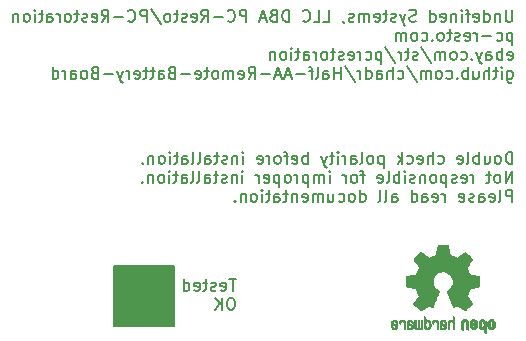
<source format=gbr>
%TF.GenerationSoftware,KiCad,Pcbnew,7.0.7*%
%TF.CreationDate,2023-11-25T00:13:17-06:00*%
%TF.ProjectId,Half AA Lithium Battery Board,48616c66-2041-4412-904c-69746869756d,rev?*%
%TF.SameCoordinates,Original*%
%TF.FileFunction,Legend,Bot*%
%TF.FilePolarity,Positive*%
%FSLAX46Y46*%
G04 Gerber Fmt 4.6, Leading zero omitted, Abs format (unit mm)*
G04 Created by KiCad (PCBNEW 7.0.7) date 2023-11-25 00:13:17*
%MOMM*%
%LPD*%
G01*
G04 APERTURE LIST*
%ADD10C,0.150000*%
%ADD11C,0.200000*%
%ADD12C,0.010000*%
G04 APERTURE END LIST*
D10*
X155702000Y-97028000D02*
X160782000Y-97028000D01*
X160782000Y-102108000D01*
X155702000Y-102108000D01*
X155702000Y-97028000D01*
G36*
X155702000Y-97028000D02*
G01*
X160782000Y-97028000D01*
X160782000Y-102108000D01*
X155702000Y-102108000D01*
X155702000Y-97028000D01*
G37*
X189401220Y-88343819D02*
X189401220Y-87343819D01*
X189401220Y-87343819D02*
X189163125Y-87343819D01*
X189163125Y-87343819D02*
X189020268Y-87391438D01*
X189020268Y-87391438D02*
X188925030Y-87486676D01*
X188925030Y-87486676D02*
X188877411Y-87581914D01*
X188877411Y-87581914D02*
X188829792Y-87772390D01*
X188829792Y-87772390D02*
X188829792Y-87915247D01*
X188829792Y-87915247D02*
X188877411Y-88105723D01*
X188877411Y-88105723D02*
X188925030Y-88200961D01*
X188925030Y-88200961D02*
X189020268Y-88296200D01*
X189020268Y-88296200D02*
X189163125Y-88343819D01*
X189163125Y-88343819D02*
X189401220Y-88343819D01*
X188258363Y-88343819D02*
X188353601Y-88296200D01*
X188353601Y-88296200D02*
X188401220Y-88248580D01*
X188401220Y-88248580D02*
X188448839Y-88153342D01*
X188448839Y-88153342D02*
X188448839Y-87867628D01*
X188448839Y-87867628D02*
X188401220Y-87772390D01*
X188401220Y-87772390D02*
X188353601Y-87724771D01*
X188353601Y-87724771D02*
X188258363Y-87677152D01*
X188258363Y-87677152D02*
X188115506Y-87677152D01*
X188115506Y-87677152D02*
X188020268Y-87724771D01*
X188020268Y-87724771D02*
X187972649Y-87772390D01*
X187972649Y-87772390D02*
X187925030Y-87867628D01*
X187925030Y-87867628D02*
X187925030Y-88153342D01*
X187925030Y-88153342D02*
X187972649Y-88248580D01*
X187972649Y-88248580D02*
X188020268Y-88296200D01*
X188020268Y-88296200D02*
X188115506Y-88343819D01*
X188115506Y-88343819D02*
X188258363Y-88343819D01*
X187067887Y-87677152D02*
X187067887Y-88343819D01*
X187496458Y-87677152D02*
X187496458Y-88200961D01*
X187496458Y-88200961D02*
X187448839Y-88296200D01*
X187448839Y-88296200D02*
X187353601Y-88343819D01*
X187353601Y-88343819D02*
X187210744Y-88343819D01*
X187210744Y-88343819D02*
X187115506Y-88296200D01*
X187115506Y-88296200D02*
X187067887Y-88248580D01*
X186591696Y-88343819D02*
X186591696Y-87343819D01*
X186591696Y-87724771D02*
X186496458Y-87677152D01*
X186496458Y-87677152D02*
X186305982Y-87677152D01*
X186305982Y-87677152D02*
X186210744Y-87724771D01*
X186210744Y-87724771D02*
X186163125Y-87772390D01*
X186163125Y-87772390D02*
X186115506Y-87867628D01*
X186115506Y-87867628D02*
X186115506Y-88153342D01*
X186115506Y-88153342D02*
X186163125Y-88248580D01*
X186163125Y-88248580D02*
X186210744Y-88296200D01*
X186210744Y-88296200D02*
X186305982Y-88343819D01*
X186305982Y-88343819D02*
X186496458Y-88343819D01*
X186496458Y-88343819D02*
X186591696Y-88296200D01*
X185544077Y-88343819D02*
X185639315Y-88296200D01*
X185639315Y-88296200D02*
X185686934Y-88200961D01*
X185686934Y-88200961D02*
X185686934Y-87343819D01*
X184782172Y-88296200D02*
X184877410Y-88343819D01*
X184877410Y-88343819D02*
X185067886Y-88343819D01*
X185067886Y-88343819D02*
X185163124Y-88296200D01*
X185163124Y-88296200D02*
X185210743Y-88200961D01*
X185210743Y-88200961D02*
X185210743Y-87820009D01*
X185210743Y-87820009D02*
X185163124Y-87724771D01*
X185163124Y-87724771D02*
X185067886Y-87677152D01*
X185067886Y-87677152D02*
X184877410Y-87677152D01*
X184877410Y-87677152D02*
X184782172Y-87724771D01*
X184782172Y-87724771D02*
X184734553Y-87820009D01*
X184734553Y-87820009D02*
X184734553Y-87915247D01*
X184734553Y-87915247D02*
X185210743Y-88010485D01*
X183115505Y-88296200D02*
X183210743Y-88343819D01*
X183210743Y-88343819D02*
X183401219Y-88343819D01*
X183401219Y-88343819D02*
X183496457Y-88296200D01*
X183496457Y-88296200D02*
X183544076Y-88248580D01*
X183544076Y-88248580D02*
X183591695Y-88153342D01*
X183591695Y-88153342D02*
X183591695Y-87867628D01*
X183591695Y-87867628D02*
X183544076Y-87772390D01*
X183544076Y-87772390D02*
X183496457Y-87724771D01*
X183496457Y-87724771D02*
X183401219Y-87677152D01*
X183401219Y-87677152D02*
X183210743Y-87677152D01*
X183210743Y-87677152D02*
X183115505Y-87724771D01*
X182686933Y-88343819D02*
X182686933Y-87343819D01*
X182258362Y-88343819D02*
X182258362Y-87820009D01*
X182258362Y-87820009D02*
X182305981Y-87724771D01*
X182305981Y-87724771D02*
X182401219Y-87677152D01*
X182401219Y-87677152D02*
X182544076Y-87677152D01*
X182544076Y-87677152D02*
X182639314Y-87724771D01*
X182639314Y-87724771D02*
X182686933Y-87772390D01*
X181401219Y-88296200D02*
X181496457Y-88343819D01*
X181496457Y-88343819D02*
X181686933Y-88343819D01*
X181686933Y-88343819D02*
X181782171Y-88296200D01*
X181782171Y-88296200D02*
X181829790Y-88200961D01*
X181829790Y-88200961D02*
X181829790Y-87820009D01*
X181829790Y-87820009D02*
X181782171Y-87724771D01*
X181782171Y-87724771D02*
X181686933Y-87677152D01*
X181686933Y-87677152D02*
X181496457Y-87677152D01*
X181496457Y-87677152D02*
X181401219Y-87724771D01*
X181401219Y-87724771D02*
X181353600Y-87820009D01*
X181353600Y-87820009D02*
X181353600Y-87915247D01*
X181353600Y-87915247D02*
X181829790Y-88010485D01*
X180496457Y-88296200D02*
X180591695Y-88343819D01*
X180591695Y-88343819D02*
X180782171Y-88343819D01*
X180782171Y-88343819D02*
X180877409Y-88296200D01*
X180877409Y-88296200D02*
X180925028Y-88248580D01*
X180925028Y-88248580D02*
X180972647Y-88153342D01*
X180972647Y-88153342D02*
X180972647Y-87867628D01*
X180972647Y-87867628D02*
X180925028Y-87772390D01*
X180925028Y-87772390D02*
X180877409Y-87724771D01*
X180877409Y-87724771D02*
X180782171Y-87677152D01*
X180782171Y-87677152D02*
X180591695Y-87677152D01*
X180591695Y-87677152D02*
X180496457Y-87724771D01*
X180067885Y-88343819D02*
X180067885Y-87343819D01*
X179972647Y-87962866D02*
X179686933Y-88343819D01*
X179686933Y-87677152D02*
X180067885Y-88058104D01*
X178496456Y-87677152D02*
X178496456Y-88677152D01*
X178496456Y-87724771D02*
X178401218Y-87677152D01*
X178401218Y-87677152D02*
X178210742Y-87677152D01*
X178210742Y-87677152D02*
X178115504Y-87724771D01*
X178115504Y-87724771D02*
X178067885Y-87772390D01*
X178067885Y-87772390D02*
X178020266Y-87867628D01*
X178020266Y-87867628D02*
X178020266Y-88153342D01*
X178020266Y-88153342D02*
X178067885Y-88248580D01*
X178067885Y-88248580D02*
X178115504Y-88296200D01*
X178115504Y-88296200D02*
X178210742Y-88343819D01*
X178210742Y-88343819D02*
X178401218Y-88343819D01*
X178401218Y-88343819D02*
X178496456Y-88296200D01*
X177448837Y-88343819D02*
X177544075Y-88296200D01*
X177544075Y-88296200D02*
X177591694Y-88248580D01*
X177591694Y-88248580D02*
X177639313Y-88153342D01*
X177639313Y-88153342D02*
X177639313Y-87867628D01*
X177639313Y-87867628D02*
X177591694Y-87772390D01*
X177591694Y-87772390D02*
X177544075Y-87724771D01*
X177544075Y-87724771D02*
X177448837Y-87677152D01*
X177448837Y-87677152D02*
X177305980Y-87677152D01*
X177305980Y-87677152D02*
X177210742Y-87724771D01*
X177210742Y-87724771D02*
X177163123Y-87772390D01*
X177163123Y-87772390D02*
X177115504Y-87867628D01*
X177115504Y-87867628D02*
X177115504Y-88153342D01*
X177115504Y-88153342D02*
X177163123Y-88248580D01*
X177163123Y-88248580D02*
X177210742Y-88296200D01*
X177210742Y-88296200D02*
X177305980Y-88343819D01*
X177305980Y-88343819D02*
X177448837Y-88343819D01*
X176544075Y-88343819D02*
X176639313Y-88296200D01*
X176639313Y-88296200D02*
X176686932Y-88200961D01*
X176686932Y-88200961D02*
X176686932Y-87343819D01*
X175734551Y-88343819D02*
X175734551Y-87820009D01*
X175734551Y-87820009D02*
X175782170Y-87724771D01*
X175782170Y-87724771D02*
X175877408Y-87677152D01*
X175877408Y-87677152D02*
X176067884Y-87677152D01*
X176067884Y-87677152D02*
X176163122Y-87724771D01*
X175734551Y-88296200D02*
X175829789Y-88343819D01*
X175829789Y-88343819D02*
X176067884Y-88343819D01*
X176067884Y-88343819D02*
X176163122Y-88296200D01*
X176163122Y-88296200D02*
X176210741Y-88200961D01*
X176210741Y-88200961D02*
X176210741Y-88105723D01*
X176210741Y-88105723D02*
X176163122Y-88010485D01*
X176163122Y-88010485D02*
X176067884Y-87962866D01*
X176067884Y-87962866D02*
X175829789Y-87962866D01*
X175829789Y-87962866D02*
X175734551Y-87915247D01*
X175258360Y-88343819D02*
X175258360Y-87677152D01*
X175258360Y-87867628D02*
X175210741Y-87772390D01*
X175210741Y-87772390D02*
X175163122Y-87724771D01*
X175163122Y-87724771D02*
X175067884Y-87677152D01*
X175067884Y-87677152D02*
X174972646Y-87677152D01*
X174639312Y-88343819D02*
X174639312Y-87677152D01*
X174639312Y-87343819D02*
X174686931Y-87391438D01*
X174686931Y-87391438D02*
X174639312Y-87439057D01*
X174639312Y-87439057D02*
X174591693Y-87391438D01*
X174591693Y-87391438D02*
X174639312Y-87343819D01*
X174639312Y-87343819D02*
X174639312Y-87439057D01*
X174305979Y-87677152D02*
X173925027Y-87677152D01*
X174163122Y-87343819D02*
X174163122Y-88200961D01*
X174163122Y-88200961D02*
X174115503Y-88296200D01*
X174115503Y-88296200D02*
X174020265Y-88343819D01*
X174020265Y-88343819D02*
X173925027Y-88343819D01*
X173686931Y-87677152D02*
X173448836Y-88343819D01*
X173210741Y-87677152D02*
X173448836Y-88343819D01*
X173448836Y-88343819D02*
X173544074Y-88581914D01*
X173544074Y-88581914D02*
X173591693Y-88629533D01*
X173591693Y-88629533D02*
X173686931Y-88677152D01*
X172067883Y-88343819D02*
X172067883Y-87343819D01*
X172067883Y-87724771D02*
X171972645Y-87677152D01*
X171972645Y-87677152D02*
X171782169Y-87677152D01*
X171782169Y-87677152D02*
X171686931Y-87724771D01*
X171686931Y-87724771D02*
X171639312Y-87772390D01*
X171639312Y-87772390D02*
X171591693Y-87867628D01*
X171591693Y-87867628D02*
X171591693Y-88153342D01*
X171591693Y-88153342D02*
X171639312Y-88248580D01*
X171639312Y-88248580D02*
X171686931Y-88296200D01*
X171686931Y-88296200D02*
X171782169Y-88343819D01*
X171782169Y-88343819D02*
X171972645Y-88343819D01*
X171972645Y-88343819D02*
X172067883Y-88296200D01*
X170782169Y-88296200D02*
X170877407Y-88343819D01*
X170877407Y-88343819D02*
X171067883Y-88343819D01*
X171067883Y-88343819D02*
X171163121Y-88296200D01*
X171163121Y-88296200D02*
X171210740Y-88200961D01*
X171210740Y-88200961D02*
X171210740Y-87820009D01*
X171210740Y-87820009D02*
X171163121Y-87724771D01*
X171163121Y-87724771D02*
X171067883Y-87677152D01*
X171067883Y-87677152D02*
X170877407Y-87677152D01*
X170877407Y-87677152D02*
X170782169Y-87724771D01*
X170782169Y-87724771D02*
X170734550Y-87820009D01*
X170734550Y-87820009D02*
X170734550Y-87915247D01*
X170734550Y-87915247D02*
X171210740Y-88010485D01*
X170448835Y-87677152D02*
X170067883Y-87677152D01*
X170305978Y-88343819D02*
X170305978Y-87486676D01*
X170305978Y-87486676D02*
X170258359Y-87391438D01*
X170258359Y-87391438D02*
X170163121Y-87343819D01*
X170163121Y-87343819D02*
X170067883Y-87343819D01*
X169591692Y-88343819D02*
X169686930Y-88296200D01*
X169686930Y-88296200D02*
X169734549Y-88248580D01*
X169734549Y-88248580D02*
X169782168Y-88153342D01*
X169782168Y-88153342D02*
X169782168Y-87867628D01*
X169782168Y-87867628D02*
X169734549Y-87772390D01*
X169734549Y-87772390D02*
X169686930Y-87724771D01*
X169686930Y-87724771D02*
X169591692Y-87677152D01*
X169591692Y-87677152D02*
X169448835Y-87677152D01*
X169448835Y-87677152D02*
X169353597Y-87724771D01*
X169353597Y-87724771D02*
X169305978Y-87772390D01*
X169305978Y-87772390D02*
X169258359Y-87867628D01*
X169258359Y-87867628D02*
X169258359Y-88153342D01*
X169258359Y-88153342D02*
X169305978Y-88248580D01*
X169305978Y-88248580D02*
X169353597Y-88296200D01*
X169353597Y-88296200D02*
X169448835Y-88343819D01*
X169448835Y-88343819D02*
X169591692Y-88343819D01*
X168829787Y-88343819D02*
X168829787Y-87677152D01*
X168829787Y-87867628D02*
X168782168Y-87772390D01*
X168782168Y-87772390D02*
X168734549Y-87724771D01*
X168734549Y-87724771D02*
X168639311Y-87677152D01*
X168639311Y-87677152D02*
X168544073Y-87677152D01*
X167829787Y-88296200D02*
X167925025Y-88343819D01*
X167925025Y-88343819D02*
X168115501Y-88343819D01*
X168115501Y-88343819D02*
X168210739Y-88296200D01*
X168210739Y-88296200D02*
X168258358Y-88200961D01*
X168258358Y-88200961D02*
X168258358Y-87820009D01*
X168258358Y-87820009D02*
X168210739Y-87724771D01*
X168210739Y-87724771D02*
X168115501Y-87677152D01*
X168115501Y-87677152D02*
X167925025Y-87677152D01*
X167925025Y-87677152D02*
X167829787Y-87724771D01*
X167829787Y-87724771D02*
X167782168Y-87820009D01*
X167782168Y-87820009D02*
X167782168Y-87915247D01*
X167782168Y-87915247D02*
X168258358Y-88010485D01*
X166591691Y-88343819D02*
X166591691Y-87677152D01*
X166591691Y-87343819D02*
X166639310Y-87391438D01*
X166639310Y-87391438D02*
X166591691Y-87439057D01*
X166591691Y-87439057D02*
X166544072Y-87391438D01*
X166544072Y-87391438D02*
X166591691Y-87343819D01*
X166591691Y-87343819D02*
X166591691Y-87439057D01*
X166115501Y-87677152D02*
X166115501Y-88343819D01*
X166115501Y-87772390D02*
X166067882Y-87724771D01*
X166067882Y-87724771D02*
X165972644Y-87677152D01*
X165972644Y-87677152D02*
X165829787Y-87677152D01*
X165829787Y-87677152D02*
X165734549Y-87724771D01*
X165734549Y-87724771D02*
X165686930Y-87820009D01*
X165686930Y-87820009D02*
X165686930Y-88343819D01*
X165258358Y-88296200D02*
X165163120Y-88343819D01*
X165163120Y-88343819D02*
X164972644Y-88343819D01*
X164972644Y-88343819D02*
X164877406Y-88296200D01*
X164877406Y-88296200D02*
X164829787Y-88200961D01*
X164829787Y-88200961D02*
X164829787Y-88153342D01*
X164829787Y-88153342D02*
X164877406Y-88058104D01*
X164877406Y-88058104D02*
X164972644Y-88010485D01*
X164972644Y-88010485D02*
X165115501Y-88010485D01*
X165115501Y-88010485D02*
X165210739Y-87962866D01*
X165210739Y-87962866D02*
X165258358Y-87867628D01*
X165258358Y-87867628D02*
X165258358Y-87820009D01*
X165258358Y-87820009D02*
X165210739Y-87724771D01*
X165210739Y-87724771D02*
X165115501Y-87677152D01*
X165115501Y-87677152D02*
X164972644Y-87677152D01*
X164972644Y-87677152D02*
X164877406Y-87724771D01*
X164544072Y-87677152D02*
X164163120Y-87677152D01*
X164401215Y-87343819D02*
X164401215Y-88200961D01*
X164401215Y-88200961D02*
X164353596Y-88296200D01*
X164353596Y-88296200D02*
X164258358Y-88343819D01*
X164258358Y-88343819D02*
X164163120Y-88343819D01*
X163401215Y-88343819D02*
X163401215Y-87820009D01*
X163401215Y-87820009D02*
X163448834Y-87724771D01*
X163448834Y-87724771D02*
X163544072Y-87677152D01*
X163544072Y-87677152D02*
X163734548Y-87677152D01*
X163734548Y-87677152D02*
X163829786Y-87724771D01*
X163401215Y-88296200D02*
X163496453Y-88343819D01*
X163496453Y-88343819D02*
X163734548Y-88343819D01*
X163734548Y-88343819D02*
X163829786Y-88296200D01*
X163829786Y-88296200D02*
X163877405Y-88200961D01*
X163877405Y-88200961D02*
X163877405Y-88105723D01*
X163877405Y-88105723D02*
X163829786Y-88010485D01*
X163829786Y-88010485D02*
X163734548Y-87962866D01*
X163734548Y-87962866D02*
X163496453Y-87962866D01*
X163496453Y-87962866D02*
X163401215Y-87915247D01*
X162782167Y-88343819D02*
X162877405Y-88296200D01*
X162877405Y-88296200D02*
X162925024Y-88200961D01*
X162925024Y-88200961D02*
X162925024Y-87343819D01*
X162258357Y-88343819D02*
X162353595Y-88296200D01*
X162353595Y-88296200D02*
X162401214Y-88200961D01*
X162401214Y-88200961D02*
X162401214Y-87343819D01*
X161448833Y-88343819D02*
X161448833Y-87820009D01*
X161448833Y-87820009D02*
X161496452Y-87724771D01*
X161496452Y-87724771D02*
X161591690Y-87677152D01*
X161591690Y-87677152D02*
X161782166Y-87677152D01*
X161782166Y-87677152D02*
X161877404Y-87724771D01*
X161448833Y-88296200D02*
X161544071Y-88343819D01*
X161544071Y-88343819D02*
X161782166Y-88343819D01*
X161782166Y-88343819D02*
X161877404Y-88296200D01*
X161877404Y-88296200D02*
X161925023Y-88200961D01*
X161925023Y-88200961D02*
X161925023Y-88105723D01*
X161925023Y-88105723D02*
X161877404Y-88010485D01*
X161877404Y-88010485D02*
X161782166Y-87962866D01*
X161782166Y-87962866D02*
X161544071Y-87962866D01*
X161544071Y-87962866D02*
X161448833Y-87915247D01*
X161115499Y-87677152D02*
X160734547Y-87677152D01*
X160972642Y-87343819D02*
X160972642Y-88200961D01*
X160972642Y-88200961D02*
X160925023Y-88296200D01*
X160925023Y-88296200D02*
X160829785Y-88343819D01*
X160829785Y-88343819D02*
X160734547Y-88343819D01*
X160401213Y-88343819D02*
X160401213Y-87677152D01*
X160401213Y-87343819D02*
X160448832Y-87391438D01*
X160448832Y-87391438D02*
X160401213Y-87439057D01*
X160401213Y-87439057D02*
X160353594Y-87391438D01*
X160353594Y-87391438D02*
X160401213Y-87343819D01*
X160401213Y-87343819D02*
X160401213Y-87439057D01*
X159782166Y-88343819D02*
X159877404Y-88296200D01*
X159877404Y-88296200D02*
X159925023Y-88248580D01*
X159925023Y-88248580D02*
X159972642Y-88153342D01*
X159972642Y-88153342D02*
X159972642Y-87867628D01*
X159972642Y-87867628D02*
X159925023Y-87772390D01*
X159925023Y-87772390D02*
X159877404Y-87724771D01*
X159877404Y-87724771D02*
X159782166Y-87677152D01*
X159782166Y-87677152D02*
X159639309Y-87677152D01*
X159639309Y-87677152D02*
X159544071Y-87724771D01*
X159544071Y-87724771D02*
X159496452Y-87772390D01*
X159496452Y-87772390D02*
X159448833Y-87867628D01*
X159448833Y-87867628D02*
X159448833Y-88153342D01*
X159448833Y-88153342D02*
X159496452Y-88248580D01*
X159496452Y-88248580D02*
X159544071Y-88296200D01*
X159544071Y-88296200D02*
X159639309Y-88343819D01*
X159639309Y-88343819D02*
X159782166Y-88343819D01*
X159020261Y-87677152D02*
X159020261Y-88343819D01*
X159020261Y-87772390D02*
X158972642Y-87724771D01*
X158972642Y-87724771D02*
X158877404Y-87677152D01*
X158877404Y-87677152D02*
X158734547Y-87677152D01*
X158734547Y-87677152D02*
X158639309Y-87724771D01*
X158639309Y-87724771D02*
X158591690Y-87820009D01*
X158591690Y-87820009D02*
X158591690Y-88343819D01*
X158115499Y-88248580D02*
X158067880Y-88296200D01*
X158067880Y-88296200D02*
X158115499Y-88343819D01*
X158115499Y-88343819D02*
X158163118Y-88296200D01*
X158163118Y-88296200D02*
X158115499Y-88248580D01*
X158115499Y-88248580D02*
X158115499Y-88343819D01*
X189401220Y-89953819D02*
X189401220Y-88953819D01*
X189401220Y-88953819D02*
X188829792Y-89953819D01*
X188829792Y-89953819D02*
X188829792Y-88953819D01*
X188210744Y-89953819D02*
X188305982Y-89906200D01*
X188305982Y-89906200D02*
X188353601Y-89858580D01*
X188353601Y-89858580D02*
X188401220Y-89763342D01*
X188401220Y-89763342D02*
X188401220Y-89477628D01*
X188401220Y-89477628D02*
X188353601Y-89382390D01*
X188353601Y-89382390D02*
X188305982Y-89334771D01*
X188305982Y-89334771D02*
X188210744Y-89287152D01*
X188210744Y-89287152D02*
X188067887Y-89287152D01*
X188067887Y-89287152D02*
X187972649Y-89334771D01*
X187972649Y-89334771D02*
X187925030Y-89382390D01*
X187925030Y-89382390D02*
X187877411Y-89477628D01*
X187877411Y-89477628D02*
X187877411Y-89763342D01*
X187877411Y-89763342D02*
X187925030Y-89858580D01*
X187925030Y-89858580D02*
X187972649Y-89906200D01*
X187972649Y-89906200D02*
X188067887Y-89953819D01*
X188067887Y-89953819D02*
X188210744Y-89953819D01*
X187591696Y-89287152D02*
X187210744Y-89287152D01*
X187448839Y-88953819D02*
X187448839Y-89810961D01*
X187448839Y-89810961D02*
X187401220Y-89906200D01*
X187401220Y-89906200D02*
X187305982Y-89953819D01*
X187305982Y-89953819D02*
X187210744Y-89953819D01*
X186115505Y-89953819D02*
X186115505Y-89287152D01*
X186115505Y-89477628D02*
X186067886Y-89382390D01*
X186067886Y-89382390D02*
X186020267Y-89334771D01*
X186020267Y-89334771D02*
X185925029Y-89287152D01*
X185925029Y-89287152D02*
X185829791Y-89287152D01*
X185115505Y-89906200D02*
X185210743Y-89953819D01*
X185210743Y-89953819D02*
X185401219Y-89953819D01*
X185401219Y-89953819D02*
X185496457Y-89906200D01*
X185496457Y-89906200D02*
X185544076Y-89810961D01*
X185544076Y-89810961D02*
X185544076Y-89430009D01*
X185544076Y-89430009D02*
X185496457Y-89334771D01*
X185496457Y-89334771D02*
X185401219Y-89287152D01*
X185401219Y-89287152D02*
X185210743Y-89287152D01*
X185210743Y-89287152D02*
X185115505Y-89334771D01*
X185115505Y-89334771D02*
X185067886Y-89430009D01*
X185067886Y-89430009D02*
X185067886Y-89525247D01*
X185067886Y-89525247D02*
X185544076Y-89620485D01*
X184686933Y-89906200D02*
X184591695Y-89953819D01*
X184591695Y-89953819D02*
X184401219Y-89953819D01*
X184401219Y-89953819D02*
X184305981Y-89906200D01*
X184305981Y-89906200D02*
X184258362Y-89810961D01*
X184258362Y-89810961D02*
X184258362Y-89763342D01*
X184258362Y-89763342D02*
X184305981Y-89668104D01*
X184305981Y-89668104D02*
X184401219Y-89620485D01*
X184401219Y-89620485D02*
X184544076Y-89620485D01*
X184544076Y-89620485D02*
X184639314Y-89572866D01*
X184639314Y-89572866D02*
X184686933Y-89477628D01*
X184686933Y-89477628D02*
X184686933Y-89430009D01*
X184686933Y-89430009D02*
X184639314Y-89334771D01*
X184639314Y-89334771D02*
X184544076Y-89287152D01*
X184544076Y-89287152D02*
X184401219Y-89287152D01*
X184401219Y-89287152D02*
X184305981Y-89334771D01*
X183829790Y-89287152D02*
X183829790Y-90287152D01*
X183829790Y-89334771D02*
X183734552Y-89287152D01*
X183734552Y-89287152D02*
X183544076Y-89287152D01*
X183544076Y-89287152D02*
X183448838Y-89334771D01*
X183448838Y-89334771D02*
X183401219Y-89382390D01*
X183401219Y-89382390D02*
X183353600Y-89477628D01*
X183353600Y-89477628D02*
X183353600Y-89763342D01*
X183353600Y-89763342D02*
X183401219Y-89858580D01*
X183401219Y-89858580D02*
X183448838Y-89906200D01*
X183448838Y-89906200D02*
X183544076Y-89953819D01*
X183544076Y-89953819D02*
X183734552Y-89953819D01*
X183734552Y-89953819D02*
X183829790Y-89906200D01*
X182782171Y-89953819D02*
X182877409Y-89906200D01*
X182877409Y-89906200D02*
X182925028Y-89858580D01*
X182925028Y-89858580D02*
X182972647Y-89763342D01*
X182972647Y-89763342D02*
X182972647Y-89477628D01*
X182972647Y-89477628D02*
X182925028Y-89382390D01*
X182925028Y-89382390D02*
X182877409Y-89334771D01*
X182877409Y-89334771D02*
X182782171Y-89287152D01*
X182782171Y-89287152D02*
X182639314Y-89287152D01*
X182639314Y-89287152D02*
X182544076Y-89334771D01*
X182544076Y-89334771D02*
X182496457Y-89382390D01*
X182496457Y-89382390D02*
X182448838Y-89477628D01*
X182448838Y-89477628D02*
X182448838Y-89763342D01*
X182448838Y-89763342D02*
X182496457Y-89858580D01*
X182496457Y-89858580D02*
X182544076Y-89906200D01*
X182544076Y-89906200D02*
X182639314Y-89953819D01*
X182639314Y-89953819D02*
X182782171Y-89953819D01*
X182020266Y-89287152D02*
X182020266Y-89953819D01*
X182020266Y-89382390D02*
X181972647Y-89334771D01*
X181972647Y-89334771D02*
X181877409Y-89287152D01*
X181877409Y-89287152D02*
X181734552Y-89287152D01*
X181734552Y-89287152D02*
X181639314Y-89334771D01*
X181639314Y-89334771D02*
X181591695Y-89430009D01*
X181591695Y-89430009D02*
X181591695Y-89953819D01*
X181163123Y-89906200D02*
X181067885Y-89953819D01*
X181067885Y-89953819D02*
X180877409Y-89953819D01*
X180877409Y-89953819D02*
X180782171Y-89906200D01*
X180782171Y-89906200D02*
X180734552Y-89810961D01*
X180734552Y-89810961D02*
X180734552Y-89763342D01*
X180734552Y-89763342D02*
X180782171Y-89668104D01*
X180782171Y-89668104D02*
X180877409Y-89620485D01*
X180877409Y-89620485D02*
X181020266Y-89620485D01*
X181020266Y-89620485D02*
X181115504Y-89572866D01*
X181115504Y-89572866D02*
X181163123Y-89477628D01*
X181163123Y-89477628D02*
X181163123Y-89430009D01*
X181163123Y-89430009D02*
X181115504Y-89334771D01*
X181115504Y-89334771D02*
X181020266Y-89287152D01*
X181020266Y-89287152D02*
X180877409Y-89287152D01*
X180877409Y-89287152D02*
X180782171Y-89334771D01*
X180305980Y-89953819D02*
X180305980Y-89287152D01*
X180305980Y-88953819D02*
X180353599Y-89001438D01*
X180353599Y-89001438D02*
X180305980Y-89049057D01*
X180305980Y-89049057D02*
X180258361Y-89001438D01*
X180258361Y-89001438D02*
X180305980Y-88953819D01*
X180305980Y-88953819D02*
X180305980Y-89049057D01*
X179829790Y-89953819D02*
X179829790Y-88953819D01*
X179829790Y-89334771D02*
X179734552Y-89287152D01*
X179734552Y-89287152D02*
X179544076Y-89287152D01*
X179544076Y-89287152D02*
X179448838Y-89334771D01*
X179448838Y-89334771D02*
X179401219Y-89382390D01*
X179401219Y-89382390D02*
X179353600Y-89477628D01*
X179353600Y-89477628D02*
X179353600Y-89763342D01*
X179353600Y-89763342D02*
X179401219Y-89858580D01*
X179401219Y-89858580D02*
X179448838Y-89906200D01*
X179448838Y-89906200D02*
X179544076Y-89953819D01*
X179544076Y-89953819D02*
X179734552Y-89953819D01*
X179734552Y-89953819D02*
X179829790Y-89906200D01*
X178782171Y-89953819D02*
X178877409Y-89906200D01*
X178877409Y-89906200D02*
X178925028Y-89810961D01*
X178925028Y-89810961D02*
X178925028Y-88953819D01*
X178020266Y-89906200D02*
X178115504Y-89953819D01*
X178115504Y-89953819D02*
X178305980Y-89953819D01*
X178305980Y-89953819D02*
X178401218Y-89906200D01*
X178401218Y-89906200D02*
X178448837Y-89810961D01*
X178448837Y-89810961D02*
X178448837Y-89430009D01*
X178448837Y-89430009D02*
X178401218Y-89334771D01*
X178401218Y-89334771D02*
X178305980Y-89287152D01*
X178305980Y-89287152D02*
X178115504Y-89287152D01*
X178115504Y-89287152D02*
X178020266Y-89334771D01*
X178020266Y-89334771D02*
X177972647Y-89430009D01*
X177972647Y-89430009D02*
X177972647Y-89525247D01*
X177972647Y-89525247D02*
X178448837Y-89620485D01*
X176925027Y-89287152D02*
X176544075Y-89287152D01*
X176782170Y-89953819D02*
X176782170Y-89096676D01*
X176782170Y-89096676D02*
X176734551Y-89001438D01*
X176734551Y-89001438D02*
X176639313Y-88953819D01*
X176639313Y-88953819D02*
X176544075Y-88953819D01*
X176067884Y-89953819D02*
X176163122Y-89906200D01*
X176163122Y-89906200D02*
X176210741Y-89858580D01*
X176210741Y-89858580D02*
X176258360Y-89763342D01*
X176258360Y-89763342D02*
X176258360Y-89477628D01*
X176258360Y-89477628D02*
X176210741Y-89382390D01*
X176210741Y-89382390D02*
X176163122Y-89334771D01*
X176163122Y-89334771D02*
X176067884Y-89287152D01*
X176067884Y-89287152D02*
X175925027Y-89287152D01*
X175925027Y-89287152D02*
X175829789Y-89334771D01*
X175829789Y-89334771D02*
X175782170Y-89382390D01*
X175782170Y-89382390D02*
X175734551Y-89477628D01*
X175734551Y-89477628D02*
X175734551Y-89763342D01*
X175734551Y-89763342D02*
X175782170Y-89858580D01*
X175782170Y-89858580D02*
X175829789Y-89906200D01*
X175829789Y-89906200D02*
X175925027Y-89953819D01*
X175925027Y-89953819D02*
X176067884Y-89953819D01*
X175305979Y-89953819D02*
X175305979Y-89287152D01*
X175305979Y-89477628D02*
X175258360Y-89382390D01*
X175258360Y-89382390D02*
X175210741Y-89334771D01*
X175210741Y-89334771D02*
X175115503Y-89287152D01*
X175115503Y-89287152D02*
X175020265Y-89287152D01*
X173925026Y-89953819D02*
X173925026Y-89287152D01*
X173925026Y-88953819D02*
X173972645Y-89001438D01*
X173972645Y-89001438D02*
X173925026Y-89049057D01*
X173925026Y-89049057D02*
X173877407Y-89001438D01*
X173877407Y-89001438D02*
X173925026Y-88953819D01*
X173925026Y-88953819D02*
X173925026Y-89049057D01*
X173448836Y-89953819D02*
X173448836Y-89287152D01*
X173448836Y-89382390D02*
X173401217Y-89334771D01*
X173401217Y-89334771D02*
X173305979Y-89287152D01*
X173305979Y-89287152D02*
X173163122Y-89287152D01*
X173163122Y-89287152D02*
X173067884Y-89334771D01*
X173067884Y-89334771D02*
X173020265Y-89430009D01*
X173020265Y-89430009D02*
X173020265Y-89953819D01*
X173020265Y-89430009D02*
X172972646Y-89334771D01*
X172972646Y-89334771D02*
X172877408Y-89287152D01*
X172877408Y-89287152D02*
X172734551Y-89287152D01*
X172734551Y-89287152D02*
X172639312Y-89334771D01*
X172639312Y-89334771D02*
X172591693Y-89430009D01*
X172591693Y-89430009D02*
X172591693Y-89953819D01*
X172115503Y-89287152D02*
X172115503Y-90287152D01*
X172115503Y-89334771D02*
X172020265Y-89287152D01*
X172020265Y-89287152D02*
X171829789Y-89287152D01*
X171829789Y-89287152D02*
X171734551Y-89334771D01*
X171734551Y-89334771D02*
X171686932Y-89382390D01*
X171686932Y-89382390D02*
X171639313Y-89477628D01*
X171639313Y-89477628D02*
X171639313Y-89763342D01*
X171639313Y-89763342D02*
X171686932Y-89858580D01*
X171686932Y-89858580D02*
X171734551Y-89906200D01*
X171734551Y-89906200D02*
X171829789Y-89953819D01*
X171829789Y-89953819D02*
X172020265Y-89953819D01*
X172020265Y-89953819D02*
X172115503Y-89906200D01*
X171210741Y-89953819D02*
X171210741Y-89287152D01*
X171210741Y-89477628D02*
X171163122Y-89382390D01*
X171163122Y-89382390D02*
X171115503Y-89334771D01*
X171115503Y-89334771D02*
X171020265Y-89287152D01*
X171020265Y-89287152D02*
X170925027Y-89287152D01*
X170448836Y-89953819D02*
X170544074Y-89906200D01*
X170544074Y-89906200D02*
X170591693Y-89858580D01*
X170591693Y-89858580D02*
X170639312Y-89763342D01*
X170639312Y-89763342D02*
X170639312Y-89477628D01*
X170639312Y-89477628D02*
X170591693Y-89382390D01*
X170591693Y-89382390D02*
X170544074Y-89334771D01*
X170544074Y-89334771D02*
X170448836Y-89287152D01*
X170448836Y-89287152D02*
X170305979Y-89287152D01*
X170305979Y-89287152D02*
X170210741Y-89334771D01*
X170210741Y-89334771D02*
X170163122Y-89382390D01*
X170163122Y-89382390D02*
X170115503Y-89477628D01*
X170115503Y-89477628D02*
X170115503Y-89763342D01*
X170115503Y-89763342D02*
X170163122Y-89858580D01*
X170163122Y-89858580D02*
X170210741Y-89906200D01*
X170210741Y-89906200D02*
X170305979Y-89953819D01*
X170305979Y-89953819D02*
X170448836Y-89953819D01*
X169686931Y-89287152D02*
X169686931Y-90287152D01*
X169686931Y-89334771D02*
X169591693Y-89287152D01*
X169591693Y-89287152D02*
X169401217Y-89287152D01*
X169401217Y-89287152D02*
X169305979Y-89334771D01*
X169305979Y-89334771D02*
X169258360Y-89382390D01*
X169258360Y-89382390D02*
X169210741Y-89477628D01*
X169210741Y-89477628D02*
X169210741Y-89763342D01*
X169210741Y-89763342D02*
X169258360Y-89858580D01*
X169258360Y-89858580D02*
X169305979Y-89906200D01*
X169305979Y-89906200D02*
X169401217Y-89953819D01*
X169401217Y-89953819D02*
X169591693Y-89953819D01*
X169591693Y-89953819D02*
X169686931Y-89906200D01*
X168401217Y-89906200D02*
X168496455Y-89953819D01*
X168496455Y-89953819D02*
X168686931Y-89953819D01*
X168686931Y-89953819D02*
X168782169Y-89906200D01*
X168782169Y-89906200D02*
X168829788Y-89810961D01*
X168829788Y-89810961D02*
X168829788Y-89430009D01*
X168829788Y-89430009D02*
X168782169Y-89334771D01*
X168782169Y-89334771D02*
X168686931Y-89287152D01*
X168686931Y-89287152D02*
X168496455Y-89287152D01*
X168496455Y-89287152D02*
X168401217Y-89334771D01*
X168401217Y-89334771D02*
X168353598Y-89430009D01*
X168353598Y-89430009D02*
X168353598Y-89525247D01*
X168353598Y-89525247D02*
X168829788Y-89620485D01*
X167925026Y-89953819D02*
X167925026Y-89287152D01*
X167925026Y-89477628D02*
X167877407Y-89382390D01*
X167877407Y-89382390D02*
X167829788Y-89334771D01*
X167829788Y-89334771D02*
X167734550Y-89287152D01*
X167734550Y-89287152D02*
X167639312Y-89287152D01*
X166544073Y-89953819D02*
X166544073Y-89287152D01*
X166544073Y-88953819D02*
X166591692Y-89001438D01*
X166591692Y-89001438D02*
X166544073Y-89049057D01*
X166544073Y-89049057D02*
X166496454Y-89001438D01*
X166496454Y-89001438D02*
X166544073Y-88953819D01*
X166544073Y-88953819D02*
X166544073Y-89049057D01*
X166067883Y-89287152D02*
X166067883Y-89953819D01*
X166067883Y-89382390D02*
X166020264Y-89334771D01*
X166020264Y-89334771D02*
X165925026Y-89287152D01*
X165925026Y-89287152D02*
X165782169Y-89287152D01*
X165782169Y-89287152D02*
X165686931Y-89334771D01*
X165686931Y-89334771D02*
X165639312Y-89430009D01*
X165639312Y-89430009D02*
X165639312Y-89953819D01*
X165210740Y-89906200D02*
X165115502Y-89953819D01*
X165115502Y-89953819D02*
X164925026Y-89953819D01*
X164925026Y-89953819D02*
X164829788Y-89906200D01*
X164829788Y-89906200D02*
X164782169Y-89810961D01*
X164782169Y-89810961D02*
X164782169Y-89763342D01*
X164782169Y-89763342D02*
X164829788Y-89668104D01*
X164829788Y-89668104D02*
X164925026Y-89620485D01*
X164925026Y-89620485D02*
X165067883Y-89620485D01*
X165067883Y-89620485D02*
X165163121Y-89572866D01*
X165163121Y-89572866D02*
X165210740Y-89477628D01*
X165210740Y-89477628D02*
X165210740Y-89430009D01*
X165210740Y-89430009D02*
X165163121Y-89334771D01*
X165163121Y-89334771D02*
X165067883Y-89287152D01*
X165067883Y-89287152D02*
X164925026Y-89287152D01*
X164925026Y-89287152D02*
X164829788Y-89334771D01*
X164496454Y-89287152D02*
X164115502Y-89287152D01*
X164353597Y-88953819D02*
X164353597Y-89810961D01*
X164353597Y-89810961D02*
X164305978Y-89906200D01*
X164305978Y-89906200D02*
X164210740Y-89953819D01*
X164210740Y-89953819D02*
X164115502Y-89953819D01*
X163353597Y-89953819D02*
X163353597Y-89430009D01*
X163353597Y-89430009D02*
X163401216Y-89334771D01*
X163401216Y-89334771D02*
X163496454Y-89287152D01*
X163496454Y-89287152D02*
X163686930Y-89287152D01*
X163686930Y-89287152D02*
X163782168Y-89334771D01*
X163353597Y-89906200D02*
X163448835Y-89953819D01*
X163448835Y-89953819D02*
X163686930Y-89953819D01*
X163686930Y-89953819D02*
X163782168Y-89906200D01*
X163782168Y-89906200D02*
X163829787Y-89810961D01*
X163829787Y-89810961D02*
X163829787Y-89715723D01*
X163829787Y-89715723D02*
X163782168Y-89620485D01*
X163782168Y-89620485D02*
X163686930Y-89572866D01*
X163686930Y-89572866D02*
X163448835Y-89572866D01*
X163448835Y-89572866D02*
X163353597Y-89525247D01*
X162734549Y-89953819D02*
X162829787Y-89906200D01*
X162829787Y-89906200D02*
X162877406Y-89810961D01*
X162877406Y-89810961D02*
X162877406Y-88953819D01*
X162210739Y-89953819D02*
X162305977Y-89906200D01*
X162305977Y-89906200D02*
X162353596Y-89810961D01*
X162353596Y-89810961D02*
X162353596Y-88953819D01*
X161401215Y-89953819D02*
X161401215Y-89430009D01*
X161401215Y-89430009D02*
X161448834Y-89334771D01*
X161448834Y-89334771D02*
X161544072Y-89287152D01*
X161544072Y-89287152D02*
X161734548Y-89287152D01*
X161734548Y-89287152D02*
X161829786Y-89334771D01*
X161401215Y-89906200D02*
X161496453Y-89953819D01*
X161496453Y-89953819D02*
X161734548Y-89953819D01*
X161734548Y-89953819D02*
X161829786Y-89906200D01*
X161829786Y-89906200D02*
X161877405Y-89810961D01*
X161877405Y-89810961D02*
X161877405Y-89715723D01*
X161877405Y-89715723D02*
X161829786Y-89620485D01*
X161829786Y-89620485D02*
X161734548Y-89572866D01*
X161734548Y-89572866D02*
X161496453Y-89572866D01*
X161496453Y-89572866D02*
X161401215Y-89525247D01*
X161067881Y-89287152D02*
X160686929Y-89287152D01*
X160925024Y-88953819D02*
X160925024Y-89810961D01*
X160925024Y-89810961D02*
X160877405Y-89906200D01*
X160877405Y-89906200D02*
X160782167Y-89953819D01*
X160782167Y-89953819D02*
X160686929Y-89953819D01*
X160353595Y-89953819D02*
X160353595Y-89287152D01*
X160353595Y-88953819D02*
X160401214Y-89001438D01*
X160401214Y-89001438D02*
X160353595Y-89049057D01*
X160353595Y-89049057D02*
X160305976Y-89001438D01*
X160305976Y-89001438D02*
X160353595Y-88953819D01*
X160353595Y-88953819D02*
X160353595Y-89049057D01*
X159734548Y-89953819D02*
X159829786Y-89906200D01*
X159829786Y-89906200D02*
X159877405Y-89858580D01*
X159877405Y-89858580D02*
X159925024Y-89763342D01*
X159925024Y-89763342D02*
X159925024Y-89477628D01*
X159925024Y-89477628D02*
X159877405Y-89382390D01*
X159877405Y-89382390D02*
X159829786Y-89334771D01*
X159829786Y-89334771D02*
X159734548Y-89287152D01*
X159734548Y-89287152D02*
X159591691Y-89287152D01*
X159591691Y-89287152D02*
X159496453Y-89334771D01*
X159496453Y-89334771D02*
X159448834Y-89382390D01*
X159448834Y-89382390D02*
X159401215Y-89477628D01*
X159401215Y-89477628D02*
X159401215Y-89763342D01*
X159401215Y-89763342D02*
X159448834Y-89858580D01*
X159448834Y-89858580D02*
X159496453Y-89906200D01*
X159496453Y-89906200D02*
X159591691Y-89953819D01*
X159591691Y-89953819D02*
X159734548Y-89953819D01*
X158972643Y-89287152D02*
X158972643Y-89953819D01*
X158972643Y-89382390D02*
X158925024Y-89334771D01*
X158925024Y-89334771D02*
X158829786Y-89287152D01*
X158829786Y-89287152D02*
X158686929Y-89287152D01*
X158686929Y-89287152D02*
X158591691Y-89334771D01*
X158591691Y-89334771D02*
X158544072Y-89430009D01*
X158544072Y-89430009D02*
X158544072Y-89953819D01*
X158067881Y-89858580D02*
X158020262Y-89906200D01*
X158020262Y-89906200D02*
X158067881Y-89953819D01*
X158067881Y-89953819D02*
X158115500Y-89906200D01*
X158115500Y-89906200D02*
X158067881Y-89858580D01*
X158067881Y-89858580D02*
X158067881Y-89953819D01*
X189401220Y-91563819D02*
X189401220Y-90563819D01*
X189401220Y-90563819D02*
X189020268Y-90563819D01*
X189020268Y-90563819D02*
X188925030Y-90611438D01*
X188925030Y-90611438D02*
X188877411Y-90659057D01*
X188877411Y-90659057D02*
X188829792Y-90754295D01*
X188829792Y-90754295D02*
X188829792Y-90897152D01*
X188829792Y-90897152D02*
X188877411Y-90992390D01*
X188877411Y-90992390D02*
X188925030Y-91040009D01*
X188925030Y-91040009D02*
X189020268Y-91087628D01*
X189020268Y-91087628D02*
X189401220Y-91087628D01*
X188258363Y-91563819D02*
X188353601Y-91516200D01*
X188353601Y-91516200D02*
X188401220Y-91420961D01*
X188401220Y-91420961D02*
X188401220Y-90563819D01*
X187496458Y-91516200D02*
X187591696Y-91563819D01*
X187591696Y-91563819D02*
X187782172Y-91563819D01*
X187782172Y-91563819D02*
X187877410Y-91516200D01*
X187877410Y-91516200D02*
X187925029Y-91420961D01*
X187925029Y-91420961D02*
X187925029Y-91040009D01*
X187925029Y-91040009D02*
X187877410Y-90944771D01*
X187877410Y-90944771D02*
X187782172Y-90897152D01*
X187782172Y-90897152D02*
X187591696Y-90897152D01*
X187591696Y-90897152D02*
X187496458Y-90944771D01*
X187496458Y-90944771D02*
X187448839Y-91040009D01*
X187448839Y-91040009D02*
X187448839Y-91135247D01*
X187448839Y-91135247D02*
X187925029Y-91230485D01*
X186591696Y-91563819D02*
X186591696Y-91040009D01*
X186591696Y-91040009D02*
X186639315Y-90944771D01*
X186639315Y-90944771D02*
X186734553Y-90897152D01*
X186734553Y-90897152D02*
X186925029Y-90897152D01*
X186925029Y-90897152D02*
X187020267Y-90944771D01*
X186591696Y-91516200D02*
X186686934Y-91563819D01*
X186686934Y-91563819D02*
X186925029Y-91563819D01*
X186925029Y-91563819D02*
X187020267Y-91516200D01*
X187020267Y-91516200D02*
X187067886Y-91420961D01*
X187067886Y-91420961D02*
X187067886Y-91325723D01*
X187067886Y-91325723D02*
X187020267Y-91230485D01*
X187020267Y-91230485D02*
X186925029Y-91182866D01*
X186925029Y-91182866D02*
X186686934Y-91182866D01*
X186686934Y-91182866D02*
X186591696Y-91135247D01*
X186163124Y-91516200D02*
X186067886Y-91563819D01*
X186067886Y-91563819D02*
X185877410Y-91563819D01*
X185877410Y-91563819D02*
X185782172Y-91516200D01*
X185782172Y-91516200D02*
X185734553Y-91420961D01*
X185734553Y-91420961D02*
X185734553Y-91373342D01*
X185734553Y-91373342D02*
X185782172Y-91278104D01*
X185782172Y-91278104D02*
X185877410Y-91230485D01*
X185877410Y-91230485D02*
X186020267Y-91230485D01*
X186020267Y-91230485D02*
X186115505Y-91182866D01*
X186115505Y-91182866D02*
X186163124Y-91087628D01*
X186163124Y-91087628D02*
X186163124Y-91040009D01*
X186163124Y-91040009D02*
X186115505Y-90944771D01*
X186115505Y-90944771D02*
X186020267Y-90897152D01*
X186020267Y-90897152D02*
X185877410Y-90897152D01*
X185877410Y-90897152D02*
X185782172Y-90944771D01*
X184925029Y-91516200D02*
X185020267Y-91563819D01*
X185020267Y-91563819D02*
X185210743Y-91563819D01*
X185210743Y-91563819D02*
X185305981Y-91516200D01*
X185305981Y-91516200D02*
X185353600Y-91420961D01*
X185353600Y-91420961D02*
X185353600Y-91040009D01*
X185353600Y-91040009D02*
X185305981Y-90944771D01*
X185305981Y-90944771D02*
X185210743Y-90897152D01*
X185210743Y-90897152D02*
X185020267Y-90897152D01*
X185020267Y-90897152D02*
X184925029Y-90944771D01*
X184925029Y-90944771D02*
X184877410Y-91040009D01*
X184877410Y-91040009D02*
X184877410Y-91135247D01*
X184877410Y-91135247D02*
X185353600Y-91230485D01*
X183686933Y-91563819D02*
X183686933Y-90897152D01*
X183686933Y-91087628D02*
X183639314Y-90992390D01*
X183639314Y-90992390D02*
X183591695Y-90944771D01*
X183591695Y-90944771D02*
X183496457Y-90897152D01*
X183496457Y-90897152D02*
X183401219Y-90897152D01*
X182686933Y-91516200D02*
X182782171Y-91563819D01*
X182782171Y-91563819D02*
X182972647Y-91563819D01*
X182972647Y-91563819D02*
X183067885Y-91516200D01*
X183067885Y-91516200D02*
X183115504Y-91420961D01*
X183115504Y-91420961D02*
X183115504Y-91040009D01*
X183115504Y-91040009D02*
X183067885Y-90944771D01*
X183067885Y-90944771D02*
X182972647Y-90897152D01*
X182972647Y-90897152D02*
X182782171Y-90897152D01*
X182782171Y-90897152D02*
X182686933Y-90944771D01*
X182686933Y-90944771D02*
X182639314Y-91040009D01*
X182639314Y-91040009D02*
X182639314Y-91135247D01*
X182639314Y-91135247D02*
X183115504Y-91230485D01*
X181782171Y-91563819D02*
X181782171Y-91040009D01*
X181782171Y-91040009D02*
X181829790Y-90944771D01*
X181829790Y-90944771D02*
X181925028Y-90897152D01*
X181925028Y-90897152D02*
X182115504Y-90897152D01*
X182115504Y-90897152D02*
X182210742Y-90944771D01*
X181782171Y-91516200D02*
X181877409Y-91563819D01*
X181877409Y-91563819D02*
X182115504Y-91563819D01*
X182115504Y-91563819D02*
X182210742Y-91516200D01*
X182210742Y-91516200D02*
X182258361Y-91420961D01*
X182258361Y-91420961D02*
X182258361Y-91325723D01*
X182258361Y-91325723D02*
X182210742Y-91230485D01*
X182210742Y-91230485D02*
X182115504Y-91182866D01*
X182115504Y-91182866D02*
X181877409Y-91182866D01*
X181877409Y-91182866D02*
X181782171Y-91135247D01*
X180877409Y-91563819D02*
X180877409Y-90563819D01*
X180877409Y-91516200D02*
X180972647Y-91563819D01*
X180972647Y-91563819D02*
X181163123Y-91563819D01*
X181163123Y-91563819D02*
X181258361Y-91516200D01*
X181258361Y-91516200D02*
X181305980Y-91468580D01*
X181305980Y-91468580D02*
X181353599Y-91373342D01*
X181353599Y-91373342D02*
X181353599Y-91087628D01*
X181353599Y-91087628D02*
X181305980Y-90992390D01*
X181305980Y-90992390D02*
X181258361Y-90944771D01*
X181258361Y-90944771D02*
X181163123Y-90897152D01*
X181163123Y-90897152D02*
X180972647Y-90897152D01*
X180972647Y-90897152D02*
X180877409Y-90944771D01*
X179210742Y-91563819D02*
X179210742Y-91040009D01*
X179210742Y-91040009D02*
X179258361Y-90944771D01*
X179258361Y-90944771D02*
X179353599Y-90897152D01*
X179353599Y-90897152D02*
X179544075Y-90897152D01*
X179544075Y-90897152D02*
X179639313Y-90944771D01*
X179210742Y-91516200D02*
X179305980Y-91563819D01*
X179305980Y-91563819D02*
X179544075Y-91563819D01*
X179544075Y-91563819D02*
X179639313Y-91516200D01*
X179639313Y-91516200D02*
X179686932Y-91420961D01*
X179686932Y-91420961D02*
X179686932Y-91325723D01*
X179686932Y-91325723D02*
X179639313Y-91230485D01*
X179639313Y-91230485D02*
X179544075Y-91182866D01*
X179544075Y-91182866D02*
X179305980Y-91182866D01*
X179305980Y-91182866D02*
X179210742Y-91135247D01*
X178591694Y-91563819D02*
X178686932Y-91516200D01*
X178686932Y-91516200D02*
X178734551Y-91420961D01*
X178734551Y-91420961D02*
X178734551Y-90563819D01*
X178067884Y-91563819D02*
X178163122Y-91516200D01*
X178163122Y-91516200D02*
X178210741Y-91420961D01*
X178210741Y-91420961D02*
X178210741Y-90563819D01*
X176496455Y-91563819D02*
X176496455Y-90563819D01*
X176496455Y-91516200D02*
X176591693Y-91563819D01*
X176591693Y-91563819D02*
X176782169Y-91563819D01*
X176782169Y-91563819D02*
X176877407Y-91516200D01*
X176877407Y-91516200D02*
X176925026Y-91468580D01*
X176925026Y-91468580D02*
X176972645Y-91373342D01*
X176972645Y-91373342D02*
X176972645Y-91087628D01*
X176972645Y-91087628D02*
X176925026Y-90992390D01*
X176925026Y-90992390D02*
X176877407Y-90944771D01*
X176877407Y-90944771D02*
X176782169Y-90897152D01*
X176782169Y-90897152D02*
X176591693Y-90897152D01*
X176591693Y-90897152D02*
X176496455Y-90944771D01*
X175877407Y-91563819D02*
X175972645Y-91516200D01*
X175972645Y-91516200D02*
X176020264Y-91468580D01*
X176020264Y-91468580D02*
X176067883Y-91373342D01*
X176067883Y-91373342D02*
X176067883Y-91087628D01*
X176067883Y-91087628D02*
X176020264Y-90992390D01*
X176020264Y-90992390D02*
X175972645Y-90944771D01*
X175972645Y-90944771D02*
X175877407Y-90897152D01*
X175877407Y-90897152D02*
X175734550Y-90897152D01*
X175734550Y-90897152D02*
X175639312Y-90944771D01*
X175639312Y-90944771D02*
X175591693Y-90992390D01*
X175591693Y-90992390D02*
X175544074Y-91087628D01*
X175544074Y-91087628D02*
X175544074Y-91373342D01*
X175544074Y-91373342D02*
X175591693Y-91468580D01*
X175591693Y-91468580D02*
X175639312Y-91516200D01*
X175639312Y-91516200D02*
X175734550Y-91563819D01*
X175734550Y-91563819D02*
X175877407Y-91563819D01*
X174686931Y-91516200D02*
X174782169Y-91563819D01*
X174782169Y-91563819D02*
X174972645Y-91563819D01*
X174972645Y-91563819D02*
X175067883Y-91516200D01*
X175067883Y-91516200D02*
X175115502Y-91468580D01*
X175115502Y-91468580D02*
X175163121Y-91373342D01*
X175163121Y-91373342D02*
X175163121Y-91087628D01*
X175163121Y-91087628D02*
X175115502Y-90992390D01*
X175115502Y-90992390D02*
X175067883Y-90944771D01*
X175067883Y-90944771D02*
X174972645Y-90897152D01*
X174972645Y-90897152D02*
X174782169Y-90897152D01*
X174782169Y-90897152D02*
X174686931Y-90944771D01*
X173829788Y-90897152D02*
X173829788Y-91563819D01*
X174258359Y-90897152D02*
X174258359Y-91420961D01*
X174258359Y-91420961D02*
X174210740Y-91516200D01*
X174210740Y-91516200D02*
X174115502Y-91563819D01*
X174115502Y-91563819D02*
X173972645Y-91563819D01*
X173972645Y-91563819D02*
X173877407Y-91516200D01*
X173877407Y-91516200D02*
X173829788Y-91468580D01*
X173353597Y-91563819D02*
X173353597Y-90897152D01*
X173353597Y-90992390D02*
X173305978Y-90944771D01*
X173305978Y-90944771D02*
X173210740Y-90897152D01*
X173210740Y-90897152D02*
X173067883Y-90897152D01*
X173067883Y-90897152D02*
X172972645Y-90944771D01*
X172972645Y-90944771D02*
X172925026Y-91040009D01*
X172925026Y-91040009D02*
X172925026Y-91563819D01*
X172925026Y-91040009D02*
X172877407Y-90944771D01*
X172877407Y-90944771D02*
X172782169Y-90897152D01*
X172782169Y-90897152D02*
X172639312Y-90897152D01*
X172639312Y-90897152D02*
X172544073Y-90944771D01*
X172544073Y-90944771D02*
X172496454Y-91040009D01*
X172496454Y-91040009D02*
X172496454Y-91563819D01*
X171639312Y-91516200D02*
X171734550Y-91563819D01*
X171734550Y-91563819D02*
X171925026Y-91563819D01*
X171925026Y-91563819D02*
X172020264Y-91516200D01*
X172020264Y-91516200D02*
X172067883Y-91420961D01*
X172067883Y-91420961D02*
X172067883Y-91040009D01*
X172067883Y-91040009D02*
X172020264Y-90944771D01*
X172020264Y-90944771D02*
X171925026Y-90897152D01*
X171925026Y-90897152D02*
X171734550Y-90897152D01*
X171734550Y-90897152D02*
X171639312Y-90944771D01*
X171639312Y-90944771D02*
X171591693Y-91040009D01*
X171591693Y-91040009D02*
X171591693Y-91135247D01*
X171591693Y-91135247D02*
X172067883Y-91230485D01*
X171163121Y-90897152D02*
X171163121Y-91563819D01*
X171163121Y-90992390D02*
X171115502Y-90944771D01*
X171115502Y-90944771D02*
X171020264Y-90897152D01*
X171020264Y-90897152D02*
X170877407Y-90897152D01*
X170877407Y-90897152D02*
X170782169Y-90944771D01*
X170782169Y-90944771D02*
X170734550Y-91040009D01*
X170734550Y-91040009D02*
X170734550Y-91563819D01*
X170401216Y-90897152D02*
X170020264Y-90897152D01*
X170258359Y-90563819D02*
X170258359Y-91420961D01*
X170258359Y-91420961D02*
X170210740Y-91516200D01*
X170210740Y-91516200D02*
X170115502Y-91563819D01*
X170115502Y-91563819D02*
X170020264Y-91563819D01*
X169258359Y-91563819D02*
X169258359Y-91040009D01*
X169258359Y-91040009D02*
X169305978Y-90944771D01*
X169305978Y-90944771D02*
X169401216Y-90897152D01*
X169401216Y-90897152D02*
X169591692Y-90897152D01*
X169591692Y-90897152D02*
X169686930Y-90944771D01*
X169258359Y-91516200D02*
X169353597Y-91563819D01*
X169353597Y-91563819D02*
X169591692Y-91563819D01*
X169591692Y-91563819D02*
X169686930Y-91516200D01*
X169686930Y-91516200D02*
X169734549Y-91420961D01*
X169734549Y-91420961D02*
X169734549Y-91325723D01*
X169734549Y-91325723D02*
X169686930Y-91230485D01*
X169686930Y-91230485D02*
X169591692Y-91182866D01*
X169591692Y-91182866D02*
X169353597Y-91182866D01*
X169353597Y-91182866D02*
X169258359Y-91135247D01*
X168925025Y-90897152D02*
X168544073Y-90897152D01*
X168782168Y-90563819D02*
X168782168Y-91420961D01*
X168782168Y-91420961D02*
X168734549Y-91516200D01*
X168734549Y-91516200D02*
X168639311Y-91563819D01*
X168639311Y-91563819D02*
X168544073Y-91563819D01*
X168210739Y-91563819D02*
X168210739Y-90897152D01*
X168210739Y-90563819D02*
X168258358Y-90611438D01*
X168258358Y-90611438D02*
X168210739Y-90659057D01*
X168210739Y-90659057D02*
X168163120Y-90611438D01*
X168163120Y-90611438D02*
X168210739Y-90563819D01*
X168210739Y-90563819D02*
X168210739Y-90659057D01*
X167591692Y-91563819D02*
X167686930Y-91516200D01*
X167686930Y-91516200D02*
X167734549Y-91468580D01*
X167734549Y-91468580D02*
X167782168Y-91373342D01*
X167782168Y-91373342D02*
X167782168Y-91087628D01*
X167782168Y-91087628D02*
X167734549Y-90992390D01*
X167734549Y-90992390D02*
X167686930Y-90944771D01*
X167686930Y-90944771D02*
X167591692Y-90897152D01*
X167591692Y-90897152D02*
X167448835Y-90897152D01*
X167448835Y-90897152D02*
X167353597Y-90944771D01*
X167353597Y-90944771D02*
X167305978Y-90992390D01*
X167305978Y-90992390D02*
X167258359Y-91087628D01*
X167258359Y-91087628D02*
X167258359Y-91373342D01*
X167258359Y-91373342D02*
X167305978Y-91468580D01*
X167305978Y-91468580D02*
X167353597Y-91516200D01*
X167353597Y-91516200D02*
X167448835Y-91563819D01*
X167448835Y-91563819D02*
X167591692Y-91563819D01*
X166829787Y-90897152D02*
X166829787Y-91563819D01*
X166829787Y-90992390D02*
X166782168Y-90944771D01*
X166782168Y-90944771D02*
X166686930Y-90897152D01*
X166686930Y-90897152D02*
X166544073Y-90897152D01*
X166544073Y-90897152D02*
X166448835Y-90944771D01*
X166448835Y-90944771D02*
X166401216Y-91040009D01*
X166401216Y-91040009D02*
X166401216Y-91563819D01*
X165925025Y-91468580D02*
X165877406Y-91516200D01*
X165877406Y-91516200D02*
X165925025Y-91563819D01*
X165925025Y-91563819D02*
X165972644Y-91516200D01*
X165972644Y-91516200D02*
X165925025Y-91468580D01*
X165925025Y-91468580D02*
X165925025Y-91563819D01*
X189401220Y-75319819D02*
X189401220Y-76129342D01*
X189401220Y-76129342D02*
X189353601Y-76224580D01*
X189353601Y-76224580D02*
X189305982Y-76272200D01*
X189305982Y-76272200D02*
X189210744Y-76319819D01*
X189210744Y-76319819D02*
X189020268Y-76319819D01*
X189020268Y-76319819D02*
X188925030Y-76272200D01*
X188925030Y-76272200D02*
X188877411Y-76224580D01*
X188877411Y-76224580D02*
X188829792Y-76129342D01*
X188829792Y-76129342D02*
X188829792Y-75319819D01*
X188353601Y-75653152D02*
X188353601Y-76319819D01*
X188353601Y-75748390D02*
X188305982Y-75700771D01*
X188305982Y-75700771D02*
X188210744Y-75653152D01*
X188210744Y-75653152D02*
X188067887Y-75653152D01*
X188067887Y-75653152D02*
X187972649Y-75700771D01*
X187972649Y-75700771D02*
X187925030Y-75796009D01*
X187925030Y-75796009D02*
X187925030Y-76319819D01*
X187020268Y-76319819D02*
X187020268Y-75319819D01*
X187020268Y-76272200D02*
X187115506Y-76319819D01*
X187115506Y-76319819D02*
X187305982Y-76319819D01*
X187305982Y-76319819D02*
X187401220Y-76272200D01*
X187401220Y-76272200D02*
X187448839Y-76224580D01*
X187448839Y-76224580D02*
X187496458Y-76129342D01*
X187496458Y-76129342D02*
X187496458Y-75843628D01*
X187496458Y-75843628D02*
X187448839Y-75748390D01*
X187448839Y-75748390D02*
X187401220Y-75700771D01*
X187401220Y-75700771D02*
X187305982Y-75653152D01*
X187305982Y-75653152D02*
X187115506Y-75653152D01*
X187115506Y-75653152D02*
X187020268Y-75700771D01*
X186163125Y-76272200D02*
X186258363Y-76319819D01*
X186258363Y-76319819D02*
X186448839Y-76319819D01*
X186448839Y-76319819D02*
X186544077Y-76272200D01*
X186544077Y-76272200D02*
X186591696Y-76176961D01*
X186591696Y-76176961D02*
X186591696Y-75796009D01*
X186591696Y-75796009D02*
X186544077Y-75700771D01*
X186544077Y-75700771D02*
X186448839Y-75653152D01*
X186448839Y-75653152D02*
X186258363Y-75653152D01*
X186258363Y-75653152D02*
X186163125Y-75700771D01*
X186163125Y-75700771D02*
X186115506Y-75796009D01*
X186115506Y-75796009D02*
X186115506Y-75891247D01*
X186115506Y-75891247D02*
X186591696Y-75986485D01*
X185829791Y-75653152D02*
X185448839Y-75653152D01*
X185686934Y-76319819D02*
X185686934Y-75462676D01*
X185686934Y-75462676D02*
X185639315Y-75367438D01*
X185639315Y-75367438D02*
X185544077Y-75319819D01*
X185544077Y-75319819D02*
X185448839Y-75319819D01*
X185115505Y-76319819D02*
X185115505Y-75653152D01*
X185115505Y-75319819D02*
X185163124Y-75367438D01*
X185163124Y-75367438D02*
X185115505Y-75415057D01*
X185115505Y-75415057D02*
X185067886Y-75367438D01*
X185067886Y-75367438D02*
X185115505Y-75319819D01*
X185115505Y-75319819D02*
X185115505Y-75415057D01*
X184639315Y-75653152D02*
X184639315Y-76319819D01*
X184639315Y-75748390D02*
X184591696Y-75700771D01*
X184591696Y-75700771D02*
X184496458Y-75653152D01*
X184496458Y-75653152D02*
X184353601Y-75653152D01*
X184353601Y-75653152D02*
X184258363Y-75700771D01*
X184258363Y-75700771D02*
X184210744Y-75796009D01*
X184210744Y-75796009D02*
X184210744Y-76319819D01*
X183353601Y-76272200D02*
X183448839Y-76319819D01*
X183448839Y-76319819D02*
X183639315Y-76319819D01*
X183639315Y-76319819D02*
X183734553Y-76272200D01*
X183734553Y-76272200D02*
X183782172Y-76176961D01*
X183782172Y-76176961D02*
X183782172Y-75796009D01*
X183782172Y-75796009D02*
X183734553Y-75700771D01*
X183734553Y-75700771D02*
X183639315Y-75653152D01*
X183639315Y-75653152D02*
X183448839Y-75653152D01*
X183448839Y-75653152D02*
X183353601Y-75700771D01*
X183353601Y-75700771D02*
X183305982Y-75796009D01*
X183305982Y-75796009D02*
X183305982Y-75891247D01*
X183305982Y-75891247D02*
X183782172Y-75986485D01*
X182448839Y-76319819D02*
X182448839Y-75319819D01*
X182448839Y-76272200D02*
X182544077Y-76319819D01*
X182544077Y-76319819D02*
X182734553Y-76319819D01*
X182734553Y-76319819D02*
X182829791Y-76272200D01*
X182829791Y-76272200D02*
X182877410Y-76224580D01*
X182877410Y-76224580D02*
X182925029Y-76129342D01*
X182925029Y-76129342D02*
X182925029Y-75843628D01*
X182925029Y-75843628D02*
X182877410Y-75748390D01*
X182877410Y-75748390D02*
X182829791Y-75700771D01*
X182829791Y-75700771D02*
X182734553Y-75653152D01*
X182734553Y-75653152D02*
X182544077Y-75653152D01*
X182544077Y-75653152D02*
X182448839Y-75700771D01*
X181258362Y-76272200D02*
X181115505Y-76319819D01*
X181115505Y-76319819D02*
X180877410Y-76319819D01*
X180877410Y-76319819D02*
X180782172Y-76272200D01*
X180782172Y-76272200D02*
X180734553Y-76224580D01*
X180734553Y-76224580D02*
X180686934Y-76129342D01*
X180686934Y-76129342D02*
X180686934Y-76034104D01*
X180686934Y-76034104D02*
X180734553Y-75938866D01*
X180734553Y-75938866D02*
X180782172Y-75891247D01*
X180782172Y-75891247D02*
X180877410Y-75843628D01*
X180877410Y-75843628D02*
X181067886Y-75796009D01*
X181067886Y-75796009D02*
X181163124Y-75748390D01*
X181163124Y-75748390D02*
X181210743Y-75700771D01*
X181210743Y-75700771D02*
X181258362Y-75605533D01*
X181258362Y-75605533D02*
X181258362Y-75510295D01*
X181258362Y-75510295D02*
X181210743Y-75415057D01*
X181210743Y-75415057D02*
X181163124Y-75367438D01*
X181163124Y-75367438D02*
X181067886Y-75319819D01*
X181067886Y-75319819D02*
X180829791Y-75319819D01*
X180829791Y-75319819D02*
X180686934Y-75367438D01*
X180353600Y-75653152D02*
X180115505Y-76319819D01*
X179877410Y-75653152D02*
X180115505Y-76319819D01*
X180115505Y-76319819D02*
X180210743Y-76557914D01*
X180210743Y-76557914D02*
X180258362Y-76605533D01*
X180258362Y-76605533D02*
X180353600Y-76653152D01*
X179544076Y-76272200D02*
X179448838Y-76319819D01*
X179448838Y-76319819D02*
X179258362Y-76319819D01*
X179258362Y-76319819D02*
X179163124Y-76272200D01*
X179163124Y-76272200D02*
X179115505Y-76176961D01*
X179115505Y-76176961D02*
X179115505Y-76129342D01*
X179115505Y-76129342D02*
X179163124Y-76034104D01*
X179163124Y-76034104D02*
X179258362Y-75986485D01*
X179258362Y-75986485D02*
X179401219Y-75986485D01*
X179401219Y-75986485D02*
X179496457Y-75938866D01*
X179496457Y-75938866D02*
X179544076Y-75843628D01*
X179544076Y-75843628D02*
X179544076Y-75796009D01*
X179544076Y-75796009D02*
X179496457Y-75700771D01*
X179496457Y-75700771D02*
X179401219Y-75653152D01*
X179401219Y-75653152D02*
X179258362Y-75653152D01*
X179258362Y-75653152D02*
X179163124Y-75700771D01*
X178829790Y-75653152D02*
X178448838Y-75653152D01*
X178686933Y-75319819D02*
X178686933Y-76176961D01*
X178686933Y-76176961D02*
X178639314Y-76272200D01*
X178639314Y-76272200D02*
X178544076Y-76319819D01*
X178544076Y-76319819D02*
X178448838Y-76319819D01*
X177734552Y-76272200D02*
X177829790Y-76319819D01*
X177829790Y-76319819D02*
X178020266Y-76319819D01*
X178020266Y-76319819D02*
X178115504Y-76272200D01*
X178115504Y-76272200D02*
X178163123Y-76176961D01*
X178163123Y-76176961D02*
X178163123Y-75796009D01*
X178163123Y-75796009D02*
X178115504Y-75700771D01*
X178115504Y-75700771D02*
X178020266Y-75653152D01*
X178020266Y-75653152D02*
X177829790Y-75653152D01*
X177829790Y-75653152D02*
X177734552Y-75700771D01*
X177734552Y-75700771D02*
X177686933Y-75796009D01*
X177686933Y-75796009D02*
X177686933Y-75891247D01*
X177686933Y-75891247D02*
X178163123Y-75986485D01*
X177258361Y-76319819D02*
X177258361Y-75653152D01*
X177258361Y-75748390D02*
X177210742Y-75700771D01*
X177210742Y-75700771D02*
X177115504Y-75653152D01*
X177115504Y-75653152D02*
X176972647Y-75653152D01*
X176972647Y-75653152D02*
X176877409Y-75700771D01*
X176877409Y-75700771D02*
X176829790Y-75796009D01*
X176829790Y-75796009D02*
X176829790Y-76319819D01*
X176829790Y-75796009D02*
X176782171Y-75700771D01*
X176782171Y-75700771D02*
X176686933Y-75653152D01*
X176686933Y-75653152D02*
X176544076Y-75653152D01*
X176544076Y-75653152D02*
X176448837Y-75700771D01*
X176448837Y-75700771D02*
X176401218Y-75796009D01*
X176401218Y-75796009D02*
X176401218Y-76319819D01*
X175972647Y-76272200D02*
X175877409Y-76319819D01*
X175877409Y-76319819D02*
X175686933Y-76319819D01*
X175686933Y-76319819D02*
X175591695Y-76272200D01*
X175591695Y-76272200D02*
X175544076Y-76176961D01*
X175544076Y-76176961D02*
X175544076Y-76129342D01*
X175544076Y-76129342D02*
X175591695Y-76034104D01*
X175591695Y-76034104D02*
X175686933Y-75986485D01*
X175686933Y-75986485D02*
X175829790Y-75986485D01*
X175829790Y-75986485D02*
X175925028Y-75938866D01*
X175925028Y-75938866D02*
X175972647Y-75843628D01*
X175972647Y-75843628D02*
X175972647Y-75796009D01*
X175972647Y-75796009D02*
X175925028Y-75700771D01*
X175925028Y-75700771D02*
X175829790Y-75653152D01*
X175829790Y-75653152D02*
X175686933Y-75653152D01*
X175686933Y-75653152D02*
X175591695Y-75700771D01*
X175067885Y-76272200D02*
X175067885Y-76319819D01*
X175067885Y-76319819D02*
X175115504Y-76415057D01*
X175115504Y-76415057D02*
X175163123Y-76462676D01*
X173401219Y-76319819D02*
X173877409Y-76319819D01*
X173877409Y-76319819D02*
X173877409Y-75319819D01*
X172591695Y-76319819D02*
X173067885Y-76319819D01*
X173067885Y-76319819D02*
X173067885Y-75319819D01*
X171686933Y-76224580D02*
X171734552Y-76272200D01*
X171734552Y-76272200D02*
X171877409Y-76319819D01*
X171877409Y-76319819D02*
X171972647Y-76319819D01*
X171972647Y-76319819D02*
X172115504Y-76272200D01*
X172115504Y-76272200D02*
X172210742Y-76176961D01*
X172210742Y-76176961D02*
X172258361Y-76081723D01*
X172258361Y-76081723D02*
X172305980Y-75891247D01*
X172305980Y-75891247D02*
X172305980Y-75748390D01*
X172305980Y-75748390D02*
X172258361Y-75557914D01*
X172258361Y-75557914D02*
X172210742Y-75462676D01*
X172210742Y-75462676D02*
X172115504Y-75367438D01*
X172115504Y-75367438D02*
X171972647Y-75319819D01*
X171972647Y-75319819D02*
X171877409Y-75319819D01*
X171877409Y-75319819D02*
X171734552Y-75367438D01*
X171734552Y-75367438D02*
X171686933Y-75415057D01*
X170496456Y-76319819D02*
X170496456Y-75319819D01*
X170496456Y-75319819D02*
X170258361Y-75319819D01*
X170258361Y-75319819D02*
X170115504Y-75367438D01*
X170115504Y-75367438D02*
X170020266Y-75462676D01*
X170020266Y-75462676D02*
X169972647Y-75557914D01*
X169972647Y-75557914D02*
X169925028Y-75748390D01*
X169925028Y-75748390D02*
X169925028Y-75891247D01*
X169925028Y-75891247D02*
X169972647Y-76081723D01*
X169972647Y-76081723D02*
X170020266Y-76176961D01*
X170020266Y-76176961D02*
X170115504Y-76272200D01*
X170115504Y-76272200D02*
X170258361Y-76319819D01*
X170258361Y-76319819D02*
X170496456Y-76319819D01*
X169163123Y-75796009D02*
X169020266Y-75843628D01*
X169020266Y-75843628D02*
X168972647Y-75891247D01*
X168972647Y-75891247D02*
X168925028Y-75986485D01*
X168925028Y-75986485D02*
X168925028Y-76129342D01*
X168925028Y-76129342D02*
X168972647Y-76224580D01*
X168972647Y-76224580D02*
X169020266Y-76272200D01*
X169020266Y-76272200D02*
X169115504Y-76319819D01*
X169115504Y-76319819D02*
X169496456Y-76319819D01*
X169496456Y-76319819D02*
X169496456Y-75319819D01*
X169496456Y-75319819D02*
X169163123Y-75319819D01*
X169163123Y-75319819D02*
X169067885Y-75367438D01*
X169067885Y-75367438D02*
X169020266Y-75415057D01*
X169020266Y-75415057D02*
X168972647Y-75510295D01*
X168972647Y-75510295D02*
X168972647Y-75605533D01*
X168972647Y-75605533D02*
X169020266Y-75700771D01*
X169020266Y-75700771D02*
X169067885Y-75748390D01*
X169067885Y-75748390D02*
X169163123Y-75796009D01*
X169163123Y-75796009D02*
X169496456Y-75796009D01*
X168544075Y-76034104D02*
X168067885Y-76034104D01*
X168639313Y-76319819D02*
X168305980Y-75319819D01*
X168305980Y-75319819D02*
X167972647Y-76319819D01*
X166877408Y-76319819D02*
X166877408Y-75319819D01*
X166877408Y-75319819D02*
X166496456Y-75319819D01*
X166496456Y-75319819D02*
X166401218Y-75367438D01*
X166401218Y-75367438D02*
X166353599Y-75415057D01*
X166353599Y-75415057D02*
X166305980Y-75510295D01*
X166305980Y-75510295D02*
X166305980Y-75653152D01*
X166305980Y-75653152D02*
X166353599Y-75748390D01*
X166353599Y-75748390D02*
X166401218Y-75796009D01*
X166401218Y-75796009D02*
X166496456Y-75843628D01*
X166496456Y-75843628D02*
X166877408Y-75843628D01*
X165305980Y-76224580D02*
X165353599Y-76272200D01*
X165353599Y-76272200D02*
X165496456Y-76319819D01*
X165496456Y-76319819D02*
X165591694Y-76319819D01*
X165591694Y-76319819D02*
X165734551Y-76272200D01*
X165734551Y-76272200D02*
X165829789Y-76176961D01*
X165829789Y-76176961D02*
X165877408Y-76081723D01*
X165877408Y-76081723D02*
X165925027Y-75891247D01*
X165925027Y-75891247D02*
X165925027Y-75748390D01*
X165925027Y-75748390D02*
X165877408Y-75557914D01*
X165877408Y-75557914D02*
X165829789Y-75462676D01*
X165829789Y-75462676D02*
X165734551Y-75367438D01*
X165734551Y-75367438D02*
X165591694Y-75319819D01*
X165591694Y-75319819D02*
X165496456Y-75319819D01*
X165496456Y-75319819D02*
X165353599Y-75367438D01*
X165353599Y-75367438D02*
X165305980Y-75415057D01*
X164877408Y-75938866D02*
X164115504Y-75938866D01*
X163067885Y-76319819D02*
X163401218Y-75843628D01*
X163639313Y-76319819D02*
X163639313Y-75319819D01*
X163639313Y-75319819D02*
X163258361Y-75319819D01*
X163258361Y-75319819D02*
X163163123Y-75367438D01*
X163163123Y-75367438D02*
X163115504Y-75415057D01*
X163115504Y-75415057D02*
X163067885Y-75510295D01*
X163067885Y-75510295D02*
X163067885Y-75653152D01*
X163067885Y-75653152D02*
X163115504Y-75748390D01*
X163115504Y-75748390D02*
X163163123Y-75796009D01*
X163163123Y-75796009D02*
X163258361Y-75843628D01*
X163258361Y-75843628D02*
X163639313Y-75843628D01*
X162258361Y-76272200D02*
X162353599Y-76319819D01*
X162353599Y-76319819D02*
X162544075Y-76319819D01*
X162544075Y-76319819D02*
X162639313Y-76272200D01*
X162639313Y-76272200D02*
X162686932Y-76176961D01*
X162686932Y-76176961D02*
X162686932Y-75796009D01*
X162686932Y-75796009D02*
X162639313Y-75700771D01*
X162639313Y-75700771D02*
X162544075Y-75653152D01*
X162544075Y-75653152D02*
X162353599Y-75653152D01*
X162353599Y-75653152D02*
X162258361Y-75700771D01*
X162258361Y-75700771D02*
X162210742Y-75796009D01*
X162210742Y-75796009D02*
X162210742Y-75891247D01*
X162210742Y-75891247D02*
X162686932Y-75986485D01*
X161829789Y-76272200D02*
X161734551Y-76319819D01*
X161734551Y-76319819D02*
X161544075Y-76319819D01*
X161544075Y-76319819D02*
X161448837Y-76272200D01*
X161448837Y-76272200D02*
X161401218Y-76176961D01*
X161401218Y-76176961D02*
X161401218Y-76129342D01*
X161401218Y-76129342D02*
X161448837Y-76034104D01*
X161448837Y-76034104D02*
X161544075Y-75986485D01*
X161544075Y-75986485D02*
X161686932Y-75986485D01*
X161686932Y-75986485D02*
X161782170Y-75938866D01*
X161782170Y-75938866D02*
X161829789Y-75843628D01*
X161829789Y-75843628D02*
X161829789Y-75796009D01*
X161829789Y-75796009D02*
X161782170Y-75700771D01*
X161782170Y-75700771D02*
X161686932Y-75653152D01*
X161686932Y-75653152D02*
X161544075Y-75653152D01*
X161544075Y-75653152D02*
X161448837Y-75700771D01*
X161115503Y-75653152D02*
X160734551Y-75653152D01*
X160972646Y-75319819D02*
X160972646Y-76176961D01*
X160972646Y-76176961D02*
X160925027Y-76272200D01*
X160925027Y-76272200D02*
X160829789Y-76319819D01*
X160829789Y-76319819D02*
X160734551Y-76319819D01*
X160258360Y-76319819D02*
X160353598Y-76272200D01*
X160353598Y-76272200D02*
X160401217Y-76224580D01*
X160401217Y-76224580D02*
X160448836Y-76129342D01*
X160448836Y-76129342D02*
X160448836Y-75843628D01*
X160448836Y-75843628D02*
X160401217Y-75748390D01*
X160401217Y-75748390D02*
X160353598Y-75700771D01*
X160353598Y-75700771D02*
X160258360Y-75653152D01*
X160258360Y-75653152D02*
X160115503Y-75653152D01*
X160115503Y-75653152D02*
X160020265Y-75700771D01*
X160020265Y-75700771D02*
X159972646Y-75748390D01*
X159972646Y-75748390D02*
X159925027Y-75843628D01*
X159925027Y-75843628D02*
X159925027Y-76129342D01*
X159925027Y-76129342D02*
X159972646Y-76224580D01*
X159972646Y-76224580D02*
X160020265Y-76272200D01*
X160020265Y-76272200D02*
X160115503Y-76319819D01*
X160115503Y-76319819D02*
X160258360Y-76319819D01*
X158782170Y-75272200D02*
X159639312Y-76557914D01*
X158448836Y-76319819D02*
X158448836Y-75319819D01*
X158448836Y-75319819D02*
X158067884Y-75319819D01*
X158067884Y-75319819D02*
X157972646Y-75367438D01*
X157972646Y-75367438D02*
X157925027Y-75415057D01*
X157925027Y-75415057D02*
X157877408Y-75510295D01*
X157877408Y-75510295D02*
X157877408Y-75653152D01*
X157877408Y-75653152D02*
X157925027Y-75748390D01*
X157925027Y-75748390D02*
X157972646Y-75796009D01*
X157972646Y-75796009D02*
X158067884Y-75843628D01*
X158067884Y-75843628D02*
X158448836Y-75843628D01*
X156877408Y-76224580D02*
X156925027Y-76272200D01*
X156925027Y-76272200D02*
X157067884Y-76319819D01*
X157067884Y-76319819D02*
X157163122Y-76319819D01*
X157163122Y-76319819D02*
X157305979Y-76272200D01*
X157305979Y-76272200D02*
X157401217Y-76176961D01*
X157401217Y-76176961D02*
X157448836Y-76081723D01*
X157448836Y-76081723D02*
X157496455Y-75891247D01*
X157496455Y-75891247D02*
X157496455Y-75748390D01*
X157496455Y-75748390D02*
X157448836Y-75557914D01*
X157448836Y-75557914D02*
X157401217Y-75462676D01*
X157401217Y-75462676D02*
X157305979Y-75367438D01*
X157305979Y-75367438D02*
X157163122Y-75319819D01*
X157163122Y-75319819D02*
X157067884Y-75319819D01*
X157067884Y-75319819D02*
X156925027Y-75367438D01*
X156925027Y-75367438D02*
X156877408Y-75415057D01*
X156448836Y-75938866D02*
X155686932Y-75938866D01*
X154639313Y-76319819D02*
X154972646Y-75843628D01*
X155210741Y-76319819D02*
X155210741Y-75319819D01*
X155210741Y-75319819D02*
X154829789Y-75319819D01*
X154829789Y-75319819D02*
X154734551Y-75367438D01*
X154734551Y-75367438D02*
X154686932Y-75415057D01*
X154686932Y-75415057D02*
X154639313Y-75510295D01*
X154639313Y-75510295D02*
X154639313Y-75653152D01*
X154639313Y-75653152D02*
X154686932Y-75748390D01*
X154686932Y-75748390D02*
X154734551Y-75796009D01*
X154734551Y-75796009D02*
X154829789Y-75843628D01*
X154829789Y-75843628D02*
X155210741Y-75843628D01*
X153829789Y-76272200D02*
X153925027Y-76319819D01*
X153925027Y-76319819D02*
X154115503Y-76319819D01*
X154115503Y-76319819D02*
X154210741Y-76272200D01*
X154210741Y-76272200D02*
X154258360Y-76176961D01*
X154258360Y-76176961D02*
X154258360Y-75796009D01*
X154258360Y-75796009D02*
X154210741Y-75700771D01*
X154210741Y-75700771D02*
X154115503Y-75653152D01*
X154115503Y-75653152D02*
X153925027Y-75653152D01*
X153925027Y-75653152D02*
X153829789Y-75700771D01*
X153829789Y-75700771D02*
X153782170Y-75796009D01*
X153782170Y-75796009D02*
X153782170Y-75891247D01*
X153782170Y-75891247D02*
X154258360Y-75986485D01*
X153401217Y-76272200D02*
X153305979Y-76319819D01*
X153305979Y-76319819D02*
X153115503Y-76319819D01*
X153115503Y-76319819D02*
X153020265Y-76272200D01*
X153020265Y-76272200D02*
X152972646Y-76176961D01*
X152972646Y-76176961D02*
X152972646Y-76129342D01*
X152972646Y-76129342D02*
X153020265Y-76034104D01*
X153020265Y-76034104D02*
X153115503Y-75986485D01*
X153115503Y-75986485D02*
X153258360Y-75986485D01*
X153258360Y-75986485D02*
X153353598Y-75938866D01*
X153353598Y-75938866D02*
X153401217Y-75843628D01*
X153401217Y-75843628D02*
X153401217Y-75796009D01*
X153401217Y-75796009D02*
X153353598Y-75700771D01*
X153353598Y-75700771D02*
X153258360Y-75653152D01*
X153258360Y-75653152D02*
X153115503Y-75653152D01*
X153115503Y-75653152D02*
X153020265Y-75700771D01*
X152686931Y-75653152D02*
X152305979Y-75653152D01*
X152544074Y-75319819D02*
X152544074Y-76176961D01*
X152544074Y-76176961D02*
X152496455Y-76272200D01*
X152496455Y-76272200D02*
X152401217Y-76319819D01*
X152401217Y-76319819D02*
X152305979Y-76319819D01*
X151829788Y-76319819D02*
X151925026Y-76272200D01*
X151925026Y-76272200D02*
X151972645Y-76224580D01*
X151972645Y-76224580D02*
X152020264Y-76129342D01*
X152020264Y-76129342D02*
X152020264Y-75843628D01*
X152020264Y-75843628D02*
X151972645Y-75748390D01*
X151972645Y-75748390D02*
X151925026Y-75700771D01*
X151925026Y-75700771D02*
X151829788Y-75653152D01*
X151829788Y-75653152D02*
X151686931Y-75653152D01*
X151686931Y-75653152D02*
X151591693Y-75700771D01*
X151591693Y-75700771D02*
X151544074Y-75748390D01*
X151544074Y-75748390D02*
X151496455Y-75843628D01*
X151496455Y-75843628D02*
X151496455Y-76129342D01*
X151496455Y-76129342D02*
X151544074Y-76224580D01*
X151544074Y-76224580D02*
X151591693Y-76272200D01*
X151591693Y-76272200D02*
X151686931Y-76319819D01*
X151686931Y-76319819D02*
X151829788Y-76319819D01*
X151067883Y-76319819D02*
X151067883Y-75653152D01*
X151067883Y-75843628D02*
X151020264Y-75748390D01*
X151020264Y-75748390D02*
X150972645Y-75700771D01*
X150972645Y-75700771D02*
X150877407Y-75653152D01*
X150877407Y-75653152D02*
X150782169Y-75653152D01*
X150020264Y-76319819D02*
X150020264Y-75796009D01*
X150020264Y-75796009D02*
X150067883Y-75700771D01*
X150067883Y-75700771D02*
X150163121Y-75653152D01*
X150163121Y-75653152D02*
X150353597Y-75653152D01*
X150353597Y-75653152D02*
X150448835Y-75700771D01*
X150020264Y-76272200D02*
X150115502Y-76319819D01*
X150115502Y-76319819D02*
X150353597Y-76319819D01*
X150353597Y-76319819D02*
X150448835Y-76272200D01*
X150448835Y-76272200D02*
X150496454Y-76176961D01*
X150496454Y-76176961D02*
X150496454Y-76081723D01*
X150496454Y-76081723D02*
X150448835Y-75986485D01*
X150448835Y-75986485D02*
X150353597Y-75938866D01*
X150353597Y-75938866D02*
X150115502Y-75938866D01*
X150115502Y-75938866D02*
X150020264Y-75891247D01*
X149686930Y-75653152D02*
X149305978Y-75653152D01*
X149544073Y-75319819D02*
X149544073Y-76176961D01*
X149544073Y-76176961D02*
X149496454Y-76272200D01*
X149496454Y-76272200D02*
X149401216Y-76319819D01*
X149401216Y-76319819D02*
X149305978Y-76319819D01*
X148972644Y-76319819D02*
X148972644Y-75653152D01*
X148972644Y-75319819D02*
X149020263Y-75367438D01*
X149020263Y-75367438D02*
X148972644Y-75415057D01*
X148972644Y-75415057D02*
X148925025Y-75367438D01*
X148925025Y-75367438D02*
X148972644Y-75319819D01*
X148972644Y-75319819D02*
X148972644Y-75415057D01*
X148353597Y-76319819D02*
X148448835Y-76272200D01*
X148448835Y-76272200D02*
X148496454Y-76224580D01*
X148496454Y-76224580D02*
X148544073Y-76129342D01*
X148544073Y-76129342D02*
X148544073Y-75843628D01*
X148544073Y-75843628D02*
X148496454Y-75748390D01*
X148496454Y-75748390D02*
X148448835Y-75700771D01*
X148448835Y-75700771D02*
X148353597Y-75653152D01*
X148353597Y-75653152D02*
X148210740Y-75653152D01*
X148210740Y-75653152D02*
X148115502Y-75700771D01*
X148115502Y-75700771D02*
X148067883Y-75748390D01*
X148067883Y-75748390D02*
X148020264Y-75843628D01*
X148020264Y-75843628D02*
X148020264Y-76129342D01*
X148020264Y-76129342D02*
X148067883Y-76224580D01*
X148067883Y-76224580D02*
X148115502Y-76272200D01*
X148115502Y-76272200D02*
X148210740Y-76319819D01*
X148210740Y-76319819D02*
X148353597Y-76319819D01*
X147591692Y-75653152D02*
X147591692Y-76319819D01*
X147591692Y-75748390D02*
X147544073Y-75700771D01*
X147544073Y-75700771D02*
X147448835Y-75653152D01*
X147448835Y-75653152D02*
X147305978Y-75653152D01*
X147305978Y-75653152D02*
X147210740Y-75700771D01*
X147210740Y-75700771D02*
X147163121Y-75796009D01*
X147163121Y-75796009D02*
X147163121Y-76319819D01*
X189401220Y-77263152D02*
X189401220Y-78263152D01*
X189401220Y-77310771D02*
X189305982Y-77263152D01*
X189305982Y-77263152D02*
X189115506Y-77263152D01*
X189115506Y-77263152D02*
X189020268Y-77310771D01*
X189020268Y-77310771D02*
X188972649Y-77358390D01*
X188972649Y-77358390D02*
X188925030Y-77453628D01*
X188925030Y-77453628D02*
X188925030Y-77739342D01*
X188925030Y-77739342D02*
X188972649Y-77834580D01*
X188972649Y-77834580D02*
X189020268Y-77882200D01*
X189020268Y-77882200D02*
X189115506Y-77929819D01*
X189115506Y-77929819D02*
X189305982Y-77929819D01*
X189305982Y-77929819D02*
X189401220Y-77882200D01*
X188067887Y-77882200D02*
X188163125Y-77929819D01*
X188163125Y-77929819D02*
X188353601Y-77929819D01*
X188353601Y-77929819D02*
X188448839Y-77882200D01*
X188448839Y-77882200D02*
X188496458Y-77834580D01*
X188496458Y-77834580D02*
X188544077Y-77739342D01*
X188544077Y-77739342D02*
X188544077Y-77453628D01*
X188544077Y-77453628D02*
X188496458Y-77358390D01*
X188496458Y-77358390D02*
X188448839Y-77310771D01*
X188448839Y-77310771D02*
X188353601Y-77263152D01*
X188353601Y-77263152D02*
X188163125Y-77263152D01*
X188163125Y-77263152D02*
X188067887Y-77310771D01*
X187639315Y-77548866D02*
X186877411Y-77548866D01*
X186401220Y-77929819D02*
X186401220Y-77263152D01*
X186401220Y-77453628D02*
X186353601Y-77358390D01*
X186353601Y-77358390D02*
X186305982Y-77310771D01*
X186305982Y-77310771D02*
X186210744Y-77263152D01*
X186210744Y-77263152D02*
X186115506Y-77263152D01*
X185401220Y-77882200D02*
X185496458Y-77929819D01*
X185496458Y-77929819D02*
X185686934Y-77929819D01*
X185686934Y-77929819D02*
X185782172Y-77882200D01*
X185782172Y-77882200D02*
X185829791Y-77786961D01*
X185829791Y-77786961D02*
X185829791Y-77406009D01*
X185829791Y-77406009D02*
X185782172Y-77310771D01*
X185782172Y-77310771D02*
X185686934Y-77263152D01*
X185686934Y-77263152D02*
X185496458Y-77263152D01*
X185496458Y-77263152D02*
X185401220Y-77310771D01*
X185401220Y-77310771D02*
X185353601Y-77406009D01*
X185353601Y-77406009D02*
X185353601Y-77501247D01*
X185353601Y-77501247D02*
X185829791Y-77596485D01*
X184972648Y-77882200D02*
X184877410Y-77929819D01*
X184877410Y-77929819D02*
X184686934Y-77929819D01*
X184686934Y-77929819D02*
X184591696Y-77882200D01*
X184591696Y-77882200D02*
X184544077Y-77786961D01*
X184544077Y-77786961D02*
X184544077Y-77739342D01*
X184544077Y-77739342D02*
X184591696Y-77644104D01*
X184591696Y-77644104D02*
X184686934Y-77596485D01*
X184686934Y-77596485D02*
X184829791Y-77596485D01*
X184829791Y-77596485D02*
X184925029Y-77548866D01*
X184925029Y-77548866D02*
X184972648Y-77453628D01*
X184972648Y-77453628D02*
X184972648Y-77406009D01*
X184972648Y-77406009D02*
X184925029Y-77310771D01*
X184925029Y-77310771D02*
X184829791Y-77263152D01*
X184829791Y-77263152D02*
X184686934Y-77263152D01*
X184686934Y-77263152D02*
X184591696Y-77310771D01*
X184258362Y-77263152D02*
X183877410Y-77263152D01*
X184115505Y-76929819D02*
X184115505Y-77786961D01*
X184115505Y-77786961D02*
X184067886Y-77882200D01*
X184067886Y-77882200D02*
X183972648Y-77929819D01*
X183972648Y-77929819D02*
X183877410Y-77929819D01*
X183401219Y-77929819D02*
X183496457Y-77882200D01*
X183496457Y-77882200D02*
X183544076Y-77834580D01*
X183544076Y-77834580D02*
X183591695Y-77739342D01*
X183591695Y-77739342D02*
X183591695Y-77453628D01*
X183591695Y-77453628D02*
X183544076Y-77358390D01*
X183544076Y-77358390D02*
X183496457Y-77310771D01*
X183496457Y-77310771D02*
X183401219Y-77263152D01*
X183401219Y-77263152D02*
X183258362Y-77263152D01*
X183258362Y-77263152D02*
X183163124Y-77310771D01*
X183163124Y-77310771D02*
X183115505Y-77358390D01*
X183115505Y-77358390D02*
X183067886Y-77453628D01*
X183067886Y-77453628D02*
X183067886Y-77739342D01*
X183067886Y-77739342D02*
X183115505Y-77834580D01*
X183115505Y-77834580D02*
X183163124Y-77882200D01*
X183163124Y-77882200D02*
X183258362Y-77929819D01*
X183258362Y-77929819D02*
X183401219Y-77929819D01*
X182639314Y-77834580D02*
X182591695Y-77882200D01*
X182591695Y-77882200D02*
X182639314Y-77929819D01*
X182639314Y-77929819D02*
X182686933Y-77882200D01*
X182686933Y-77882200D02*
X182639314Y-77834580D01*
X182639314Y-77834580D02*
X182639314Y-77929819D01*
X181734553Y-77882200D02*
X181829791Y-77929819D01*
X181829791Y-77929819D02*
X182020267Y-77929819D01*
X182020267Y-77929819D02*
X182115505Y-77882200D01*
X182115505Y-77882200D02*
X182163124Y-77834580D01*
X182163124Y-77834580D02*
X182210743Y-77739342D01*
X182210743Y-77739342D02*
X182210743Y-77453628D01*
X182210743Y-77453628D02*
X182163124Y-77358390D01*
X182163124Y-77358390D02*
X182115505Y-77310771D01*
X182115505Y-77310771D02*
X182020267Y-77263152D01*
X182020267Y-77263152D02*
X181829791Y-77263152D01*
X181829791Y-77263152D02*
X181734553Y-77310771D01*
X181163124Y-77929819D02*
X181258362Y-77882200D01*
X181258362Y-77882200D02*
X181305981Y-77834580D01*
X181305981Y-77834580D02*
X181353600Y-77739342D01*
X181353600Y-77739342D02*
X181353600Y-77453628D01*
X181353600Y-77453628D02*
X181305981Y-77358390D01*
X181305981Y-77358390D02*
X181258362Y-77310771D01*
X181258362Y-77310771D02*
X181163124Y-77263152D01*
X181163124Y-77263152D02*
X181020267Y-77263152D01*
X181020267Y-77263152D02*
X180925029Y-77310771D01*
X180925029Y-77310771D02*
X180877410Y-77358390D01*
X180877410Y-77358390D02*
X180829791Y-77453628D01*
X180829791Y-77453628D02*
X180829791Y-77739342D01*
X180829791Y-77739342D02*
X180877410Y-77834580D01*
X180877410Y-77834580D02*
X180925029Y-77882200D01*
X180925029Y-77882200D02*
X181020267Y-77929819D01*
X181020267Y-77929819D02*
X181163124Y-77929819D01*
X180401219Y-77929819D02*
X180401219Y-77263152D01*
X180401219Y-77358390D02*
X180353600Y-77310771D01*
X180353600Y-77310771D02*
X180258362Y-77263152D01*
X180258362Y-77263152D02*
X180115505Y-77263152D01*
X180115505Y-77263152D02*
X180020267Y-77310771D01*
X180020267Y-77310771D02*
X179972648Y-77406009D01*
X179972648Y-77406009D02*
X179972648Y-77929819D01*
X179972648Y-77406009D02*
X179925029Y-77310771D01*
X179925029Y-77310771D02*
X179829791Y-77263152D01*
X179829791Y-77263152D02*
X179686934Y-77263152D01*
X179686934Y-77263152D02*
X179591695Y-77310771D01*
X179591695Y-77310771D02*
X179544076Y-77406009D01*
X179544076Y-77406009D02*
X179544076Y-77929819D01*
X189020268Y-79492200D02*
X189115506Y-79539819D01*
X189115506Y-79539819D02*
X189305982Y-79539819D01*
X189305982Y-79539819D02*
X189401220Y-79492200D01*
X189401220Y-79492200D02*
X189448839Y-79396961D01*
X189448839Y-79396961D02*
X189448839Y-79016009D01*
X189448839Y-79016009D02*
X189401220Y-78920771D01*
X189401220Y-78920771D02*
X189305982Y-78873152D01*
X189305982Y-78873152D02*
X189115506Y-78873152D01*
X189115506Y-78873152D02*
X189020268Y-78920771D01*
X189020268Y-78920771D02*
X188972649Y-79016009D01*
X188972649Y-79016009D02*
X188972649Y-79111247D01*
X188972649Y-79111247D02*
X189448839Y-79206485D01*
X188544077Y-79539819D02*
X188544077Y-78539819D01*
X188544077Y-78920771D02*
X188448839Y-78873152D01*
X188448839Y-78873152D02*
X188258363Y-78873152D01*
X188258363Y-78873152D02*
X188163125Y-78920771D01*
X188163125Y-78920771D02*
X188115506Y-78968390D01*
X188115506Y-78968390D02*
X188067887Y-79063628D01*
X188067887Y-79063628D02*
X188067887Y-79349342D01*
X188067887Y-79349342D02*
X188115506Y-79444580D01*
X188115506Y-79444580D02*
X188163125Y-79492200D01*
X188163125Y-79492200D02*
X188258363Y-79539819D01*
X188258363Y-79539819D02*
X188448839Y-79539819D01*
X188448839Y-79539819D02*
X188544077Y-79492200D01*
X187210744Y-79539819D02*
X187210744Y-79016009D01*
X187210744Y-79016009D02*
X187258363Y-78920771D01*
X187258363Y-78920771D02*
X187353601Y-78873152D01*
X187353601Y-78873152D02*
X187544077Y-78873152D01*
X187544077Y-78873152D02*
X187639315Y-78920771D01*
X187210744Y-79492200D02*
X187305982Y-79539819D01*
X187305982Y-79539819D02*
X187544077Y-79539819D01*
X187544077Y-79539819D02*
X187639315Y-79492200D01*
X187639315Y-79492200D02*
X187686934Y-79396961D01*
X187686934Y-79396961D02*
X187686934Y-79301723D01*
X187686934Y-79301723D02*
X187639315Y-79206485D01*
X187639315Y-79206485D02*
X187544077Y-79158866D01*
X187544077Y-79158866D02*
X187305982Y-79158866D01*
X187305982Y-79158866D02*
X187210744Y-79111247D01*
X186829791Y-78873152D02*
X186591696Y-79539819D01*
X186353601Y-78873152D02*
X186591696Y-79539819D01*
X186591696Y-79539819D02*
X186686934Y-79777914D01*
X186686934Y-79777914D02*
X186734553Y-79825533D01*
X186734553Y-79825533D02*
X186829791Y-79873152D01*
X185972648Y-79444580D02*
X185925029Y-79492200D01*
X185925029Y-79492200D02*
X185972648Y-79539819D01*
X185972648Y-79539819D02*
X186020267Y-79492200D01*
X186020267Y-79492200D02*
X185972648Y-79444580D01*
X185972648Y-79444580D02*
X185972648Y-79539819D01*
X185067887Y-79492200D02*
X185163125Y-79539819D01*
X185163125Y-79539819D02*
X185353601Y-79539819D01*
X185353601Y-79539819D02*
X185448839Y-79492200D01*
X185448839Y-79492200D02*
X185496458Y-79444580D01*
X185496458Y-79444580D02*
X185544077Y-79349342D01*
X185544077Y-79349342D02*
X185544077Y-79063628D01*
X185544077Y-79063628D02*
X185496458Y-78968390D01*
X185496458Y-78968390D02*
X185448839Y-78920771D01*
X185448839Y-78920771D02*
X185353601Y-78873152D01*
X185353601Y-78873152D02*
X185163125Y-78873152D01*
X185163125Y-78873152D02*
X185067887Y-78920771D01*
X184496458Y-79539819D02*
X184591696Y-79492200D01*
X184591696Y-79492200D02*
X184639315Y-79444580D01*
X184639315Y-79444580D02*
X184686934Y-79349342D01*
X184686934Y-79349342D02*
X184686934Y-79063628D01*
X184686934Y-79063628D02*
X184639315Y-78968390D01*
X184639315Y-78968390D02*
X184591696Y-78920771D01*
X184591696Y-78920771D02*
X184496458Y-78873152D01*
X184496458Y-78873152D02*
X184353601Y-78873152D01*
X184353601Y-78873152D02*
X184258363Y-78920771D01*
X184258363Y-78920771D02*
X184210744Y-78968390D01*
X184210744Y-78968390D02*
X184163125Y-79063628D01*
X184163125Y-79063628D02*
X184163125Y-79349342D01*
X184163125Y-79349342D02*
X184210744Y-79444580D01*
X184210744Y-79444580D02*
X184258363Y-79492200D01*
X184258363Y-79492200D02*
X184353601Y-79539819D01*
X184353601Y-79539819D02*
X184496458Y-79539819D01*
X183734553Y-79539819D02*
X183734553Y-78873152D01*
X183734553Y-78968390D02*
X183686934Y-78920771D01*
X183686934Y-78920771D02*
X183591696Y-78873152D01*
X183591696Y-78873152D02*
X183448839Y-78873152D01*
X183448839Y-78873152D02*
X183353601Y-78920771D01*
X183353601Y-78920771D02*
X183305982Y-79016009D01*
X183305982Y-79016009D02*
X183305982Y-79539819D01*
X183305982Y-79016009D02*
X183258363Y-78920771D01*
X183258363Y-78920771D02*
X183163125Y-78873152D01*
X183163125Y-78873152D02*
X183020268Y-78873152D01*
X183020268Y-78873152D02*
X182925029Y-78920771D01*
X182925029Y-78920771D02*
X182877410Y-79016009D01*
X182877410Y-79016009D02*
X182877410Y-79539819D01*
X181686935Y-78492200D02*
X182544077Y-79777914D01*
X181401220Y-79492200D02*
X181305982Y-79539819D01*
X181305982Y-79539819D02*
X181115506Y-79539819D01*
X181115506Y-79539819D02*
X181020268Y-79492200D01*
X181020268Y-79492200D02*
X180972649Y-79396961D01*
X180972649Y-79396961D02*
X180972649Y-79349342D01*
X180972649Y-79349342D02*
X181020268Y-79254104D01*
X181020268Y-79254104D02*
X181115506Y-79206485D01*
X181115506Y-79206485D02*
X181258363Y-79206485D01*
X181258363Y-79206485D02*
X181353601Y-79158866D01*
X181353601Y-79158866D02*
X181401220Y-79063628D01*
X181401220Y-79063628D02*
X181401220Y-79016009D01*
X181401220Y-79016009D02*
X181353601Y-78920771D01*
X181353601Y-78920771D02*
X181258363Y-78873152D01*
X181258363Y-78873152D02*
X181115506Y-78873152D01*
X181115506Y-78873152D02*
X181020268Y-78920771D01*
X180686934Y-78873152D02*
X180305982Y-78873152D01*
X180544077Y-78539819D02*
X180544077Y-79396961D01*
X180544077Y-79396961D02*
X180496458Y-79492200D01*
X180496458Y-79492200D02*
X180401220Y-79539819D01*
X180401220Y-79539819D02*
X180305982Y-79539819D01*
X179972648Y-79539819D02*
X179972648Y-78873152D01*
X179972648Y-79063628D02*
X179925029Y-78968390D01*
X179925029Y-78968390D02*
X179877410Y-78920771D01*
X179877410Y-78920771D02*
X179782172Y-78873152D01*
X179782172Y-78873152D02*
X179686934Y-78873152D01*
X178639315Y-78492200D02*
X179496457Y-79777914D01*
X178305981Y-78873152D02*
X178305981Y-79873152D01*
X178305981Y-78920771D02*
X178210743Y-78873152D01*
X178210743Y-78873152D02*
X178020267Y-78873152D01*
X178020267Y-78873152D02*
X177925029Y-78920771D01*
X177925029Y-78920771D02*
X177877410Y-78968390D01*
X177877410Y-78968390D02*
X177829791Y-79063628D01*
X177829791Y-79063628D02*
X177829791Y-79349342D01*
X177829791Y-79349342D02*
X177877410Y-79444580D01*
X177877410Y-79444580D02*
X177925029Y-79492200D01*
X177925029Y-79492200D02*
X178020267Y-79539819D01*
X178020267Y-79539819D02*
X178210743Y-79539819D01*
X178210743Y-79539819D02*
X178305981Y-79492200D01*
X176972648Y-79492200D02*
X177067886Y-79539819D01*
X177067886Y-79539819D02*
X177258362Y-79539819D01*
X177258362Y-79539819D02*
X177353600Y-79492200D01*
X177353600Y-79492200D02*
X177401219Y-79444580D01*
X177401219Y-79444580D02*
X177448838Y-79349342D01*
X177448838Y-79349342D02*
X177448838Y-79063628D01*
X177448838Y-79063628D02*
X177401219Y-78968390D01*
X177401219Y-78968390D02*
X177353600Y-78920771D01*
X177353600Y-78920771D02*
X177258362Y-78873152D01*
X177258362Y-78873152D02*
X177067886Y-78873152D01*
X177067886Y-78873152D02*
X176972648Y-78920771D01*
X176544076Y-79539819D02*
X176544076Y-78873152D01*
X176544076Y-79063628D02*
X176496457Y-78968390D01*
X176496457Y-78968390D02*
X176448838Y-78920771D01*
X176448838Y-78920771D02*
X176353600Y-78873152D01*
X176353600Y-78873152D02*
X176258362Y-78873152D01*
X175544076Y-79492200D02*
X175639314Y-79539819D01*
X175639314Y-79539819D02*
X175829790Y-79539819D01*
X175829790Y-79539819D02*
X175925028Y-79492200D01*
X175925028Y-79492200D02*
X175972647Y-79396961D01*
X175972647Y-79396961D02*
X175972647Y-79016009D01*
X175972647Y-79016009D02*
X175925028Y-78920771D01*
X175925028Y-78920771D02*
X175829790Y-78873152D01*
X175829790Y-78873152D02*
X175639314Y-78873152D01*
X175639314Y-78873152D02*
X175544076Y-78920771D01*
X175544076Y-78920771D02*
X175496457Y-79016009D01*
X175496457Y-79016009D02*
X175496457Y-79111247D01*
X175496457Y-79111247D02*
X175972647Y-79206485D01*
X175115504Y-79492200D02*
X175020266Y-79539819D01*
X175020266Y-79539819D02*
X174829790Y-79539819D01*
X174829790Y-79539819D02*
X174734552Y-79492200D01*
X174734552Y-79492200D02*
X174686933Y-79396961D01*
X174686933Y-79396961D02*
X174686933Y-79349342D01*
X174686933Y-79349342D02*
X174734552Y-79254104D01*
X174734552Y-79254104D02*
X174829790Y-79206485D01*
X174829790Y-79206485D02*
X174972647Y-79206485D01*
X174972647Y-79206485D02*
X175067885Y-79158866D01*
X175067885Y-79158866D02*
X175115504Y-79063628D01*
X175115504Y-79063628D02*
X175115504Y-79016009D01*
X175115504Y-79016009D02*
X175067885Y-78920771D01*
X175067885Y-78920771D02*
X174972647Y-78873152D01*
X174972647Y-78873152D02*
X174829790Y-78873152D01*
X174829790Y-78873152D02*
X174734552Y-78920771D01*
X174401218Y-78873152D02*
X174020266Y-78873152D01*
X174258361Y-78539819D02*
X174258361Y-79396961D01*
X174258361Y-79396961D02*
X174210742Y-79492200D01*
X174210742Y-79492200D02*
X174115504Y-79539819D01*
X174115504Y-79539819D02*
X174020266Y-79539819D01*
X173544075Y-79539819D02*
X173639313Y-79492200D01*
X173639313Y-79492200D02*
X173686932Y-79444580D01*
X173686932Y-79444580D02*
X173734551Y-79349342D01*
X173734551Y-79349342D02*
X173734551Y-79063628D01*
X173734551Y-79063628D02*
X173686932Y-78968390D01*
X173686932Y-78968390D02*
X173639313Y-78920771D01*
X173639313Y-78920771D02*
X173544075Y-78873152D01*
X173544075Y-78873152D02*
X173401218Y-78873152D01*
X173401218Y-78873152D02*
X173305980Y-78920771D01*
X173305980Y-78920771D02*
X173258361Y-78968390D01*
X173258361Y-78968390D02*
X173210742Y-79063628D01*
X173210742Y-79063628D02*
X173210742Y-79349342D01*
X173210742Y-79349342D02*
X173258361Y-79444580D01*
X173258361Y-79444580D02*
X173305980Y-79492200D01*
X173305980Y-79492200D02*
X173401218Y-79539819D01*
X173401218Y-79539819D02*
X173544075Y-79539819D01*
X172782170Y-79539819D02*
X172782170Y-78873152D01*
X172782170Y-79063628D02*
X172734551Y-78968390D01*
X172734551Y-78968390D02*
X172686932Y-78920771D01*
X172686932Y-78920771D02*
X172591694Y-78873152D01*
X172591694Y-78873152D02*
X172496456Y-78873152D01*
X171734551Y-79539819D02*
X171734551Y-79016009D01*
X171734551Y-79016009D02*
X171782170Y-78920771D01*
X171782170Y-78920771D02*
X171877408Y-78873152D01*
X171877408Y-78873152D02*
X172067884Y-78873152D01*
X172067884Y-78873152D02*
X172163122Y-78920771D01*
X171734551Y-79492200D02*
X171829789Y-79539819D01*
X171829789Y-79539819D02*
X172067884Y-79539819D01*
X172067884Y-79539819D02*
X172163122Y-79492200D01*
X172163122Y-79492200D02*
X172210741Y-79396961D01*
X172210741Y-79396961D02*
X172210741Y-79301723D01*
X172210741Y-79301723D02*
X172163122Y-79206485D01*
X172163122Y-79206485D02*
X172067884Y-79158866D01*
X172067884Y-79158866D02*
X171829789Y-79158866D01*
X171829789Y-79158866D02*
X171734551Y-79111247D01*
X171401217Y-78873152D02*
X171020265Y-78873152D01*
X171258360Y-78539819D02*
X171258360Y-79396961D01*
X171258360Y-79396961D02*
X171210741Y-79492200D01*
X171210741Y-79492200D02*
X171115503Y-79539819D01*
X171115503Y-79539819D02*
X171020265Y-79539819D01*
X170686931Y-79539819D02*
X170686931Y-78873152D01*
X170686931Y-78539819D02*
X170734550Y-78587438D01*
X170734550Y-78587438D02*
X170686931Y-78635057D01*
X170686931Y-78635057D02*
X170639312Y-78587438D01*
X170639312Y-78587438D02*
X170686931Y-78539819D01*
X170686931Y-78539819D02*
X170686931Y-78635057D01*
X170067884Y-79539819D02*
X170163122Y-79492200D01*
X170163122Y-79492200D02*
X170210741Y-79444580D01*
X170210741Y-79444580D02*
X170258360Y-79349342D01*
X170258360Y-79349342D02*
X170258360Y-79063628D01*
X170258360Y-79063628D02*
X170210741Y-78968390D01*
X170210741Y-78968390D02*
X170163122Y-78920771D01*
X170163122Y-78920771D02*
X170067884Y-78873152D01*
X170067884Y-78873152D02*
X169925027Y-78873152D01*
X169925027Y-78873152D02*
X169829789Y-78920771D01*
X169829789Y-78920771D02*
X169782170Y-78968390D01*
X169782170Y-78968390D02*
X169734551Y-79063628D01*
X169734551Y-79063628D02*
X169734551Y-79349342D01*
X169734551Y-79349342D02*
X169782170Y-79444580D01*
X169782170Y-79444580D02*
X169829789Y-79492200D01*
X169829789Y-79492200D02*
X169925027Y-79539819D01*
X169925027Y-79539819D02*
X170067884Y-79539819D01*
X169305979Y-78873152D02*
X169305979Y-79539819D01*
X169305979Y-78968390D02*
X169258360Y-78920771D01*
X169258360Y-78920771D02*
X169163122Y-78873152D01*
X169163122Y-78873152D02*
X169020265Y-78873152D01*
X169020265Y-78873152D02*
X168925027Y-78920771D01*
X168925027Y-78920771D02*
X168877408Y-79016009D01*
X168877408Y-79016009D02*
X168877408Y-79539819D01*
X188972649Y-80483152D02*
X188972649Y-81292676D01*
X188972649Y-81292676D02*
X189020268Y-81387914D01*
X189020268Y-81387914D02*
X189067887Y-81435533D01*
X189067887Y-81435533D02*
X189163125Y-81483152D01*
X189163125Y-81483152D02*
X189305982Y-81483152D01*
X189305982Y-81483152D02*
X189401220Y-81435533D01*
X188972649Y-81102200D02*
X189067887Y-81149819D01*
X189067887Y-81149819D02*
X189258363Y-81149819D01*
X189258363Y-81149819D02*
X189353601Y-81102200D01*
X189353601Y-81102200D02*
X189401220Y-81054580D01*
X189401220Y-81054580D02*
X189448839Y-80959342D01*
X189448839Y-80959342D02*
X189448839Y-80673628D01*
X189448839Y-80673628D02*
X189401220Y-80578390D01*
X189401220Y-80578390D02*
X189353601Y-80530771D01*
X189353601Y-80530771D02*
X189258363Y-80483152D01*
X189258363Y-80483152D02*
X189067887Y-80483152D01*
X189067887Y-80483152D02*
X188972649Y-80530771D01*
X188496458Y-81149819D02*
X188496458Y-80483152D01*
X188496458Y-80149819D02*
X188544077Y-80197438D01*
X188544077Y-80197438D02*
X188496458Y-80245057D01*
X188496458Y-80245057D02*
X188448839Y-80197438D01*
X188448839Y-80197438D02*
X188496458Y-80149819D01*
X188496458Y-80149819D02*
X188496458Y-80245057D01*
X188163125Y-80483152D02*
X187782173Y-80483152D01*
X188020268Y-80149819D02*
X188020268Y-81006961D01*
X188020268Y-81006961D02*
X187972649Y-81102200D01*
X187972649Y-81102200D02*
X187877411Y-81149819D01*
X187877411Y-81149819D02*
X187782173Y-81149819D01*
X187448839Y-81149819D02*
X187448839Y-80149819D01*
X187020268Y-81149819D02*
X187020268Y-80626009D01*
X187020268Y-80626009D02*
X187067887Y-80530771D01*
X187067887Y-80530771D02*
X187163125Y-80483152D01*
X187163125Y-80483152D02*
X187305982Y-80483152D01*
X187305982Y-80483152D02*
X187401220Y-80530771D01*
X187401220Y-80530771D02*
X187448839Y-80578390D01*
X186115506Y-80483152D02*
X186115506Y-81149819D01*
X186544077Y-80483152D02*
X186544077Y-81006961D01*
X186544077Y-81006961D02*
X186496458Y-81102200D01*
X186496458Y-81102200D02*
X186401220Y-81149819D01*
X186401220Y-81149819D02*
X186258363Y-81149819D01*
X186258363Y-81149819D02*
X186163125Y-81102200D01*
X186163125Y-81102200D02*
X186115506Y-81054580D01*
X185639315Y-81149819D02*
X185639315Y-80149819D01*
X185639315Y-80530771D02*
X185544077Y-80483152D01*
X185544077Y-80483152D02*
X185353601Y-80483152D01*
X185353601Y-80483152D02*
X185258363Y-80530771D01*
X185258363Y-80530771D02*
X185210744Y-80578390D01*
X185210744Y-80578390D02*
X185163125Y-80673628D01*
X185163125Y-80673628D02*
X185163125Y-80959342D01*
X185163125Y-80959342D02*
X185210744Y-81054580D01*
X185210744Y-81054580D02*
X185258363Y-81102200D01*
X185258363Y-81102200D02*
X185353601Y-81149819D01*
X185353601Y-81149819D02*
X185544077Y-81149819D01*
X185544077Y-81149819D02*
X185639315Y-81102200D01*
X184734553Y-81054580D02*
X184686934Y-81102200D01*
X184686934Y-81102200D02*
X184734553Y-81149819D01*
X184734553Y-81149819D02*
X184782172Y-81102200D01*
X184782172Y-81102200D02*
X184734553Y-81054580D01*
X184734553Y-81054580D02*
X184734553Y-81149819D01*
X183829792Y-81102200D02*
X183925030Y-81149819D01*
X183925030Y-81149819D02*
X184115506Y-81149819D01*
X184115506Y-81149819D02*
X184210744Y-81102200D01*
X184210744Y-81102200D02*
X184258363Y-81054580D01*
X184258363Y-81054580D02*
X184305982Y-80959342D01*
X184305982Y-80959342D02*
X184305982Y-80673628D01*
X184305982Y-80673628D02*
X184258363Y-80578390D01*
X184258363Y-80578390D02*
X184210744Y-80530771D01*
X184210744Y-80530771D02*
X184115506Y-80483152D01*
X184115506Y-80483152D02*
X183925030Y-80483152D01*
X183925030Y-80483152D02*
X183829792Y-80530771D01*
X183258363Y-81149819D02*
X183353601Y-81102200D01*
X183353601Y-81102200D02*
X183401220Y-81054580D01*
X183401220Y-81054580D02*
X183448839Y-80959342D01*
X183448839Y-80959342D02*
X183448839Y-80673628D01*
X183448839Y-80673628D02*
X183401220Y-80578390D01*
X183401220Y-80578390D02*
X183353601Y-80530771D01*
X183353601Y-80530771D02*
X183258363Y-80483152D01*
X183258363Y-80483152D02*
X183115506Y-80483152D01*
X183115506Y-80483152D02*
X183020268Y-80530771D01*
X183020268Y-80530771D02*
X182972649Y-80578390D01*
X182972649Y-80578390D02*
X182925030Y-80673628D01*
X182925030Y-80673628D02*
X182925030Y-80959342D01*
X182925030Y-80959342D02*
X182972649Y-81054580D01*
X182972649Y-81054580D02*
X183020268Y-81102200D01*
X183020268Y-81102200D02*
X183115506Y-81149819D01*
X183115506Y-81149819D02*
X183258363Y-81149819D01*
X182496458Y-81149819D02*
X182496458Y-80483152D01*
X182496458Y-80578390D02*
X182448839Y-80530771D01*
X182448839Y-80530771D02*
X182353601Y-80483152D01*
X182353601Y-80483152D02*
X182210744Y-80483152D01*
X182210744Y-80483152D02*
X182115506Y-80530771D01*
X182115506Y-80530771D02*
X182067887Y-80626009D01*
X182067887Y-80626009D02*
X182067887Y-81149819D01*
X182067887Y-80626009D02*
X182020268Y-80530771D01*
X182020268Y-80530771D02*
X181925030Y-80483152D01*
X181925030Y-80483152D02*
X181782173Y-80483152D01*
X181782173Y-80483152D02*
X181686934Y-80530771D01*
X181686934Y-80530771D02*
X181639315Y-80626009D01*
X181639315Y-80626009D02*
X181639315Y-81149819D01*
X180448840Y-80102200D02*
X181305982Y-81387914D01*
X179686935Y-81102200D02*
X179782173Y-81149819D01*
X179782173Y-81149819D02*
X179972649Y-81149819D01*
X179972649Y-81149819D02*
X180067887Y-81102200D01*
X180067887Y-81102200D02*
X180115506Y-81054580D01*
X180115506Y-81054580D02*
X180163125Y-80959342D01*
X180163125Y-80959342D02*
X180163125Y-80673628D01*
X180163125Y-80673628D02*
X180115506Y-80578390D01*
X180115506Y-80578390D02*
X180067887Y-80530771D01*
X180067887Y-80530771D02*
X179972649Y-80483152D01*
X179972649Y-80483152D02*
X179782173Y-80483152D01*
X179782173Y-80483152D02*
X179686935Y-80530771D01*
X179258363Y-81149819D02*
X179258363Y-80149819D01*
X178829792Y-81149819D02*
X178829792Y-80626009D01*
X178829792Y-80626009D02*
X178877411Y-80530771D01*
X178877411Y-80530771D02*
X178972649Y-80483152D01*
X178972649Y-80483152D02*
X179115506Y-80483152D01*
X179115506Y-80483152D02*
X179210744Y-80530771D01*
X179210744Y-80530771D02*
X179258363Y-80578390D01*
X177925030Y-81149819D02*
X177925030Y-80626009D01*
X177925030Y-80626009D02*
X177972649Y-80530771D01*
X177972649Y-80530771D02*
X178067887Y-80483152D01*
X178067887Y-80483152D02*
X178258363Y-80483152D01*
X178258363Y-80483152D02*
X178353601Y-80530771D01*
X177925030Y-81102200D02*
X178020268Y-81149819D01*
X178020268Y-81149819D02*
X178258363Y-81149819D01*
X178258363Y-81149819D02*
X178353601Y-81102200D01*
X178353601Y-81102200D02*
X178401220Y-81006961D01*
X178401220Y-81006961D02*
X178401220Y-80911723D01*
X178401220Y-80911723D02*
X178353601Y-80816485D01*
X178353601Y-80816485D02*
X178258363Y-80768866D01*
X178258363Y-80768866D02*
X178020268Y-80768866D01*
X178020268Y-80768866D02*
X177925030Y-80721247D01*
X177020268Y-81149819D02*
X177020268Y-80149819D01*
X177020268Y-81102200D02*
X177115506Y-81149819D01*
X177115506Y-81149819D02*
X177305982Y-81149819D01*
X177305982Y-81149819D02*
X177401220Y-81102200D01*
X177401220Y-81102200D02*
X177448839Y-81054580D01*
X177448839Y-81054580D02*
X177496458Y-80959342D01*
X177496458Y-80959342D02*
X177496458Y-80673628D01*
X177496458Y-80673628D02*
X177448839Y-80578390D01*
X177448839Y-80578390D02*
X177401220Y-80530771D01*
X177401220Y-80530771D02*
X177305982Y-80483152D01*
X177305982Y-80483152D02*
X177115506Y-80483152D01*
X177115506Y-80483152D02*
X177020268Y-80530771D01*
X176544077Y-81149819D02*
X176544077Y-80483152D01*
X176544077Y-80673628D02*
X176496458Y-80578390D01*
X176496458Y-80578390D02*
X176448839Y-80530771D01*
X176448839Y-80530771D02*
X176353601Y-80483152D01*
X176353601Y-80483152D02*
X176258363Y-80483152D01*
X175210744Y-80102200D02*
X176067886Y-81387914D01*
X174877410Y-81149819D02*
X174877410Y-80149819D01*
X174877410Y-80626009D02*
X174305982Y-80626009D01*
X174305982Y-81149819D02*
X174305982Y-80149819D01*
X173401220Y-81149819D02*
X173401220Y-80626009D01*
X173401220Y-80626009D02*
X173448839Y-80530771D01*
X173448839Y-80530771D02*
X173544077Y-80483152D01*
X173544077Y-80483152D02*
X173734553Y-80483152D01*
X173734553Y-80483152D02*
X173829791Y-80530771D01*
X173401220Y-81102200D02*
X173496458Y-81149819D01*
X173496458Y-81149819D02*
X173734553Y-81149819D01*
X173734553Y-81149819D02*
X173829791Y-81102200D01*
X173829791Y-81102200D02*
X173877410Y-81006961D01*
X173877410Y-81006961D02*
X173877410Y-80911723D01*
X173877410Y-80911723D02*
X173829791Y-80816485D01*
X173829791Y-80816485D02*
X173734553Y-80768866D01*
X173734553Y-80768866D02*
X173496458Y-80768866D01*
X173496458Y-80768866D02*
X173401220Y-80721247D01*
X172782172Y-81149819D02*
X172877410Y-81102200D01*
X172877410Y-81102200D02*
X172925029Y-81006961D01*
X172925029Y-81006961D02*
X172925029Y-80149819D01*
X172544076Y-80483152D02*
X172163124Y-80483152D01*
X172401219Y-81149819D02*
X172401219Y-80292676D01*
X172401219Y-80292676D02*
X172353600Y-80197438D01*
X172353600Y-80197438D02*
X172258362Y-80149819D01*
X172258362Y-80149819D02*
X172163124Y-80149819D01*
X171829790Y-80768866D02*
X171067886Y-80768866D01*
X170639314Y-80864104D02*
X170163124Y-80864104D01*
X170734552Y-81149819D02*
X170401219Y-80149819D01*
X170401219Y-80149819D02*
X170067886Y-81149819D01*
X169782171Y-80864104D02*
X169305981Y-80864104D01*
X169877409Y-81149819D02*
X169544076Y-80149819D01*
X169544076Y-80149819D02*
X169210743Y-81149819D01*
X168877409Y-80768866D02*
X168115505Y-80768866D01*
X167067886Y-81149819D02*
X167401219Y-80673628D01*
X167639314Y-81149819D02*
X167639314Y-80149819D01*
X167639314Y-80149819D02*
X167258362Y-80149819D01*
X167258362Y-80149819D02*
X167163124Y-80197438D01*
X167163124Y-80197438D02*
X167115505Y-80245057D01*
X167115505Y-80245057D02*
X167067886Y-80340295D01*
X167067886Y-80340295D02*
X167067886Y-80483152D01*
X167067886Y-80483152D02*
X167115505Y-80578390D01*
X167115505Y-80578390D02*
X167163124Y-80626009D01*
X167163124Y-80626009D02*
X167258362Y-80673628D01*
X167258362Y-80673628D02*
X167639314Y-80673628D01*
X166258362Y-81102200D02*
X166353600Y-81149819D01*
X166353600Y-81149819D02*
X166544076Y-81149819D01*
X166544076Y-81149819D02*
X166639314Y-81102200D01*
X166639314Y-81102200D02*
X166686933Y-81006961D01*
X166686933Y-81006961D02*
X166686933Y-80626009D01*
X166686933Y-80626009D02*
X166639314Y-80530771D01*
X166639314Y-80530771D02*
X166544076Y-80483152D01*
X166544076Y-80483152D02*
X166353600Y-80483152D01*
X166353600Y-80483152D02*
X166258362Y-80530771D01*
X166258362Y-80530771D02*
X166210743Y-80626009D01*
X166210743Y-80626009D02*
X166210743Y-80721247D01*
X166210743Y-80721247D02*
X166686933Y-80816485D01*
X165782171Y-81149819D02*
X165782171Y-80483152D01*
X165782171Y-80578390D02*
X165734552Y-80530771D01*
X165734552Y-80530771D02*
X165639314Y-80483152D01*
X165639314Y-80483152D02*
X165496457Y-80483152D01*
X165496457Y-80483152D02*
X165401219Y-80530771D01*
X165401219Y-80530771D02*
X165353600Y-80626009D01*
X165353600Y-80626009D02*
X165353600Y-81149819D01*
X165353600Y-80626009D02*
X165305981Y-80530771D01*
X165305981Y-80530771D02*
X165210743Y-80483152D01*
X165210743Y-80483152D02*
X165067886Y-80483152D01*
X165067886Y-80483152D02*
X164972647Y-80530771D01*
X164972647Y-80530771D02*
X164925028Y-80626009D01*
X164925028Y-80626009D02*
X164925028Y-81149819D01*
X164305981Y-81149819D02*
X164401219Y-81102200D01*
X164401219Y-81102200D02*
X164448838Y-81054580D01*
X164448838Y-81054580D02*
X164496457Y-80959342D01*
X164496457Y-80959342D02*
X164496457Y-80673628D01*
X164496457Y-80673628D02*
X164448838Y-80578390D01*
X164448838Y-80578390D02*
X164401219Y-80530771D01*
X164401219Y-80530771D02*
X164305981Y-80483152D01*
X164305981Y-80483152D02*
X164163124Y-80483152D01*
X164163124Y-80483152D02*
X164067886Y-80530771D01*
X164067886Y-80530771D02*
X164020267Y-80578390D01*
X164020267Y-80578390D02*
X163972648Y-80673628D01*
X163972648Y-80673628D02*
X163972648Y-80959342D01*
X163972648Y-80959342D02*
X164020267Y-81054580D01*
X164020267Y-81054580D02*
X164067886Y-81102200D01*
X164067886Y-81102200D02*
X164163124Y-81149819D01*
X164163124Y-81149819D02*
X164305981Y-81149819D01*
X163686933Y-80483152D02*
X163305981Y-80483152D01*
X163544076Y-80149819D02*
X163544076Y-81006961D01*
X163544076Y-81006961D02*
X163496457Y-81102200D01*
X163496457Y-81102200D02*
X163401219Y-81149819D01*
X163401219Y-81149819D02*
X163305981Y-81149819D01*
X162591695Y-81102200D02*
X162686933Y-81149819D01*
X162686933Y-81149819D02*
X162877409Y-81149819D01*
X162877409Y-81149819D02*
X162972647Y-81102200D01*
X162972647Y-81102200D02*
X163020266Y-81006961D01*
X163020266Y-81006961D02*
X163020266Y-80626009D01*
X163020266Y-80626009D02*
X162972647Y-80530771D01*
X162972647Y-80530771D02*
X162877409Y-80483152D01*
X162877409Y-80483152D02*
X162686933Y-80483152D01*
X162686933Y-80483152D02*
X162591695Y-80530771D01*
X162591695Y-80530771D02*
X162544076Y-80626009D01*
X162544076Y-80626009D02*
X162544076Y-80721247D01*
X162544076Y-80721247D02*
X163020266Y-80816485D01*
X162115504Y-80768866D02*
X161353600Y-80768866D01*
X160544076Y-80626009D02*
X160401219Y-80673628D01*
X160401219Y-80673628D02*
X160353600Y-80721247D01*
X160353600Y-80721247D02*
X160305981Y-80816485D01*
X160305981Y-80816485D02*
X160305981Y-80959342D01*
X160305981Y-80959342D02*
X160353600Y-81054580D01*
X160353600Y-81054580D02*
X160401219Y-81102200D01*
X160401219Y-81102200D02*
X160496457Y-81149819D01*
X160496457Y-81149819D02*
X160877409Y-81149819D01*
X160877409Y-81149819D02*
X160877409Y-80149819D01*
X160877409Y-80149819D02*
X160544076Y-80149819D01*
X160544076Y-80149819D02*
X160448838Y-80197438D01*
X160448838Y-80197438D02*
X160401219Y-80245057D01*
X160401219Y-80245057D02*
X160353600Y-80340295D01*
X160353600Y-80340295D02*
X160353600Y-80435533D01*
X160353600Y-80435533D02*
X160401219Y-80530771D01*
X160401219Y-80530771D02*
X160448838Y-80578390D01*
X160448838Y-80578390D02*
X160544076Y-80626009D01*
X160544076Y-80626009D02*
X160877409Y-80626009D01*
X159448838Y-81149819D02*
X159448838Y-80626009D01*
X159448838Y-80626009D02*
X159496457Y-80530771D01*
X159496457Y-80530771D02*
X159591695Y-80483152D01*
X159591695Y-80483152D02*
X159782171Y-80483152D01*
X159782171Y-80483152D02*
X159877409Y-80530771D01*
X159448838Y-81102200D02*
X159544076Y-81149819D01*
X159544076Y-81149819D02*
X159782171Y-81149819D01*
X159782171Y-81149819D02*
X159877409Y-81102200D01*
X159877409Y-81102200D02*
X159925028Y-81006961D01*
X159925028Y-81006961D02*
X159925028Y-80911723D01*
X159925028Y-80911723D02*
X159877409Y-80816485D01*
X159877409Y-80816485D02*
X159782171Y-80768866D01*
X159782171Y-80768866D02*
X159544076Y-80768866D01*
X159544076Y-80768866D02*
X159448838Y-80721247D01*
X159115504Y-80483152D02*
X158734552Y-80483152D01*
X158972647Y-80149819D02*
X158972647Y-81006961D01*
X158972647Y-81006961D02*
X158925028Y-81102200D01*
X158925028Y-81102200D02*
X158829790Y-81149819D01*
X158829790Y-81149819D02*
X158734552Y-81149819D01*
X158544075Y-80483152D02*
X158163123Y-80483152D01*
X158401218Y-80149819D02*
X158401218Y-81006961D01*
X158401218Y-81006961D02*
X158353599Y-81102200D01*
X158353599Y-81102200D02*
X158258361Y-81149819D01*
X158258361Y-81149819D02*
X158163123Y-81149819D01*
X157448837Y-81102200D02*
X157544075Y-81149819D01*
X157544075Y-81149819D02*
X157734551Y-81149819D01*
X157734551Y-81149819D02*
X157829789Y-81102200D01*
X157829789Y-81102200D02*
X157877408Y-81006961D01*
X157877408Y-81006961D02*
X157877408Y-80626009D01*
X157877408Y-80626009D02*
X157829789Y-80530771D01*
X157829789Y-80530771D02*
X157734551Y-80483152D01*
X157734551Y-80483152D02*
X157544075Y-80483152D01*
X157544075Y-80483152D02*
X157448837Y-80530771D01*
X157448837Y-80530771D02*
X157401218Y-80626009D01*
X157401218Y-80626009D02*
X157401218Y-80721247D01*
X157401218Y-80721247D02*
X157877408Y-80816485D01*
X156972646Y-81149819D02*
X156972646Y-80483152D01*
X156972646Y-80673628D02*
X156925027Y-80578390D01*
X156925027Y-80578390D02*
X156877408Y-80530771D01*
X156877408Y-80530771D02*
X156782170Y-80483152D01*
X156782170Y-80483152D02*
X156686932Y-80483152D01*
X156448836Y-80483152D02*
X156210741Y-81149819D01*
X155972646Y-80483152D02*
X156210741Y-81149819D01*
X156210741Y-81149819D02*
X156305979Y-81387914D01*
X156305979Y-81387914D02*
X156353598Y-81435533D01*
X156353598Y-81435533D02*
X156448836Y-81483152D01*
X155591693Y-80768866D02*
X154829789Y-80768866D01*
X154020265Y-80626009D02*
X153877408Y-80673628D01*
X153877408Y-80673628D02*
X153829789Y-80721247D01*
X153829789Y-80721247D02*
X153782170Y-80816485D01*
X153782170Y-80816485D02*
X153782170Y-80959342D01*
X153782170Y-80959342D02*
X153829789Y-81054580D01*
X153829789Y-81054580D02*
X153877408Y-81102200D01*
X153877408Y-81102200D02*
X153972646Y-81149819D01*
X153972646Y-81149819D02*
X154353598Y-81149819D01*
X154353598Y-81149819D02*
X154353598Y-80149819D01*
X154353598Y-80149819D02*
X154020265Y-80149819D01*
X154020265Y-80149819D02*
X153925027Y-80197438D01*
X153925027Y-80197438D02*
X153877408Y-80245057D01*
X153877408Y-80245057D02*
X153829789Y-80340295D01*
X153829789Y-80340295D02*
X153829789Y-80435533D01*
X153829789Y-80435533D02*
X153877408Y-80530771D01*
X153877408Y-80530771D02*
X153925027Y-80578390D01*
X153925027Y-80578390D02*
X154020265Y-80626009D01*
X154020265Y-80626009D02*
X154353598Y-80626009D01*
X153210741Y-81149819D02*
X153305979Y-81102200D01*
X153305979Y-81102200D02*
X153353598Y-81054580D01*
X153353598Y-81054580D02*
X153401217Y-80959342D01*
X153401217Y-80959342D02*
X153401217Y-80673628D01*
X153401217Y-80673628D02*
X153353598Y-80578390D01*
X153353598Y-80578390D02*
X153305979Y-80530771D01*
X153305979Y-80530771D02*
X153210741Y-80483152D01*
X153210741Y-80483152D02*
X153067884Y-80483152D01*
X153067884Y-80483152D02*
X152972646Y-80530771D01*
X152972646Y-80530771D02*
X152925027Y-80578390D01*
X152925027Y-80578390D02*
X152877408Y-80673628D01*
X152877408Y-80673628D02*
X152877408Y-80959342D01*
X152877408Y-80959342D02*
X152925027Y-81054580D01*
X152925027Y-81054580D02*
X152972646Y-81102200D01*
X152972646Y-81102200D02*
X153067884Y-81149819D01*
X153067884Y-81149819D02*
X153210741Y-81149819D01*
X152020265Y-81149819D02*
X152020265Y-80626009D01*
X152020265Y-80626009D02*
X152067884Y-80530771D01*
X152067884Y-80530771D02*
X152163122Y-80483152D01*
X152163122Y-80483152D02*
X152353598Y-80483152D01*
X152353598Y-80483152D02*
X152448836Y-80530771D01*
X152020265Y-81102200D02*
X152115503Y-81149819D01*
X152115503Y-81149819D02*
X152353598Y-81149819D01*
X152353598Y-81149819D02*
X152448836Y-81102200D01*
X152448836Y-81102200D02*
X152496455Y-81006961D01*
X152496455Y-81006961D02*
X152496455Y-80911723D01*
X152496455Y-80911723D02*
X152448836Y-80816485D01*
X152448836Y-80816485D02*
X152353598Y-80768866D01*
X152353598Y-80768866D02*
X152115503Y-80768866D01*
X152115503Y-80768866D02*
X152020265Y-80721247D01*
X151544074Y-81149819D02*
X151544074Y-80483152D01*
X151544074Y-80673628D02*
X151496455Y-80578390D01*
X151496455Y-80578390D02*
X151448836Y-80530771D01*
X151448836Y-80530771D02*
X151353598Y-80483152D01*
X151353598Y-80483152D02*
X151258360Y-80483152D01*
X150496455Y-81149819D02*
X150496455Y-80149819D01*
X150496455Y-81102200D02*
X150591693Y-81149819D01*
X150591693Y-81149819D02*
X150782169Y-81149819D01*
X150782169Y-81149819D02*
X150877407Y-81102200D01*
X150877407Y-81102200D02*
X150925026Y-81054580D01*
X150925026Y-81054580D02*
X150972645Y-80959342D01*
X150972645Y-80959342D02*
X150972645Y-80673628D01*
X150972645Y-80673628D02*
X150925026Y-80578390D01*
X150925026Y-80578390D02*
X150877407Y-80530771D01*
X150877407Y-80530771D02*
X150782169Y-80483152D01*
X150782169Y-80483152D02*
X150591693Y-80483152D01*
X150591693Y-80483152D02*
X150496455Y-80530771D01*
D11*
X166016183Y-98095219D02*
X165444755Y-98095219D01*
X165730469Y-99095219D02*
X165730469Y-98095219D01*
X164730469Y-99047600D02*
X164825707Y-99095219D01*
X164825707Y-99095219D02*
X165016183Y-99095219D01*
X165016183Y-99095219D02*
X165111421Y-99047600D01*
X165111421Y-99047600D02*
X165159040Y-98952361D01*
X165159040Y-98952361D02*
X165159040Y-98571409D01*
X165159040Y-98571409D02*
X165111421Y-98476171D01*
X165111421Y-98476171D02*
X165016183Y-98428552D01*
X165016183Y-98428552D02*
X164825707Y-98428552D01*
X164825707Y-98428552D02*
X164730469Y-98476171D01*
X164730469Y-98476171D02*
X164682850Y-98571409D01*
X164682850Y-98571409D02*
X164682850Y-98666647D01*
X164682850Y-98666647D02*
X165159040Y-98761885D01*
X164301897Y-99047600D02*
X164206659Y-99095219D01*
X164206659Y-99095219D02*
X164016183Y-99095219D01*
X164016183Y-99095219D02*
X163920945Y-99047600D01*
X163920945Y-99047600D02*
X163873326Y-98952361D01*
X163873326Y-98952361D02*
X163873326Y-98904742D01*
X163873326Y-98904742D02*
X163920945Y-98809504D01*
X163920945Y-98809504D02*
X164016183Y-98761885D01*
X164016183Y-98761885D02*
X164159040Y-98761885D01*
X164159040Y-98761885D02*
X164254278Y-98714266D01*
X164254278Y-98714266D02*
X164301897Y-98619028D01*
X164301897Y-98619028D02*
X164301897Y-98571409D01*
X164301897Y-98571409D02*
X164254278Y-98476171D01*
X164254278Y-98476171D02*
X164159040Y-98428552D01*
X164159040Y-98428552D02*
X164016183Y-98428552D01*
X164016183Y-98428552D02*
X163920945Y-98476171D01*
X163587611Y-98428552D02*
X163206659Y-98428552D01*
X163444754Y-98095219D02*
X163444754Y-98952361D01*
X163444754Y-98952361D02*
X163397135Y-99047600D01*
X163397135Y-99047600D02*
X163301897Y-99095219D01*
X163301897Y-99095219D02*
X163206659Y-99095219D01*
X162492373Y-99047600D02*
X162587611Y-99095219D01*
X162587611Y-99095219D02*
X162778087Y-99095219D01*
X162778087Y-99095219D02*
X162873325Y-99047600D01*
X162873325Y-99047600D02*
X162920944Y-98952361D01*
X162920944Y-98952361D02*
X162920944Y-98571409D01*
X162920944Y-98571409D02*
X162873325Y-98476171D01*
X162873325Y-98476171D02*
X162778087Y-98428552D01*
X162778087Y-98428552D02*
X162587611Y-98428552D01*
X162587611Y-98428552D02*
X162492373Y-98476171D01*
X162492373Y-98476171D02*
X162444754Y-98571409D01*
X162444754Y-98571409D02*
X162444754Y-98666647D01*
X162444754Y-98666647D02*
X162920944Y-98761885D01*
X161587611Y-99095219D02*
X161587611Y-98095219D01*
X161587611Y-99047600D02*
X161682849Y-99095219D01*
X161682849Y-99095219D02*
X161873325Y-99095219D01*
X161873325Y-99095219D02*
X161968563Y-99047600D01*
X161968563Y-99047600D02*
X162016182Y-98999980D01*
X162016182Y-98999980D02*
X162063801Y-98904742D01*
X162063801Y-98904742D02*
X162063801Y-98619028D01*
X162063801Y-98619028D02*
X162016182Y-98523790D01*
X162016182Y-98523790D02*
X161968563Y-98476171D01*
X161968563Y-98476171D02*
X161873325Y-98428552D01*
X161873325Y-98428552D02*
X161682849Y-98428552D01*
X161682849Y-98428552D02*
X161587611Y-98476171D01*
X165682850Y-99705219D02*
X165492374Y-99705219D01*
X165492374Y-99705219D02*
X165397136Y-99752838D01*
X165397136Y-99752838D02*
X165301898Y-99848076D01*
X165301898Y-99848076D02*
X165254279Y-100038552D01*
X165254279Y-100038552D02*
X165254279Y-100371885D01*
X165254279Y-100371885D02*
X165301898Y-100562361D01*
X165301898Y-100562361D02*
X165397136Y-100657600D01*
X165397136Y-100657600D02*
X165492374Y-100705219D01*
X165492374Y-100705219D02*
X165682850Y-100705219D01*
X165682850Y-100705219D02*
X165778088Y-100657600D01*
X165778088Y-100657600D02*
X165873326Y-100562361D01*
X165873326Y-100562361D02*
X165920945Y-100371885D01*
X165920945Y-100371885D02*
X165920945Y-100038552D01*
X165920945Y-100038552D02*
X165873326Y-99848076D01*
X165873326Y-99848076D02*
X165778088Y-99752838D01*
X165778088Y-99752838D02*
X165682850Y-99705219D01*
X164825707Y-100705219D02*
X164825707Y-99705219D01*
X164254279Y-100705219D02*
X164682850Y-100133790D01*
X164254279Y-99705219D02*
X164825707Y-100276647D01*
%TO.C,REF\u002A\u002A*%
D12*
X180126501Y-101559476D02*
X180207167Y-101589440D01*
X180240714Y-101611954D01*
X180274687Y-101644212D01*
X180298919Y-101685246D01*
X180315001Y-101741108D01*
X180324521Y-101817851D01*
X180329068Y-101921525D01*
X180330231Y-102058184D01*
X180330003Y-102128805D01*
X180328860Y-102225308D01*
X180326919Y-102302323D01*
X180324365Y-102353319D01*
X180321381Y-102371769D01*
X180301962Y-102365667D01*
X180262766Y-102349095D01*
X180261589Y-102348558D01*
X180241235Y-102337903D01*
X180227546Y-102323282D01*
X180219199Y-102297673D01*
X180214874Y-102254054D01*
X180213248Y-102185403D01*
X180213000Y-102084698D01*
X180212500Y-102020813D01*
X180207164Y-101900751D01*
X180194945Y-101812809D01*
X180174552Y-101752375D01*
X180144695Y-101714836D01*
X180104082Y-101695581D01*
X180098448Y-101694239D01*
X180022378Y-101693191D01*
X179963052Y-101727271D01*
X179922077Y-101795598D01*
X179914770Y-101815351D01*
X179898114Y-101859066D01*
X179889679Y-101879155D01*
X179872356Y-101876387D01*
X179834525Y-101861365D01*
X179799240Y-101836556D01*
X179783154Y-101789670D01*
X179787952Y-101756087D01*
X179817431Y-101687967D01*
X179865098Y-101624134D01*
X179920839Y-101579988D01*
X179944193Y-101569782D01*
X180032619Y-101552718D01*
X180126501Y-101559476D01*
G36*
X180126501Y-101559476D02*
G01*
X180207167Y-101589440D01*
X180240714Y-101611954D01*
X180274687Y-101644212D01*
X180298919Y-101685246D01*
X180315001Y-101741108D01*
X180324521Y-101817851D01*
X180329068Y-101921525D01*
X180330231Y-102058184D01*
X180330003Y-102128805D01*
X180328860Y-102225308D01*
X180326919Y-102302323D01*
X180324365Y-102353319D01*
X180321381Y-102371769D01*
X180301962Y-102365667D01*
X180262766Y-102349095D01*
X180261589Y-102348558D01*
X180241235Y-102337903D01*
X180227546Y-102323282D01*
X180219199Y-102297673D01*
X180214874Y-102254054D01*
X180213248Y-102185403D01*
X180213000Y-102084698D01*
X180212500Y-102020813D01*
X180207164Y-101900751D01*
X180194945Y-101812809D01*
X180174552Y-101752375D01*
X180144695Y-101714836D01*
X180104082Y-101695581D01*
X180098448Y-101694239D01*
X180022378Y-101693191D01*
X179963052Y-101727271D01*
X179922077Y-101795598D01*
X179914770Y-101815351D01*
X179898114Y-101859066D01*
X179889679Y-101879155D01*
X179872356Y-101876387D01*
X179834525Y-101861365D01*
X179799240Y-101836556D01*
X179783154Y-101789670D01*
X179787952Y-101756087D01*
X179817431Y-101687967D01*
X179865098Y-101624134D01*
X179920839Y-101579988D01*
X179944193Y-101569782D01*
X180032619Y-101552718D01*
X180126501Y-101559476D01*
G37*
X185441372Y-101514684D02*
X185532629Y-101557569D01*
X185607416Y-101631729D01*
X185622917Y-101654944D01*
X185635774Y-101681256D01*
X185644893Y-101714420D01*
X185651102Y-101760881D01*
X185655233Y-101827082D01*
X185658116Y-101919468D01*
X185660579Y-102044485D01*
X185666697Y-102391278D01*
X185615303Y-102371738D01*
X185568246Y-102353787D01*
X185533015Y-102336511D01*
X185510017Y-102314242D01*
X185496655Y-102280165D01*
X185490328Y-102227463D01*
X185488437Y-102149323D01*
X185488385Y-102038928D01*
X185488117Y-101950935D01*
X185486521Y-101866502D01*
X185482712Y-101808834D01*
X185475820Y-101770988D01*
X185464975Y-101746024D01*
X185449308Y-101727000D01*
X185410792Y-101700153D01*
X185346091Y-101690034D01*
X185282081Y-101715606D01*
X185277856Y-101718880D01*
X185264689Y-101734007D01*
X185254975Y-101758268D01*
X185247903Y-101797650D01*
X185242656Y-101858141D01*
X185238421Y-101945729D01*
X185234385Y-102066402D01*
X185224615Y-102389515D01*
X185058539Y-102315065D01*
X185058539Y-102020062D01*
X185058883Y-101939919D01*
X185061847Y-101828431D01*
X185069351Y-101745421D01*
X185083190Y-101684199D01*
X185105155Y-101638075D01*
X185137039Y-101600358D01*
X185180633Y-101564358D01*
X185243336Y-101528089D01*
X185342117Y-101504412D01*
X185441372Y-101514684D01*
G36*
X185441372Y-101514684D02*
G01*
X185532629Y-101557569D01*
X185607416Y-101631729D01*
X185622917Y-101654944D01*
X185635774Y-101681256D01*
X185644893Y-101714420D01*
X185651102Y-101760881D01*
X185655233Y-101827082D01*
X185658116Y-101919468D01*
X185660579Y-102044485D01*
X185666697Y-102391278D01*
X185615303Y-102371738D01*
X185568246Y-102353787D01*
X185533015Y-102336511D01*
X185510017Y-102314242D01*
X185496655Y-102280165D01*
X185490328Y-102227463D01*
X185488437Y-102149323D01*
X185488385Y-102038928D01*
X185488117Y-101950935D01*
X185486521Y-101866502D01*
X185482712Y-101808834D01*
X185475820Y-101770988D01*
X185464975Y-101746024D01*
X185449308Y-101727000D01*
X185410792Y-101700153D01*
X185346091Y-101690034D01*
X185282081Y-101715606D01*
X185277856Y-101718880D01*
X185264689Y-101734007D01*
X185254975Y-101758268D01*
X185247903Y-101797650D01*
X185242656Y-101858141D01*
X185238421Y-101945729D01*
X185234385Y-102066402D01*
X185224615Y-102389515D01*
X185058539Y-102315065D01*
X185058539Y-102020062D01*
X185058883Y-101939919D01*
X185061847Y-101828431D01*
X185069351Y-101745421D01*
X185083190Y-101684199D01*
X185105155Y-101638075D01*
X185137039Y-101600358D01*
X185180633Y-101564358D01*
X185243336Y-101528089D01*
X185342117Y-101504412D01*
X185441372Y-101514684D01*
G37*
X182986892Y-101580167D02*
X182993060Y-101583581D01*
X183043447Y-101622692D01*
X183088498Y-101672975D01*
X183096355Y-101684339D01*
X183111376Y-101710860D01*
X183122107Y-101742336D01*
X183129486Y-101785591D01*
X183134452Y-101847449D01*
X183137942Y-101934733D01*
X183140893Y-102054269D01*
X183141311Y-102074478D01*
X183142654Y-102205499D01*
X183140761Y-102298296D01*
X183135605Y-102353507D01*
X183127158Y-102371769D01*
X183101594Y-102366301D01*
X183058166Y-102349733D01*
X183047940Y-102344888D01*
X183031967Y-102333920D01*
X183020954Y-102315890D01*
X183013750Y-102284396D01*
X183009208Y-102233036D01*
X183006180Y-102155410D01*
X183003516Y-102045115D01*
X183002785Y-102012875D01*
X182999965Y-101911050D01*
X182996304Y-101839788D01*
X182990694Y-101792332D01*
X182982029Y-101761925D01*
X182969202Y-101741810D01*
X182951105Y-101725229D01*
X182897525Y-101696161D01*
X182831612Y-101690564D01*
X182772635Y-101712807D01*
X182730203Y-101758859D01*
X182713923Y-101824692D01*
X182713470Y-101842587D01*
X182704578Y-101874982D01*
X182678325Y-101879925D01*
X182626919Y-101860633D01*
X182615013Y-101854446D01*
X182582835Y-101818058D01*
X182582198Y-101763954D01*
X182612856Y-101689128D01*
X182640978Y-101648350D01*
X182712883Y-101590421D01*
X182801638Y-101557670D01*
X182896542Y-101553212D01*
X182986892Y-101580167D01*
G36*
X182986892Y-101580167D02*
G01*
X182993060Y-101583581D01*
X183043447Y-101622692D01*
X183088498Y-101672975D01*
X183096355Y-101684339D01*
X183111376Y-101710860D01*
X183122107Y-101742336D01*
X183129486Y-101785591D01*
X183134452Y-101847449D01*
X183137942Y-101934733D01*
X183140893Y-102054269D01*
X183141311Y-102074478D01*
X183142654Y-102205499D01*
X183140761Y-102298296D01*
X183135605Y-102353507D01*
X183127158Y-102371769D01*
X183101594Y-102366301D01*
X183058166Y-102349733D01*
X183047940Y-102344888D01*
X183031967Y-102333920D01*
X183020954Y-102315890D01*
X183013750Y-102284396D01*
X183009208Y-102233036D01*
X183006180Y-102155410D01*
X183003516Y-102045115D01*
X183002785Y-102012875D01*
X182999965Y-101911050D01*
X182996304Y-101839788D01*
X182990694Y-101792332D01*
X182982029Y-101761925D01*
X182969202Y-101741810D01*
X182951105Y-101725229D01*
X182897525Y-101696161D01*
X182831612Y-101690564D01*
X182772635Y-101712807D01*
X182730203Y-101758859D01*
X182713923Y-101824692D01*
X182713470Y-101842587D01*
X182704578Y-101874982D01*
X182678325Y-101879925D01*
X182626919Y-101860633D01*
X182615013Y-101854446D01*
X182582835Y-101818058D01*
X182582198Y-101763954D01*
X182612856Y-101689128D01*
X182640978Y-101648350D01*
X182712883Y-101590421D01*
X182801638Y-101557670D01*
X182896542Y-101553212D01*
X182986892Y-101580167D01*
G37*
X184491923Y-101314806D02*
X184491923Y-101849455D01*
X184491660Y-101988094D01*
X184490958Y-102112805D01*
X184489883Y-102218557D01*
X184488500Y-102300322D01*
X184486874Y-102353069D01*
X184485070Y-102371769D01*
X184484364Y-102371706D01*
X184460387Y-102364912D01*
X184416685Y-102350320D01*
X184355154Y-102328870D01*
X184355154Y-102053617D01*
X184354763Y-101945466D01*
X184352946Y-101867026D01*
X184348767Y-101813647D01*
X184341286Y-101778256D01*
X184329567Y-101753779D01*
X184312671Y-101733144D01*
X184301152Y-101722170D01*
X184238864Y-101691775D01*
X184170211Y-101694466D01*
X184107298Y-101730406D01*
X184098139Y-101739325D01*
X184083471Y-101757844D01*
X184073433Y-101782326D01*
X184067151Y-101819393D01*
X184063748Y-101875667D01*
X184062349Y-101957771D01*
X184062077Y-102072329D01*
X184061947Y-102130430D01*
X184061099Y-102225993D01*
X184059594Y-102302526D01*
X184057585Y-102353345D01*
X184055223Y-102371769D01*
X184054518Y-102371706D01*
X184030541Y-102364912D01*
X183986839Y-102350320D01*
X183925308Y-102328870D01*
X183925338Y-102052358D01*
X183925384Y-102027742D01*
X183927970Y-101899419D01*
X183935913Y-101802384D01*
X183951155Y-101730057D01*
X183975636Y-101675855D01*
X184011298Y-101633198D01*
X184060082Y-101595505D01*
X184107661Y-101571910D01*
X184183732Y-101553672D01*
X184258556Y-101552636D01*
X184316077Y-101570378D01*
X184320402Y-101572829D01*
X184333738Y-101572566D01*
X184342851Y-101552039D01*
X184349428Y-101504980D01*
X184355154Y-101425120D01*
X184364923Y-101261236D01*
X184491923Y-101314806D01*
G36*
X184491923Y-101314806D02*
G01*
X184491923Y-101849455D01*
X184491660Y-101988094D01*
X184490958Y-102112805D01*
X184489883Y-102218557D01*
X184488500Y-102300322D01*
X184486874Y-102353069D01*
X184485070Y-102371769D01*
X184484364Y-102371706D01*
X184460387Y-102364912D01*
X184416685Y-102350320D01*
X184355154Y-102328870D01*
X184355154Y-102053617D01*
X184354763Y-101945466D01*
X184352946Y-101867026D01*
X184348767Y-101813647D01*
X184341286Y-101778256D01*
X184329567Y-101753779D01*
X184312671Y-101733144D01*
X184301152Y-101722170D01*
X184238864Y-101691775D01*
X184170211Y-101694466D01*
X184107298Y-101730406D01*
X184098139Y-101739325D01*
X184083471Y-101757844D01*
X184073433Y-101782326D01*
X184067151Y-101819393D01*
X184063748Y-101875667D01*
X184062349Y-101957771D01*
X184062077Y-102072329D01*
X184061947Y-102130430D01*
X184061099Y-102225993D01*
X184059594Y-102302526D01*
X184057585Y-102353345D01*
X184055223Y-102371769D01*
X184054518Y-102371706D01*
X184030541Y-102364912D01*
X183986839Y-102350320D01*
X183925308Y-102328870D01*
X183925338Y-102052358D01*
X183925384Y-102027742D01*
X183927970Y-101899419D01*
X183935913Y-101802384D01*
X183951155Y-101730057D01*
X183975636Y-101675855D01*
X184011298Y-101633198D01*
X184060082Y-101595505D01*
X184107661Y-101571910D01*
X184183732Y-101553672D01*
X184258556Y-101552636D01*
X184316077Y-101570378D01*
X184320402Y-101572829D01*
X184333738Y-101572566D01*
X184342851Y-101552039D01*
X184349428Y-101504980D01*
X184355154Y-101425120D01*
X184364923Y-101261236D01*
X184491923Y-101314806D01*
G37*
X181702998Y-101557034D02*
X181745850Y-101573829D01*
X181795615Y-101596503D01*
X181795615Y-102251533D01*
X181733785Y-102313363D01*
X181719662Y-102327228D01*
X181680536Y-102358046D01*
X181641078Y-102368028D01*
X181582362Y-102363433D01*
X181558456Y-102360462D01*
X181496801Y-102354176D01*
X181453692Y-102351672D01*
X181440905Y-102352055D01*
X181388446Y-102356200D01*
X181325022Y-102363433D01*
X181304730Y-102365918D01*
X181253610Y-102366895D01*
X181216207Y-102351462D01*
X181173599Y-102313363D01*
X181111769Y-102251533D01*
X181111769Y-101901343D01*
X181112251Y-101797857D01*
X181113753Y-101699192D01*
X181116089Y-101621068D01*
X181119071Y-101569662D01*
X181122509Y-101551154D01*
X181123230Y-101551204D01*
X181148203Y-101560413D01*
X181190399Y-101580707D01*
X181247549Y-101610261D01*
X181252928Y-101917746D01*
X181258308Y-102225231D01*
X181375539Y-102225231D01*
X181380885Y-101888192D01*
X181382579Y-101796574D01*
X181385005Y-101698649D01*
X181387634Y-101620906D01*
X181390246Y-101569642D01*
X181392623Y-101551154D01*
X181393306Y-101551219D01*
X181416996Y-101558020D01*
X181460546Y-101572604D01*
X181522077Y-101594054D01*
X181522376Y-101890104D01*
X181522676Y-101941532D01*
X181524754Y-102041466D01*
X181528470Y-102124925D01*
X181533430Y-102184377D01*
X181539240Y-102212287D01*
X181560024Y-102227214D01*
X181602440Y-102231825D01*
X181649077Y-102225231D01*
X181654423Y-101888192D01*
X181656336Y-101802546D01*
X181660303Y-101701172D01*
X181665491Y-101621655D01*
X181671499Y-101569736D01*
X181677927Y-101551154D01*
X181702998Y-101557034D01*
G36*
X181702998Y-101557034D02*
G01*
X181745850Y-101573829D01*
X181795615Y-101596503D01*
X181795615Y-102251533D01*
X181733785Y-102313363D01*
X181719662Y-102327228D01*
X181680536Y-102358046D01*
X181641078Y-102368028D01*
X181582362Y-102363433D01*
X181558456Y-102360462D01*
X181496801Y-102354176D01*
X181453692Y-102351672D01*
X181440905Y-102352055D01*
X181388446Y-102356200D01*
X181325022Y-102363433D01*
X181304730Y-102365918D01*
X181253610Y-102366895D01*
X181216207Y-102351462D01*
X181173599Y-102313363D01*
X181111769Y-102251533D01*
X181111769Y-101901343D01*
X181112251Y-101797857D01*
X181113753Y-101699192D01*
X181116089Y-101621068D01*
X181119071Y-101569662D01*
X181122509Y-101551154D01*
X181123230Y-101551204D01*
X181148203Y-101560413D01*
X181190399Y-101580707D01*
X181247549Y-101610261D01*
X181252928Y-101917746D01*
X181258308Y-102225231D01*
X181375539Y-102225231D01*
X181380885Y-101888192D01*
X181382579Y-101796574D01*
X181385005Y-101698649D01*
X181387634Y-101620906D01*
X181390246Y-101569642D01*
X181392623Y-101551154D01*
X181393306Y-101551219D01*
X181416996Y-101558020D01*
X181460546Y-101572604D01*
X181522077Y-101594054D01*
X181522376Y-101890104D01*
X181522676Y-101941532D01*
X181524754Y-102041466D01*
X181528470Y-102124925D01*
X181533430Y-102184377D01*
X181539240Y-102212287D01*
X181560024Y-102227214D01*
X181602440Y-102231825D01*
X181649077Y-102225231D01*
X181654423Y-101888192D01*
X181656336Y-101802546D01*
X181660303Y-101701172D01*
X181665491Y-101621655D01*
X181671499Y-101569736D01*
X181677927Y-101551154D01*
X181702998Y-101557034D01*
G37*
X187911154Y-101941923D02*
X187911135Y-101963105D01*
X187910076Y-102057584D01*
X187906436Y-102123414D01*
X187898892Y-102169394D01*
X187886122Y-102204321D01*
X187866803Y-102236995D01*
X187862050Y-102243775D01*
X187811759Y-102297231D01*
X187754457Y-102337547D01*
X187725032Y-102350629D01*
X187619299Y-102372450D01*
X187514734Y-102358336D01*
X187418368Y-102310105D01*
X187337235Y-102229579D01*
X187330385Y-102218791D01*
X187308097Y-102156153D01*
X187293079Y-102068935D01*
X187285792Y-101968210D01*
X187286611Y-101875037D01*
X187483796Y-101875037D01*
X187485349Y-102004114D01*
X187485974Y-102012420D01*
X187495077Y-102083643D01*
X187511288Y-102128809D01*
X187538660Y-102159752D01*
X187584553Y-102188737D01*
X187629942Y-102190261D01*
X187676692Y-102156846D01*
X187684824Y-102148053D01*
X187700754Y-102121741D01*
X187710159Y-102083520D01*
X187714632Y-102024349D01*
X187715769Y-101935182D01*
X187713822Y-101851664D01*
X187704105Y-101772095D01*
X187684047Y-101721808D01*
X187651240Y-101695513D01*
X187603280Y-101687923D01*
X187585016Y-101689432D01*
X187533848Y-101717107D01*
X187500035Y-101779172D01*
X187483796Y-101875037D01*
X187286611Y-101875037D01*
X187286699Y-101865052D01*
X187296262Y-101770533D01*
X187314943Y-101695727D01*
X187338951Y-101645905D01*
X187406536Y-101568409D01*
X187498114Y-101520256D01*
X187610213Y-101503703D01*
X187640151Y-101504599D01*
X187728315Y-101522929D01*
X187800733Y-101569104D01*
X187867192Y-101648648D01*
X187871147Y-101654548D01*
X187889040Y-101686288D01*
X187900678Y-101722163D01*
X187907371Y-101770906D01*
X187910426Y-101841249D01*
X187911106Y-101935182D01*
X187911154Y-101941923D01*
G36*
X187911154Y-101941923D02*
G01*
X187911135Y-101963105D01*
X187910076Y-102057584D01*
X187906436Y-102123414D01*
X187898892Y-102169394D01*
X187886122Y-102204321D01*
X187866803Y-102236995D01*
X187862050Y-102243775D01*
X187811759Y-102297231D01*
X187754457Y-102337547D01*
X187725032Y-102350629D01*
X187619299Y-102372450D01*
X187514734Y-102358336D01*
X187418368Y-102310105D01*
X187337235Y-102229579D01*
X187330385Y-102218791D01*
X187308097Y-102156153D01*
X187293079Y-102068935D01*
X187285792Y-101968210D01*
X187286611Y-101875037D01*
X187483796Y-101875037D01*
X187485349Y-102004114D01*
X187485974Y-102012420D01*
X187495077Y-102083643D01*
X187511288Y-102128809D01*
X187538660Y-102159752D01*
X187584553Y-102188737D01*
X187629942Y-102190261D01*
X187676692Y-102156846D01*
X187684824Y-102148053D01*
X187700754Y-102121741D01*
X187710159Y-102083520D01*
X187714632Y-102024349D01*
X187715769Y-101935182D01*
X187713822Y-101851664D01*
X187704105Y-101772095D01*
X187684047Y-101721808D01*
X187651240Y-101695513D01*
X187603280Y-101687923D01*
X187585016Y-101689432D01*
X187533848Y-101717107D01*
X187500035Y-101779172D01*
X187483796Y-101875037D01*
X187286611Y-101875037D01*
X187286699Y-101865052D01*
X187296262Y-101770533D01*
X187314943Y-101695727D01*
X187338951Y-101645905D01*
X187406536Y-101568409D01*
X187498114Y-101520256D01*
X187610213Y-101503703D01*
X187640151Y-101504599D01*
X187728315Y-101522929D01*
X187800733Y-101569104D01*
X187867192Y-101648648D01*
X187871147Y-101654548D01*
X187889040Y-101686288D01*
X187900678Y-101722163D01*
X187907371Y-101770906D01*
X187910426Y-101841249D01*
X187911106Y-101935182D01*
X187911154Y-101941923D01*
G37*
X179665794Y-101965376D02*
X179665413Y-102017449D01*
X179660641Y-102120047D01*
X179648150Y-102195126D01*
X179625121Y-102250748D01*
X179588732Y-102294975D01*
X179536162Y-102335869D01*
X179502714Y-102354466D01*
X179449098Y-102366991D01*
X179373780Y-102366003D01*
X179331672Y-102362035D01*
X179280879Y-102349920D01*
X179240280Y-102323585D01*
X179193049Y-102274514D01*
X179186738Y-102267346D01*
X179144277Y-102212189D01*
X179124018Y-102164150D01*
X179118846Y-102107184D01*
X179118846Y-102023471D01*
X179177346Y-102045552D01*
X179219994Y-102071364D01*
X179257064Y-102131928D01*
X179264803Y-102151320D01*
X179308074Y-102206235D01*
X179366976Y-102233879D01*
X179431111Y-102231393D01*
X179490077Y-102195923D01*
X179510342Y-102173805D01*
X179528720Y-102140436D01*
X179522971Y-102110117D01*
X179489887Y-102078913D01*
X179426261Y-102042887D01*
X179328885Y-101998103D01*
X179128615Y-101910445D01*
X179123301Y-101823607D01*
X179125299Y-101768296D01*
X179255783Y-101768296D01*
X179265688Y-101802538D01*
X179310756Y-101839096D01*
X179392557Y-101880692D01*
X179406092Y-101886718D01*
X179470818Y-101914753D01*
X179519247Y-101934472D01*
X179541751Y-101941923D01*
X179545161Y-101936438D01*
X179546529Y-101902948D01*
X179541651Y-101849116D01*
X179529364Y-101796473D01*
X179491041Y-101730151D01*
X179435720Y-101692780D01*
X179369640Y-101687721D01*
X179299040Y-101718339D01*
X179279474Y-101733648D01*
X179255783Y-101768296D01*
X179125299Y-101768296D01*
X179125647Y-101758663D01*
X179155186Y-101676590D01*
X179192472Y-101631361D01*
X179269776Y-101580838D01*
X179361478Y-101555316D01*
X179456274Y-101557336D01*
X179542859Y-101589440D01*
X179561920Y-101601767D01*
X179605640Y-101639912D01*
X179635540Y-101688167D01*
X179653968Y-101753710D01*
X179663270Y-101843720D01*
X179664499Y-101902948D01*
X179665794Y-101965376D01*
G36*
X179665794Y-101965376D02*
G01*
X179665413Y-102017449D01*
X179660641Y-102120047D01*
X179648150Y-102195126D01*
X179625121Y-102250748D01*
X179588732Y-102294975D01*
X179536162Y-102335869D01*
X179502714Y-102354466D01*
X179449098Y-102366991D01*
X179373780Y-102366003D01*
X179331672Y-102362035D01*
X179280879Y-102349920D01*
X179240280Y-102323585D01*
X179193049Y-102274514D01*
X179186738Y-102267346D01*
X179144277Y-102212189D01*
X179124018Y-102164150D01*
X179118846Y-102107184D01*
X179118846Y-102023471D01*
X179177346Y-102045552D01*
X179219994Y-102071364D01*
X179257064Y-102131928D01*
X179264803Y-102151320D01*
X179308074Y-102206235D01*
X179366976Y-102233879D01*
X179431111Y-102231393D01*
X179490077Y-102195923D01*
X179510342Y-102173805D01*
X179528720Y-102140436D01*
X179522971Y-102110117D01*
X179489887Y-102078913D01*
X179426261Y-102042887D01*
X179328885Y-101998103D01*
X179128615Y-101910445D01*
X179123301Y-101823607D01*
X179125299Y-101768296D01*
X179255783Y-101768296D01*
X179265688Y-101802538D01*
X179310756Y-101839096D01*
X179392557Y-101880692D01*
X179406092Y-101886718D01*
X179470818Y-101914753D01*
X179519247Y-101934472D01*
X179541751Y-101941923D01*
X179545161Y-101936438D01*
X179546529Y-101902948D01*
X179541651Y-101849116D01*
X179529364Y-101796473D01*
X179491041Y-101730151D01*
X179435720Y-101692780D01*
X179369640Y-101687721D01*
X179299040Y-101718339D01*
X179279474Y-101733648D01*
X179255783Y-101768296D01*
X179125299Y-101768296D01*
X179125647Y-101758663D01*
X179155186Y-101676590D01*
X179192472Y-101631361D01*
X179269776Y-101580838D01*
X179361478Y-101555316D01*
X179456274Y-101557336D01*
X179542859Y-101589440D01*
X179561920Y-101601767D01*
X179605640Y-101639912D01*
X179635540Y-101688167D01*
X179653968Y-101753710D01*
X179663270Y-101843720D01*
X179664499Y-101902948D01*
X179665794Y-101965376D01*
G37*
X182479401Y-101961462D02*
X182477839Y-102037652D01*
X182466810Y-102141507D01*
X182442814Y-102219333D01*
X182403043Y-102278760D01*
X182344688Y-102327418D01*
X182289100Y-102355546D01*
X182195751Y-102371199D01*
X182102530Y-102354084D01*
X182018272Y-102306388D01*
X181951818Y-102230294D01*
X181943793Y-102216262D01*
X181933196Y-102191679D01*
X181925335Y-102160309D01*
X181919807Y-102116769D01*
X181916206Y-102055678D01*
X181914128Y-101971655D01*
X181914064Y-101964200D01*
X182049615Y-101964200D01*
X182050077Y-102035316D01*
X182052999Y-102099641D01*
X182060221Y-102141166D01*
X182073561Y-102169067D01*
X182094836Y-102192517D01*
X182099821Y-102197025D01*
X182163863Y-102230295D01*
X182231625Y-102226890D01*
X182294734Y-102187042D01*
X182313526Y-102166398D01*
X182329254Y-102139029D01*
X182338039Y-102101192D01*
X182341859Y-102043355D01*
X182342692Y-101955986D01*
X182342281Y-101889319D01*
X182339434Y-101824245D01*
X182332256Y-101782251D01*
X182318889Y-101754063D01*
X182297472Y-101730406D01*
X182284890Y-101719753D01*
X182219699Y-101691057D01*
X182151400Y-101695575D01*
X182092098Y-101733144D01*
X182079333Y-101748040D01*
X182063764Y-101776089D01*
X182054762Y-101815258D01*
X182050617Y-101874858D01*
X182049615Y-101964200D01*
X181914064Y-101964200D01*
X181913167Y-101859320D01*
X181912919Y-101713289D01*
X181912846Y-101259963D01*
X181976346Y-101286564D01*
X181993136Y-101293845D01*
X182019859Y-101310287D01*
X182035156Y-101335187D01*
X182043563Y-101378732D01*
X182049615Y-101451106D01*
X182055144Y-101516089D01*
X182062450Y-101558750D01*
X182072918Y-101574670D01*
X182088692Y-101570400D01*
X182128890Y-101555397D01*
X182200728Y-101551678D01*
X182278010Y-101565572D01*
X182344688Y-101595505D01*
X182381371Y-101623211D01*
X182428472Y-101677269D01*
X182458638Y-101746577D01*
X182474678Y-101838765D01*
X182479191Y-101955986D01*
X182479401Y-101961462D01*
G36*
X182479401Y-101961462D02*
G01*
X182477839Y-102037652D01*
X182466810Y-102141507D01*
X182442814Y-102219333D01*
X182403043Y-102278760D01*
X182344688Y-102327418D01*
X182289100Y-102355546D01*
X182195751Y-102371199D01*
X182102530Y-102354084D01*
X182018272Y-102306388D01*
X181951818Y-102230294D01*
X181943793Y-102216262D01*
X181933196Y-102191679D01*
X181925335Y-102160309D01*
X181919807Y-102116769D01*
X181916206Y-102055678D01*
X181914128Y-101971655D01*
X181914064Y-101964200D01*
X182049615Y-101964200D01*
X182050077Y-102035316D01*
X182052999Y-102099641D01*
X182060221Y-102141166D01*
X182073561Y-102169067D01*
X182094836Y-102192517D01*
X182099821Y-102197025D01*
X182163863Y-102230295D01*
X182231625Y-102226890D01*
X182294734Y-102187042D01*
X182313526Y-102166398D01*
X182329254Y-102139029D01*
X182338039Y-102101192D01*
X182341859Y-102043355D01*
X182342692Y-101955986D01*
X182342281Y-101889319D01*
X182339434Y-101824245D01*
X182332256Y-101782251D01*
X182318889Y-101754063D01*
X182297472Y-101730406D01*
X182284890Y-101719753D01*
X182219699Y-101691057D01*
X182151400Y-101695575D01*
X182092098Y-101733144D01*
X182079333Y-101748040D01*
X182063764Y-101776089D01*
X182054762Y-101815258D01*
X182050617Y-101874858D01*
X182049615Y-101964200D01*
X181914064Y-101964200D01*
X181913167Y-101859320D01*
X181912919Y-101713289D01*
X181912846Y-101259963D01*
X181976346Y-101286564D01*
X181993136Y-101293845D01*
X182019859Y-101310287D01*
X182035156Y-101335187D01*
X182043563Y-101378732D01*
X182049615Y-101451106D01*
X182055144Y-101516089D01*
X182062450Y-101558750D01*
X182072918Y-101574670D01*
X182088692Y-101570400D01*
X182128890Y-101555397D01*
X182200728Y-101551678D01*
X182278010Y-101565572D01*
X182344688Y-101595505D01*
X182381371Y-101623211D01*
X182428472Y-101677269D01*
X182458638Y-101746577D01*
X182474678Y-101838765D01*
X182479191Y-101955986D01*
X182479401Y-101961462D01*
G37*
X186425787Y-101886536D02*
X186419574Y-102034643D01*
X186416066Y-102066021D01*
X186389927Y-102177705D01*
X186342694Y-102262642D01*
X186270862Y-102327741D01*
X186266802Y-102330428D01*
X186175487Y-102368634D01*
X186080144Y-102372034D01*
X185988274Y-102342939D01*
X185907379Y-102283660D01*
X185844962Y-102196510D01*
X185843914Y-102194409D01*
X185823173Y-102140289D01*
X185807980Y-102078781D01*
X185799921Y-102021039D01*
X185800582Y-101978215D01*
X185811548Y-101961462D01*
X185821290Y-101962480D01*
X185867877Y-101981009D01*
X185920682Y-102015081D01*
X185965603Y-102054522D01*
X185988535Y-102089155D01*
X186012373Y-102136133D01*
X186061230Y-102178862D01*
X186117963Y-102195923D01*
X186138758Y-102190990D01*
X186179804Y-102166157D01*
X186215557Y-102131685D01*
X186230846Y-102100411D01*
X186230842Y-102100295D01*
X186213495Y-102085933D01*
X186167247Y-102060025D01*
X186099067Y-102026210D01*
X186015923Y-101988129D01*
X186015466Y-101987927D01*
X185925138Y-101947709D01*
X185864592Y-101918733D01*
X185827888Y-101896474D01*
X185809086Y-101876407D01*
X185802246Y-101854009D01*
X185801429Y-101824756D01*
X185807113Y-101769363D01*
X186000000Y-101769363D01*
X186019911Y-101786777D01*
X186069521Y-101812872D01*
X186070976Y-101813610D01*
X186129506Y-101841483D01*
X186181868Y-101863719D01*
X186215086Y-101873126D01*
X186228410Y-101860552D01*
X186230846Y-101817468D01*
X186220724Y-101763847D01*
X186185631Y-101715119D01*
X186134823Y-101689856D01*
X186078181Y-101692406D01*
X186025584Y-101727120D01*
X186004910Y-101751107D01*
X186000000Y-101769363D01*
X185807113Y-101769363D01*
X185808622Y-101754654D01*
X185844184Y-101659412D01*
X185903714Y-101584567D01*
X185980746Y-101532745D01*
X186068815Y-101506573D01*
X186161454Y-101508676D01*
X186252198Y-101541681D01*
X186334579Y-101608215D01*
X186380222Y-101674055D01*
X186413008Y-101768036D01*
X186418339Y-101817468D01*
X186425787Y-101886536D01*
G36*
X186425787Y-101886536D02*
G01*
X186419574Y-102034643D01*
X186416066Y-102066021D01*
X186389927Y-102177705D01*
X186342694Y-102262642D01*
X186270862Y-102327741D01*
X186266802Y-102330428D01*
X186175487Y-102368634D01*
X186080144Y-102372034D01*
X185988274Y-102342939D01*
X185907379Y-102283660D01*
X185844962Y-102196510D01*
X185843914Y-102194409D01*
X185823173Y-102140289D01*
X185807980Y-102078781D01*
X185799921Y-102021039D01*
X185800582Y-101978215D01*
X185811548Y-101961462D01*
X185821290Y-101962480D01*
X185867877Y-101981009D01*
X185920682Y-102015081D01*
X185965603Y-102054522D01*
X185988535Y-102089155D01*
X186012373Y-102136133D01*
X186061230Y-102178862D01*
X186117963Y-102195923D01*
X186138758Y-102190990D01*
X186179804Y-102166157D01*
X186215557Y-102131685D01*
X186230846Y-102100411D01*
X186230842Y-102100295D01*
X186213495Y-102085933D01*
X186167247Y-102060025D01*
X186099067Y-102026210D01*
X186015923Y-101988129D01*
X186015466Y-101987927D01*
X185925138Y-101947709D01*
X185864592Y-101918733D01*
X185827888Y-101896474D01*
X185809086Y-101876407D01*
X185802246Y-101854009D01*
X185801429Y-101824756D01*
X185807113Y-101769363D01*
X186000000Y-101769363D01*
X186019911Y-101786777D01*
X186069521Y-101812872D01*
X186070976Y-101813610D01*
X186129506Y-101841483D01*
X186181868Y-101863719D01*
X186215086Y-101873126D01*
X186228410Y-101860552D01*
X186230846Y-101817468D01*
X186220724Y-101763847D01*
X186185631Y-101715119D01*
X186134823Y-101689856D01*
X186078181Y-101692406D01*
X186025584Y-101727120D01*
X186004910Y-101751107D01*
X186000000Y-101769363D01*
X185807113Y-101769363D01*
X185808622Y-101754654D01*
X185844184Y-101659412D01*
X185903714Y-101584567D01*
X185980746Y-101532745D01*
X186068815Y-101506573D01*
X186161454Y-101508676D01*
X186252198Y-101541681D01*
X186334579Y-101608215D01*
X186380222Y-101674055D01*
X186413008Y-101768036D01*
X186418339Y-101817468D01*
X186425787Y-101886536D01*
G37*
X183635458Y-101572228D02*
X183702622Y-101611389D01*
X183732169Y-101641902D01*
X183788948Y-101733110D01*
X183808077Y-101832548D01*
X183808077Y-101900960D01*
X183745191Y-101874518D01*
X183701700Y-101847837D01*
X183667426Y-101792446D01*
X183663907Y-101781024D01*
X183626028Y-101722838D01*
X183568936Y-101691407D01*
X183503383Y-101690058D01*
X183440117Y-101722116D01*
X183430672Y-101730383D01*
X183399087Y-101766311D01*
X183393871Y-101797635D01*
X183417765Y-101828391D01*
X183473510Y-101862617D01*
X183563846Y-101904350D01*
X183569956Y-101906993D01*
X183670241Y-101953755D01*
X183738735Y-101995181D01*
X183780899Y-102036542D01*
X183802193Y-102083111D01*
X183808077Y-102140160D01*
X183800366Y-102203408D01*
X183761430Y-102284364D01*
X183692932Y-102342522D01*
X183643388Y-102359983D01*
X183573469Y-102369537D01*
X183505575Y-102367496D01*
X183457093Y-102353082D01*
X183451943Y-102349493D01*
X183438267Y-102324416D01*
X183447757Y-102280218D01*
X183464246Y-102245527D01*
X183490687Y-102231084D01*
X183540834Y-102231803D01*
X183610453Y-102227660D01*
X183655943Y-102199054D01*
X183671308Y-102146104D01*
X183671294Y-102144582D01*
X183661983Y-102113845D01*
X183630311Y-102085643D01*
X183568731Y-102053136D01*
X183484986Y-102013998D01*
X183429518Y-101992706D01*
X183397497Y-101994079D01*
X183382534Y-102022203D01*
X183378242Y-102081170D01*
X183378231Y-102175068D01*
X183377752Y-102233031D01*
X183375556Y-102304612D01*
X183371986Y-102353606D01*
X183367491Y-102371769D01*
X183366290Y-102371646D01*
X183340319Y-102361802D01*
X183297305Y-102341028D01*
X183237859Y-102310287D01*
X183244923Y-102033298D01*
X183245414Y-102014928D01*
X183251025Y-101885992D01*
X183260938Y-101788814D01*
X183277175Y-101716925D01*
X183301759Y-101663852D01*
X183336715Y-101623127D01*
X183384064Y-101588279D01*
X183384940Y-101587733D01*
X183461499Y-101559303D01*
X183550044Y-101554500D01*
X183635458Y-101572228D01*
G36*
X183635458Y-101572228D02*
G01*
X183702622Y-101611389D01*
X183732169Y-101641902D01*
X183788948Y-101733110D01*
X183808077Y-101832548D01*
X183808077Y-101900960D01*
X183745191Y-101874518D01*
X183701700Y-101847837D01*
X183667426Y-101792446D01*
X183663907Y-101781024D01*
X183626028Y-101722838D01*
X183568936Y-101691407D01*
X183503383Y-101690058D01*
X183440117Y-101722116D01*
X183430672Y-101730383D01*
X183399087Y-101766311D01*
X183393871Y-101797635D01*
X183417765Y-101828391D01*
X183473510Y-101862617D01*
X183563846Y-101904350D01*
X183569956Y-101906993D01*
X183670241Y-101953755D01*
X183738735Y-101995181D01*
X183780899Y-102036542D01*
X183802193Y-102083111D01*
X183808077Y-102140160D01*
X183800366Y-102203408D01*
X183761430Y-102284364D01*
X183692932Y-102342522D01*
X183643388Y-102359983D01*
X183573469Y-102369537D01*
X183505575Y-102367496D01*
X183457093Y-102353082D01*
X183451943Y-102349493D01*
X183438267Y-102324416D01*
X183447757Y-102280218D01*
X183464246Y-102245527D01*
X183490687Y-102231084D01*
X183540834Y-102231803D01*
X183610453Y-102227660D01*
X183655943Y-102199054D01*
X183671308Y-102146104D01*
X183671294Y-102144582D01*
X183661983Y-102113845D01*
X183630311Y-102085643D01*
X183568731Y-102053136D01*
X183484986Y-102013998D01*
X183429518Y-101992706D01*
X183397497Y-101994079D01*
X183382534Y-102022203D01*
X183378242Y-102081170D01*
X183378231Y-102175068D01*
X183377752Y-102233031D01*
X183375556Y-102304612D01*
X183371986Y-102353606D01*
X183367491Y-102371769D01*
X183366290Y-102371646D01*
X183340319Y-102361802D01*
X183297305Y-102341028D01*
X183237859Y-102310287D01*
X183244923Y-102033298D01*
X183245414Y-102014928D01*
X183251025Y-101885992D01*
X183260938Y-101788814D01*
X183277175Y-101716925D01*
X183301759Y-101663852D01*
X183336715Y-101623127D01*
X183384064Y-101588279D01*
X183384940Y-101587733D01*
X183461499Y-101559303D01*
X183550044Y-101554500D01*
X183635458Y-101572228D01*
G37*
X187162828Y-102031205D02*
X187164763Y-102181269D01*
X187165300Y-102224802D01*
X187167019Y-102370344D01*
X187167365Y-102481711D01*
X187165277Y-102562804D01*
X187159698Y-102617522D01*
X187149567Y-102649761D01*
X187133826Y-102663422D01*
X187111417Y-102662403D01*
X187081280Y-102650603D01*
X187042355Y-102631920D01*
X187034038Y-102627933D01*
X186999402Y-102608419D01*
X186981314Y-102585202D01*
X186974392Y-102546492D01*
X186973256Y-102480497D01*
X186973205Y-102362000D01*
X186851141Y-102362000D01*
X186776055Y-102358712D01*
X186717015Y-102345377D01*
X186667986Y-102318423D01*
X186664330Y-102315788D01*
X186614581Y-102271286D01*
X186579959Y-102217523D01*
X186558123Y-102147154D01*
X186546737Y-102052830D01*
X186543959Y-101946271D01*
X186738846Y-101946271D01*
X186738880Y-101964131D01*
X186740735Y-102044748D01*
X186746693Y-102097447D01*
X186758506Y-102131668D01*
X186777923Y-102156846D01*
X186779133Y-102158049D01*
X186826858Y-102190628D01*
X186873110Y-102187417D01*
X186925350Y-102147965D01*
X186938128Y-102134482D01*
X186956949Y-102106837D01*
X186967562Y-102070880D01*
X186972252Y-102016364D01*
X186973308Y-101933042D01*
X186972394Y-101882598D01*
X186962477Y-101790857D01*
X186939842Y-101730752D01*
X186902238Y-101697900D01*
X186847416Y-101687923D01*
X186824317Y-101690050D01*
X186784350Y-101711147D01*
X186757926Y-101758161D01*
X186743330Y-101835175D01*
X186738846Y-101946271D01*
X186543959Y-101946271D01*
X186543462Y-101927206D01*
X186544187Y-101835536D01*
X186547490Y-101766098D01*
X186554828Y-101717945D01*
X186567655Y-101681866D01*
X186587423Y-101648648D01*
X186605569Y-101623261D01*
X186671461Y-101554727D01*
X186746114Y-101517505D01*
X186839904Y-101505722D01*
X186947240Y-101517467D01*
X187040031Y-101559595D01*
X187113421Y-101633898D01*
X187118954Y-101641764D01*
X187131857Y-101662668D01*
X187141742Y-101686555D01*
X187149093Y-101718582D01*
X187154394Y-101763905D01*
X187158127Y-101827679D01*
X187160778Y-101915060D01*
X187161096Y-101933042D01*
X187162828Y-102031205D01*
G36*
X187162828Y-102031205D02*
G01*
X187164763Y-102181269D01*
X187165300Y-102224802D01*
X187167019Y-102370344D01*
X187167365Y-102481711D01*
X187165277Y-102562804D01*
X187159698Y-102617522D01*
X187149567Y-102649761D01*
X187133826Y-102663422D01*
X187111417Y-102662403D01*
X187081280Y-102650603D01*
X187042355Y-102631920D01*
X187034038Y-102627933D01*
X186999402Y-102608419D01*
X186981314Y-102585202D01*
X186974392Y-102546492D01*
X186973256Y-102480497D01*
X186973205Y-102362000D01*
X186851141Y-102362000D01*
X186776055Y-102358712D01*
X186717015Y-102345377D01*
X186667986Y-102318423D01*
X186664330Y-102315788D01*
X186614581Y-102271286D01*
X186579959Y-102217523D01*
X186558123Y-102147154D01*
X186546737Y-102052830D01*
X186543959Y-101946271D01*
X186738846Y-101946271D01*
X186738880Y-101964131D01*
X186740735Y-102044748D01*
X186746693Y-102097447D01*
X186758506Y-102131668D01*
X186777923Y-102156846D01*
X186779133Y-102158049D01*
X186826858Y-102190628D01*
X186873110Y-102187417D01*
X186925350Y-102147965D01*
X186938128Y-102134482D01*
X186956949Y-102106837D01*
X186967562Y-102070880D01*
X186972252Y-102016364D01*
X186973308Y-101933042D01*
X186972394Y-101882598D01*
X186962477Y-101790857D01*
X186939842Y-101730752D01*
X186902238Y-101697900D01*
X186847416Y-101687923D01*
X186824317Y-101690050D01*
X186784350Y-101711147D01*
X186757926Y-101758161D01*
X186743330Y-101835175D01*
X186738846Y-101946271D01*
X186543959Y-101946271D01*
X186543462Y-101927206D01*
X186544187Y-101835536D01*
X186547490Y-101766098D01*
X186554828Y-101717945D01*
X186567655Y-101681866D01*
X186587423Y-101648648D01*
X186605569Y-101623261D01*
X186671461Y-101554727D01*
X186746114Y-101517505D01*
X186839904Y-101505722D01*
X186947240Y-101517467D01*
X187040031Y-101559595D01*
X187113421Y-101633898D01*
X187118954Y-101641764D01*
X187131857Y-101662668D01*
X187141742Y-101686555D01*
X187149093Y-101718582D01*
X187154394Y-101763905D01*
X187158127Y-101827679D01*
X187160778Y-101915060D01*
X187161096Y-101933042D01*
X187162828Y-102031205D01*
G37*
X180778936Y-101552911D02*
X180820807Y-101563547D01*
X180859791Y-101590062D01*
X180909965Y-101639420D01*
X180942232Y-101674279D01*
X180975844Y-101719534D01*
X180991003Y-101761951D01*
X180994539Y-101815768D01*
X180994539Y-101903850D01*
X180934470Y-101872787D01*
X180886867Y-101834936D01*
X180854261Y-101783950D01*
X180848661Y-101770088D01*
X180805992Y-101716358D01*
X180746707Y-101689417D01*
X180682061Y-101692039D01*
X180623308Y-101727000D01*
X180598450Y-101755394D01*
X180583970Y-101791718D01*
X180599470Y-101824046D01*
X180647667Y-101856565D01*
X180731274Y-101893461D01*
X180743962Y-101898557D01*
X180820078Y-101931907D01*
X180885396Y-101964793D01*
X180926953Y-101990769D01*
X180968576Y-102037167D01*
X180996247Y-102111211D01*
X180993310Y-102190670D01*
X180960571Y-102265868D01*
X180898841Y-102327131D01*
X180848858Y-102353210D01*
X180752303Y-102371470D01*
X180698647Y-102369007D01*
X180648976Y-102355687D01*
X180629919Y-102327739D01*
X180637045Y-102281710D01*
X180639118Y-102275624D01*
X180655556Y-102243349D01*
X180682926Y-102231133D01*
X180735068Y-102231950D01*
X180771884Y-102233061D01*
X180814961Y-102223528D01*
X180844475Y-102195026D01*
X180861286Y-102159935D01*
X180863161Y-102123175D01*
X180863074Y-102122961D01*
X180841279Y-102103098D01*
X180794632Y-102074192D01*
X180734278Y-102041886D01*
X180671360Y-102011823D01*
X180617023Y-101989646D01*
X180582410Y-101981000D01*
X180577260Y-101989467D01*
X180570778Y-102029309D01*
X180566339Y-102094371D01*
X180564692Y-102176385D01*
X180564309Y-102233153D01*
X180562505Y-102304648D01*
X180559558Y-102353610D01*
X180555843Y-102371769D01*
X180536424Y-102365667D01*
X180497227Y-102349095D01*
X180447462Y-102326420D01*
X180447462Y-102035509D01*
X180447780Y-101960940D01*
X180450789Y-101847701D01*
X180458454Y-101763692D01*
X180472562Y-101702520D01*
X180494899Y-101657795D01*
X180527253Y-101623124D01*
X180571410Y-101592117D01*
X180627667Y-101566528D01*
X180731540Y-101551154D01*
X180778936Y-101552911D01*
G36*
X180778936Y-101552911D02*
G01*
X180820807Y-101563547D01*
X180859791Y-101590062D01*
X180909965Y-101639420D01*
X180942232Y-101674279D01*
X180975844Y-101719534D01*
X180991003Y-101761951D01*
X180994539Y-101815768D01*
X180994539Y-101903850D01*
X180934470Y-101872787D01*
X180886867Y-101834936D01*
X180854261Y-101783950D01*
X180848661Y-101770088D01*
X180805992Y-101716358D01*
X180746707Y-101689417D01*
X180682061Y-101692039D01*
X180623308Y-101727000D01*
X180598450Y-101755394D01*
X180583970Y-101791718D01*
X180599470Y-101824046D01*
X180647667Y-101856565D01*
X180731274Y-101893461D01*
X180743962Y-101898557D01*
X180820078Y-101931907D01*
X180885396Y-101964793D01*
X180926953Y-101990769D01*
X180968576Y-102037167D01*
X180996247Y-102111211D01*
X180993310Y-102190670D01*
X180960571Y-102265868D01*
X180898841Y-102327131D01*
X180848858Y-102353210D01*
X180752303Y-102371470D01*
X180698647Y-102369007D01*
X180648976Y-102355687D01*
X180629919Y-102327739D01*
X180637045Y-102281710D01*
X180639118Y-102275624D01*
X180655556Y-102243349D01*
X180682926Y-102231133D01*
X180735068Y-102231950D01*
X180771884Y-102233061D01*
X180814961Y-102223528D01*
X180844475Y-102195026D01*
X180861286Y-102159935D01*
X180863161Y-102123175D01*
X180863074Y-102122961D01*
X180841279Y-102103098D01*
X180794632Y-102074192D01*
X180734278Y-102041886D01*
X180671360Y-102011823D01*
X180617023Y-101989646D01*
X180582410Y-101981000D01*
X180577260Y-101989467D01*
X180570778Y-102029309D01*
X180566339Y-102094371D01*
X180564692Y-102176385D01*
X180564309Y-102233153D01*
X180562505Y-102304648D01*
X180559558Y-102353610D01*
X180555843Y-102371769D01*
X180536424Y-102365667D01*
X180497227Y-102349095D01*
X180447462Y-102326420D01*
X180447462Y-102035509D01*
X180447780Y-101960940D01*
X180450789Y-101847701D01*
X180458454Y-101763692D01*
X180472562Y-101702520D01*
X180494899Y-101657795D01*
X180527253Y-101623124D01*
X180571410Y-101592117D01*
X180627667Y-101566528D01*
X180731540Y-101551154D01*
X180778936Y-101552911D01*
G37*
X183532575Y-95220693D02*
X183668371Y-95220807D01*
X183770576Y-95221472D01*
X183844122Y-95223182D01*
X183893942Y-95226429D01*
X183924967Y-95231706D01*
X183942129Y-95239507D01*
X183950361Y-95250325D01*
X183954594Y-95264654D01*
X183954716Y-95265168D01*
X183961672Y-95298851D01*
X183974320Y-95363917D01*
X183991360Y-95453542D01*
X184011496Y-95560904D01*
X184033429Y-95679178D01*
X184035218Y-95688856D01*
X184057083Y-95803650D01*
X184077430Y-95904480D01*
X184094934Y-95985217D01*
X184108271Y-96039734D01*
X184116116Y-96061901D01*
X184116158Y-96061936D01*
X184140884Y-96074200D01*
X184191631Y-96094576D01*
X184257462Y-96118674D01*
X184261169Y-96119983D01*
X184345331Y-96151791D01*
X184443230Y-96191685D01*
X184534435Y-96231353D01*
X184684407Y-96299420D01*
X185016499Y-96072639D01*
X185039889Y-96056688D01*
X185140080Y-95988890D01*
X185229480Y-95929208D01*
X185302745Y-95881156D01*
X185354527Y-95848250D01*
X185379480Y-95834004D01*
X185396577Y-95837270D01*
X185435395Y-95862571D01*
X185495385Y-95912675D01*
X185578210Y-95988989D01*
X185685535Y-96092922D01*
X185695139Y-96102382D01*
X185780302Y-96187145D01*
X185855949Y-96263937D01*
X185917449Y-96327947D01*
X185960173Y-96374361D01*
X185979489Y-96398369D01*
X185979552Y-96398485D01*
X185982006Y-96416763D01*
X185972956Y-96446411D01*
X185950119Y-96491486D01*
X185911213Y-96556044D01*
X185853954Y-96644140D01*
X185776059Y-96759830D01*
X185762785Y-96779357D01*
X185695652Y-96878278D01*
X185636410Y-96965848D01*
X185588588Y-97036831D01*
X185555715Y-97085991D01*
X185541318Y-97108095D01*
X185540232Y-97112777D01*
X185547044Y-97147710D01*
X185567450Y-97204753D01*
X185598123Y-97274172D01*
X185639808Y-97364959D01*
X185686352Y-97472686D01*
X185725877Y-97570192D01*
X185735676Y-97595430D01*
X185761340Y-97659870D01*
X185780193Y-97704763D01*
X185788710Y-97721616D01*
X185798111Y-97722875D01*
X185840363Y-97730159D01*
X185909521Y-97742739D01*
X185998387Y-97759246D01*
X186099768Y-97778312D01*
X186206467Y-97798569D01*
X186311288Y-97818647D01*
X186407036Y-97837179D01*
X186486516Y-97852795D01*
X186542530Y-97864127D01*
X186567885Y-97869807D01*
X186572088Y-97871408D01*
X186582334Y-97880045D01*
X186589957Y-97898433D01*
X186595338Y-97931460D01*
X186598859Y-97984013D01*
X186600901Y-98060979D01*
X186601847Y-98167246D01*
X186602077Y-98307701D01*
X186602077Y-98734845D01*
X186499500Y-98755091D01*
X186487092Y-98757518D01*
X186421199Y-98770088D01*
X186330084Y-98787170D01*
X186224104Y-98806829D01*
X186113615Y-98827132D01*
X186070105Y-98835299D01*
X185972882Y-98855167D01*
X185891858Y-98873954D01*
X185834477Y-98889859D01*
X185808187Y-98901079D01*
X185796273Y-98919411D01*
X185774583Y-98967916D01*
X185752395Y-99030692D01*
X185744585Y-99054200D01*
X185715835Y-99131366D01*
X185678752Y-99222694D01*
X185639375Y-99313093D01*
X185618315Y-99360310D01*
X185588311Y-99430837D01*
X185567692Y-99483655D01*
X185560026Y-99509912D01*
X185560452Y-99511894D01*
X185574993Y-99539751D01*
X185607783Y-99593510D01*
X185655493Y-99667963D01*
X185714798Y-99757897D01*
X185782369Y-99858104D01*
X186004713Y-100184416D01*
X185712601Y-100477016D01*
X185684349Y-100505171D01*
X185597961Y-100589449D01*
X185520756Y-100662128D01*
X185457258Y-100719112D01*
X185411990Y-100756307D01*
X185389474Y-100769616D01*
X185365023Y-100759490D01*
X185313819Y-100730421D01*
X185241747Y-100685896D01*
X185154460Y-100629411D01*
X185057612Y-100564462D01*
X184962486Y-100500314D01*
X184876669Y-100443827D01*
X184806652Y-100399184D01*
X184757876Y-100369855D01*
X184735783Y-100359308D01*
X184734488Y-100359404D01*
X184705139Y-100369802D01*
X184653093Y-100394012D01*
X184588708Y-100427249D01*
X184588032Y-100427613D01*
X184502521Y-100470441D01*
X184443926Y-100491365D01*
X184407571Y-100491423D01*
X184388775Y-100471654D01*
X184380819Y-100452195D01*
X184359347Y-100400080D01*
X184326273Y-100319964D01*
X184283356Y-100216107D01*
X184232356Y-100092767D01*
X184175033Y-99954201D01*
X184113146Y-99804670D01*
X184057052Y-99668636D01*
X183999977Y-99529050D01*
X183949479Y-99404315D01*
X183907254Y-99298672D01*
X183874995Y-99216365D01*
X183854397Y-99161635D01*
X183847154Y-99138726D01*
X183860986Y-99117718D01*
X183899412Y-99082642D01*
X183953807Y-99041887D01*
X184084395Y-98935267D01*
X184201260Y-98799025D01*
X184286780Y-98649118D01*
X184340431Y-98489971D01*
X184361684Y-98326012D01*
X184350014Y-98161667D01*
X184304894Y-98001361D01*
X184225797Y-97849520D01*
X184112197Y-97710572D01*
X184052965Y-97656460D01*
X183911054Y-97560782D01*
X183759206Y-97498405D01*
X183601861Y-97467844D01*
X183443456Y-97467615D01*
X183288429Y-97496232D01*
X183141220Y-97552210D01*
X183006266Y-97634064D01*
X182888005Y-97740309D01*
X182790877Y-97869459D01*
X182719318Y-98020031D01*
X182677769Y-98190539D01*
X182670143Y-98272722D01*
X182680634Y-98450775D01*
X182727882Y-98619704D01*
X182810489Y-98776522D01*
X182927059Y-98918245D01*
X183076193Y-99041887D01*
X183128561Y-99080982D01*
X183167832Y-99116443D01*
X183182846Y-99138692D01*
X183176859Y-99158088D01*
X183157432Y-99210059D01*
X183126194Y-99290002D01*
X183084839Y-99393673D01*
X183035061Y-99516832D01*
X182978553Y-99655234D01*
X182917009Y-99804637D01*
X182861008Y-99940020D01*
X182803184Y-100079852D01*
X182751500Y-100204872D01*
X182707718Y-100310822D01*
X182673597Y-100393441D01*
X182650898Y-100448472D01*
X182641380Y-100471654D01*
X182641269Y-100471928D01*
X182622228Y-100491503D01*
X182585694Y-100491279D01*
X182526954Y-100470210D01*
X182441292Y-100427249D01*
X182434549Y-100423631D01*
X182370938Y-100391087D01*
X182320707Y-100368050D01*
X182294218Y-100359308D01*
X182272506Y-100369639D01*
X182223984Y-100398788D01*
X182154163Y-100443287D01*
X182068484Y-100499668D01*
X181972388Y-100564462D01*
X181877706Y-100627984D01*
X181790132Y-100684705D01*
X181717642Y-100729547D01*
X181665889Y-100759016D01*
X181640526Y-100769616D01*
X181636206Y-100768270D01*
X181606092Y-100747056D01*
X181554640Y-100703237D01*
X181486375Y-100640909D01*
X181405820Y-100564170D01*
X181317500Y-100477116D01*
X181025488Y-100184617D01*
X181480360Y-99515525D01*
X181411208Y-99365916D01*
X181411003Y-99365473D01*
X181369477Y-99270101D01*
X181327044Y-99163896D01*
X181292858Y-99069769D01*
X181287684Y-99054588D01*
X181261601Y-98984109D01*
X181238081Y-98929342D01*
X181221677Y-98901079D01*
X181214996Y-98897088D01*
X181174892Y-98883697D01*
X181106795Y-98866373D01*
X181018145Y-98846917D01*
X180916385Y-98827132D01*
X180885904Y-98821551D01*
X180775628Y-98801233D01*
X180672731Y-98782095D01*
X180587569Y-98766070D01*
X180530500Y-98755091D01*
X180427923Y-98734845D01*
X180427923Y-98307701D01*
X180427946Y-98255180D01*
X180428379Y-98127047D01*
X180429659Y-98031420D01*
X180432168Y-97963411D01*
X180436286Y-97918133D01*
X180442395Y-97890697D01*
X180450878Y-97876218D01*
X180462115Y-97869807D01*
X180472994Y-97867209D01*
X180517347Y-97858022D01*
X180588106Y-97843991D01*
X180678074Y-97826486D01*
X180780056Y-97806874D01*
X180886857Y-97786525D01*
X180991281Y-97766807D01*
X181086132Y-97749089D01*
X181164214Y-97734738D01*
X181218332Y-97725124D01*
X181241291Y-97721616D01*
X181242842Y-97719497D01*
X181255325Y-97692006D01*
X181276927Y-97639406D01*
X181304123Y-97570192D01*
X181341866Y-97476937D01*
X181388328Y-97369159D01*
X181431878Y-97274172D01*
X181441858Y-97252851D01*
X181469862Y-97186086D01*
X181486641Y-97134590D01*
X181488854Y-97108095D01*
X181487713Y-97106218D01*
X181469584Y-97078565D01*
X181433644Y-97024849D01*
X181383418Y-96950303D01*
X181322430Y-96860162D01*
X181254205Y-96759657D01*
X181177330Y-96645470D01*
X181119663Y-96556770D01*
X181080426Y-96491721D01*
X181057350Y-96446295D01*
X181048166Y-96416463D01*
X181050604Y-96398195D01*
X181051424Y-96396825D01*
X181073477Y-96370205D01*
X181118436Y-96321697D01*
X181181673Y-96256108D01*
X181258559Y-96178247D01*
X181344465Y-96092922D01*
X181433579Y-96006334D01*
X181520872Y-95924947D01*
X181585018Y-95870035D01*
X181627679Y-95840190D01*
X181650521Y-95834004D01*
X181653505Y-95835394D01*
X181684936Y-95854127D01*
X181741997Y-95890733D01*
X181819343Y-95941697D01*
X181911626Y-96003504D01*
X182013502Y-96072639D01*
X182345593Y-96299420D01*
X182495566Y-96231353D01*
X182499923Y-96229381D01*
X182592000Y-96189491D01*
X182689683Y-96149818D01*
X182772539Y-96118674D01*
X182772905Y-96118545D01*
X182838685Y-96094456D01*
X182889323Y-96074110D01*
X182913884Y-96061901D01*
X182914282Y-96061458D01*
X182922619Y-96036456D01*
X182936341Y-95979598D01*
X182954123Y-95897014D01*
X182974641Y-95794831D01*
X182996571Y-95679178D01*
X182997336Y-95675033D01*
X183019229Y-95557019D01*
X183039281Y-95450151D01*
X183056192Y-95361252D01*
X183068667Y-95297145D01*
X183075406Y-95264654D01*
X183075837Y-95262853D01*
X183080273Y-95248944D01*
X183089263Y-95238489D01*
X183107737Y-95230996D01*
X183140628Y-95225972D01*
X183192868Y-95222922D01*
X183269388Y-95221355D01*
X183375122Y-95220776D01*
X183515000Y-95220692D01*
X183532575Y-95220693D01*
G36*
X183532575Y-95220693D02*
G01*
X183668371Y-95220807D01*
X183770576Y-95221472D01*
X183844122Y-95223182D01*
X183893942Y-95226429D01*
X183924967Y-95231706D01*
X183942129Y-95239507D01*
X183950361Y-95250325D01*
X183954594Y-95264654D01*
X183954716Y-95265168D01*
X183961672Y-95298851D01*
X183974320Y-95363917D01*
X183991360Y-95453542D01*
X184011496Y-95560904D01*
X184033429Y-95679178D01*
X184035218Y-95688856D01*
X184057083Y-95803650D01*
X184077430Y-95904480D01*
X184094934Y-95985217D01*
X184108271Y-96039734D01*
X184116116Y-96061901D01*
X184116158Y-96061936D01*
X184140884Y-96074200D01*
X184191631Y-96094576D01*
X184257462Y-96118674D01*
X184261169Y-96119983D01*
X184345331Y-96151791D01*
X184443230Y-96191685D01*
X184534435Y-96231353D01*
X184684407Y-96299420D01*
X185016499Y-96072639D01*
X185039889Y-96056688D01*
X185140080Y-95988890D01*
X185229480Y-95929208D01*
X185302745Y-95881156D01*
X185354527Y-95848250D01*
X185379480Y-95834004D01*
X185396577Y-95837270D01*
X185435395Y-95862571D01*
X185495385Y-95912675D01*
X185578210Y-95988989D01*
X185685535Y-96092922D01*
X185695139Y-96102382D01*
X185780302Y-96187145D01*
X185855949Y-96263937D01*
X185917449Y-96327947D01*
X185960173Y-96374361D01*
X185979489Y-96398369D01*
X185979552Y-96398485D01*
X185982006Y-96416763D01*
X185972956Y-96446411D01*
X185950119Y-96491486D01*
X185911213Y-96556044D01*
X185853954Y-96644140D01*
X185776059Y-96759830D01*
X185762785Y-96779357D01*
X185695652Y-96878278D01*
X185636410Y-96965848D01*
X185588588Y-97036831D01*
X185555715Y-97085991D01*
X185541318Y-97108095D01*
X185540232Y-97112777D01*
X185547044Y-97147710D01*
X185567450Y-97204753D01*
X185598123Y-97274172D01*
X185639808Y-97364959D01*
X185686352Y-97472686D01*
X185725877Y-97570192D01*
X185735676Y-97595430D01*
X185761340Y-97659870D01*
X185780193Y-97704763D01*
X185788710Y-97721616D01*
X185798111Y-97722875D01*
X185840363Y-97730159D01*
X185909521Y-97742739D01*
X185998387Y-97759246D01*
X186099768Y-97778312D01*
X186206467Y-97798569D01*
X186311288Y-97818647D01*
X186407036Y-97837179D01*
X186486516Y-97852795D01*
X186542530Y-97864127D01*
X186567885Y-97869807D01*
X186572088Y-97871408D01*
X186582334Y-97880045D01*
X186589957Y-97898433D01*
X186595338Y-97931460D01*
X186598859Y-97984013D01*
X186600901Y-98060979D01*
X186601847Y-98167246D01*
X186602077Y-98307701D01*
X186602077Y-98734845D01*
X186499500Y-98755091D01*
X186487092Y-98757518D01*
X186421199Y-98770088D01*
X186330084Y-98787170D01*
X186224104Y-98806829D01*
X186113615Y-98827132D01*
X186070105Y-98835299D01*
X185972882Y-98855167D01*
X185891858Y-98873954D01*
X185834477Y-98889859D01*
X185808187Y-98901079D01*
X185796273Y-98919411D01*
X185774583Y-98967916D01*
X185752395Y-99030692D01*
X185744585Y-99054200D01*
X185715835Y-99131366D01*
X185678752Y-99222694D01*
X185639375Y-99313093D01*
X185618315Y-99360310D01*
X185588311Y-99430837D01*
X185567692Y-99483655D01*
X185560026Y-99509912D01*
X185560452Y-99511894D01*
X185574993Y-99539751D01*
X185607783Y-99593510D01*
X185655493Y-99667963D01*
X185714798Y-99757897D01*
X185782369Y-99858104D01*
X186004713Y-100184416D01*
X185712601Y-100477016D01*
X185684349Y-100505171D01*
X185597961Y-100589449D01*
X185520756Y-100662128D01*
X185457258Y-100719112D01*
X185411990Y-100756307D01*
X185389474Y-100769616D01*
X185365023Y-100759490D01*
X185313819Y-100730421D01*
X185241747Y-100685896D01*
X185154460Y-100629411D01*
X185057612Y-100564462D01*
X184962486Y-100500314D01*
X184876669Y-100443827D01*
X184806652Y-100399184D01*
X184757876Y-100369855D01*
X184735783Y-100359308D01*
X184734488Y-100359404D01*
X184705139Y-100369802D01*
X184653093Y-100394012D01*
X184588708Y-100427249D01*
X184588032Y-100427613D01*
X184502521Y-100470441D01*
X184443926Y-100491365D01*
X184407571Y-100491423D01*
X184388775Y-100471654D01*
X184380819Y-100452195D01*
X184359347Y-100400080D01*
X184326273Y-100319964D01*
X184283356Y-100216107D01*
X184232356Y-100092767D01*
X184175033Y-99954201D01*
X184113146Y-99804670D01*
X184057052Y-99668636D01*
X183999977Y-99529050D01*
X183949479Y-99404315D01*
X183907254Y-99298672D01*
X183874995Y-99216365D01*
X183854397Y-99161635D01*
X183847154Y-99138726D01*
X183860986Y-99117718D01*
X183899412Y-99082642D01*
X183953807Y-99041887D01*
X184084395Y-98935267D01*
X184201260Y-98799025D01*
X184286780Y-98649118D01*
X184340431Y-98489971D01*
X184361684Y-98326012D01*
X184350014Y-98161667D01*
X184304894Y-98001361D01*
X184225797Y-97849520D01*
X184112197Y-97710572D01*
X184052965Y-97656460D01*
X183911054Y-97560782D01*
X183759206Y-97498405D01*
X183601861Y-97467844D01*
X183443456Y-97467615D01*
X183288429Y-97496232D01*
X183141220Y-97552210D01*
X183006266Y-97634064D01*
X182888005Y-97740309D01*
X182790877Y-97869459D01*
X182719318Y-98020031D01*
X182677769Y-98190539D01*
X182670143Y-98272722D01*
X182680634Y-98450775D01*
X182727882Y-98619704D01*
X182810489Y-98776522D01*
X182927059Y-98918245D01*
X183076193Y-99041887D01*
X183128561Y-99080982D01*
X183167832Y-99116443D01*
X183182846Y-99138692D01*
X183176859Y-99158088D01*
X183157432Y-99210059D01*
X183126194Y-99290002D01*
X183084839Y-99393673D01*
X183035061Y-99516832D01*
X182978553Y-99655234D01*
X182917009Y-99804637D01*
X182861008Y-99940020D01*
X182803184Y-100079852D01*
X182751500Y-100204872D01*
X182707718Y-100310822D01*
X182673597Y-100393441D01*
X182650898Y-100448472D01*
X182641380Y-100471654D01*
X182641269Y-100471928D01*
X182622228Y-100491503D01*
X182585694Y-100491279D01*
X182526954Y-100470210D01*
X182441292Y-100427249D01*
X182434549Y-100423631D01*
X182370938Y-100391087D01*
X182320707Y-100368050D01*
X182294218Y-100359308D01*
X182272506Y-100369639D01*
X182223984Y-100398788D01*
X182154163Y-100443287D01*
X182068484Y-100499668D01*
X181972388Y-100564462D01*
X181877706Y-100627984D01*
X181790132Y-100684705D01*
X181717642Y-100729547D01*
X181665889Y-100759016D01*
X181640526Y-100769616D01*
X181636206Y-100768270D01*
X181606092Y-100747056D01*
X181554640Y-100703237D01*
X181486375Y-100640909D01*
X181405820Y-100564170D01*
X181317500Y-100477116D01*
X181025488Y-100184617D01*
X181480360Y-99515525D01*
X181411208Y-99365916D01*
X181411003Y-99365473D01*
X181369477Y-99270101D01*
X181327044Y-99163896D01*
X181292858Y-99069769D01*
X181287684Y-99054588D01*
X181261601Y-98984109D01*
X181238081Y-98929342D01*
X181221677Y-98901079D01*
X181214996Y-98897088D01*
X181174892Y-98883697D01*
X181106795Y-98866373D01*
X181018145Y-98846917D01*
X180916385Y-98827132D01*
X180885904Y-98821551D01*
X180775628Y-98801233D01*
X180672731Y-98782095D01*
X180587569Y-98766070D01*
X180530500Y-98755091D01*
X180427923Y-98734845D01*
X180427923Y-98307701D01*
X180427946Y-98255180D01*
X180428379Y-98127047D01*
X180429659Y-98031420D01*
X180432168Y-97963411D01*
X180436286Y-97918133D01*
X180442395Y-97890697D01*
X180450878Y-97876218D01*
X180462115Y-97869807D01*
X180472994Y-97867209D01*
X180517347Y-97858022D01*
X180588106Y-97843991D01*
X180678074Y-97826486D01*
X180780056Y-97806874D01*
X180886857Y-97786525D01*
X180991281Y-97766807D01*
X181086132Y-97749089D01*
X181164214Y-97734738D01*
X181218332Y-97725124D01*
X181241291Y-97721616D01*
X181242842Y-97719497D01*
X181255325Y-97692006D01*
X181276927Y-97639406D01*
X181304123Y-97570192D01*
X181341866Y-97476937D01*
X181388328Y-97369159D01*
X181431878Y-97274172D01*
X181441858Y-97252851D01*
X181469862Y-97186086D01*
X181486641Y-97134590D01*
X181488854Y-97108095D01*
X181487713Y-97106218D01*
X181469584Y-97078565D01*
X181433644Y-97024849D01*
X181383418Y-96950303D01*
X181322430Y-96860162D01*
X181254205Y-96759657D01*
X181177330Y-96645470D01*
X181119663Y-96556770D01*
X181080426Y-96491721D01*
X181057350Y-96446295D01*
X181048166Y-96416463D01*
X181050604Y-96398195D01*
X181051424Y-96396825D01*
X181073477Y-96370205D01*
X181118436Y-96321697D01*
X181181673Y-96256108D01*
X181258559Y-96178247D01*
X181344465Y-96092922D01*
X181433579Y-96006334D01*
X181520872Y-95924947D01*
X181585018Y-95870035D01*
X181627679Y-95840190D01*
X181650521Y-95834004D01*
X181653505Y-95835394D01*
X181684936Y-95854127D01*
X181741997Y-95890733D01*
X181819343Y-95941697D01*
X181911626Y-96003504D01*
X182013502Y-96072639D01*
X182345593Y-96299420D01*
X182495566Y-96231353D01*
X182499923Y-96229381D01*
X182592000Y-96189491D01*
X182689683Y-96149818D01*
X182772539Y-96118674D01*
X182772905Y-96118545D01*
X182838685Y-96094456D01*
X182889323Y-96074110D01*
X182913884Y-96061901D01*
X182914282Y-96061458D01*
X182922619Y-96036456D01*
X182936341Y-95979598D01*
X182954123Y-95897014D01*
X182974641Y-95794831D01*
X182996571Y-95679178D01*
X182997336Y-95675033D01*
X183019229Y-95557019D01*
X183039281Y-95450151D01*
X183056192Y-95361252D01*
X183068667Y-95297145D01*
X183075406Y-95264654D01*
X183075837Y-95262853D01*
X183080273Y-95248944D01*
X183089263Y-95238489D01*
X183107737Y-95230996D01*
X183140628Y-95225972D01*
X183192868Y-95222922D01*
X183269388Y-95221355D01*
X183375122Y-95220776D01*
X183515000Y-95220692D01*
X183532575Y-95220693D01*
G37*
%TD*%
M02*

</source>
